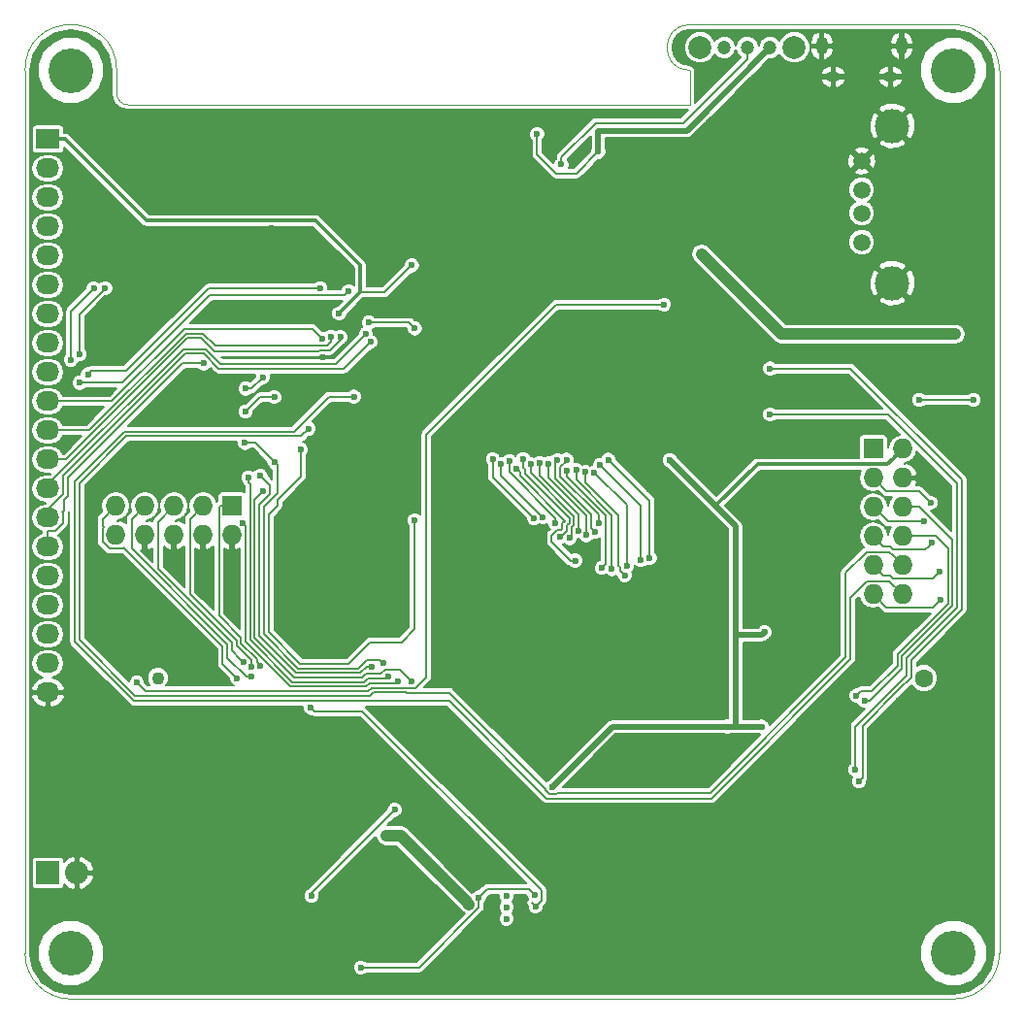
<source format=gbl>
G04 #@! TF.FileFunction,Copper,L2,Bot,Signal*
%FSLAX46Y46*%
G04 Gerber Fmt 4.6, Leading zero omitted, Abs format (unit mm)*
G04 Created by KiCad (PCBNEW 4.0.3-stable) date 08/27/16 14:07:06*
%MOMM*%
%LPD*%
G01*
G04 APERTURE LIST*
%ADD10C,0.100000*%
%ADD11C,1.600000*%
%ADD12C,1.100000*%
%ADD13C,0.600000*%
%ADD14O,1.250000X0.950000*%
%ADD15O,1.000000X1.550000*%
%ADD16R,2.032000X2.032000*%
%ADD17O,2.032000X2.032000*%
%ADD18R,1.727200X1.727200*%
%ADD19O,1.727200X1.727200*%
%ADD20C,1.501140*%
%ADD21C,2.999740*%
%ADD22C,1.200000*%
%ADD23C,2.000000*%
%ADD24R,2.032000X1.727200*%
%ADD25O,2.032000X1.727200*%
%ADD26C,3.900000*%
%ADD27C,0.500000*%
%ADD28C,0.200000*%
%ADD29C,0.300000*%
%ADD30C,1.000000*%
G04 APERTURE END LIST*
D10*
X73000000Y-189000000D02*
X73000000Y-112000000D01*
X73000000Y-189000000D02*
G75*
G03X77000000Y-193000000I4000000J0D01*
G01*
X154000000Y-193000000D02*
X77000000Y-193000000D01*
X154000000Y-193000000D02*
G75*
G03X158000000Y-189000000I0J4000000D01*
G01*
X158000000Y-112000000D02*
X158000000Y-189000000D01*
X158000000Y-112000000D02*
G75*
G03X154000000Y-108000000I-4000000J0D01*
G01*
X131000000Y-108000000D02*
X154000000Y-108000000D01*
X131000000Y-115000000D02*
X131000000Y-112000000D01*
X131000000Y-108000000D02*
G75*
G03X131000000Y-112000000I0J-2000000D01*
G01*
X82000000Y-115000000D02*
X131000000Y-115000000D01*
X81000000Y-114000000D02*
G75*
G03X82000000Y-115000000I1000000J0D01*
G01*
X81000000Y-112000000D02*
X81000000Y-114000000D01*
X81000000Y-112000000D02*
G75*
G03X73000000Y-112000000I-4000000J0D01*
G01*
D11*
X151400000Y-165000000D03*
D12*
X84600000Y-165000000D03*
D13*
X132400000Y-156000000D03*
X119800000Y-158900000D03*
X108900000Y-146300000D03*
X141200000Y-121000000D03*
X91200000Y-171600000D03*
X88400000Y-171400000D03*
X113200000Y-137000000D03*
X114800000Y-138600000D03*
X121000000Y-115800000D03*
X119000000Y-118750000D03*
X127000000Y-131750000D03*
X82250000Y-117000000D03*
X137250000Y-113500000D03*
X132250000Y-112250000D03*
X109250000Y-158500000D03*
X106000000Y-158500000D03*
X99250000Y-162750000D03*
X110750000Y-165750000D03*
X120750000Y-167250000D03*
X117250000Y-162500000D03*
X152500000Y-148000000D03*
X80000000Y-158750000D03*
X83250000Y-164000000D03*
X83500000Y-147750000D03*
X93750000Y-171000000D03*
X125000000Y-172750000D03*
X99250000Y-142000000D03*
X99000000Y-137000000D03*
X98250000Y-133000000D03*
X144000000Y-188500000D03*
X148750000Y-183500000D03*
X148400000Y-173400000D03*
X133250000Y-173250000D03*
X114250000Y-149250000D03*
X127500000Y-148500000D03*
X154000000Y-161200000D03*
X144800000Y-154400000D03*
X111750000Y-175750000D03*
X115000000Y-186000000D03*
X115000000Y-184000000D03*
X115000000Y-185000000D03*
X120000000Y-131500000D03*
X79000000Y-119000000D03*
X94500000Y-125750000D03*
X77000000Y-121750000D03*
X80500000Y-134500000D03*
X87250000Y-139000000D03*
X149250000Y-167000000D03*
X130500000Y-166750000D03*
X133400000Y-176200000D03*
X129500000Y-172250000D03*
X115000000Y-188750000D03*
X111500000Y-187500000D03*
X102000000Y-188500000D03*
X88750000Y-183250000D03*
X89000000Y-180250000D03*
X86000000Y-173000000D03*
X100000000Y-190000000D03*
X81000000Y-186000000D03*
X157000000Y-121000000D03*
X157000000Y-140000000D03*
X157000000Y-167000000D03*
X157000000Y-182000000D03*
X147000000Y-192000000D03*
X147000000Y-162500000D03*
X136500000Y-162750000D03*
X125750000Y-162750000D03*
X129400000Y-115800000D03*
X118400000Y-116600000D03*
X122000000Y-123500000D03*
X123250000Y-120250000D03*
D14*
X148500900Y-112562540D03*
X143500900Y-112562540D03*
D15*
X149500900Y-109862540D03*
X142500900Y-109862540D03*
D16*
X75000000Y-182000000D03*
D17*
X77540000Y-182000000D03*
D18*
X91080000Y-150000000D03*
D19*
X91080000Y-152540000D03*
X88540000Y-150000000D03*
X88540000Y-152540000D03*
X86000000Y-150000000D03*
X86000000Y-152540000D03*
X83460000Y-150000000D03*
X83460000Y-152540000D03*
X80920000Y-150000000D03*
X80920000Y-152540000D03*
D20*
X145997880Y-119887140D03*
X145997880Y-122427140D03*
X145997880Y-124459140D03*
X145997880Y-126999140D03*
D21*
X148664880Y-116839140D03*
X148664880Y-130555140D03*
D18*
X147000000Y-145000000D03*
D19*
X149540000Y-145000000D03*
X147000000Y-147540000D03*
X149540000Y-147540000D03*
X147000000Y-150080000D03*
X149540000Y-150080000D03*
X147000000Y-152620000D03*
X149540000Y-152620000D03*
X147000000Y-155160000D03*
X149540000Y-155160000D03*
X147000000Y-157700000D03*
X149540000Y-157700000D03*
D22*
X138000000Y-110000000D03*
X136000000Y-110000000D03*
X134000000Y-110000000D03*
D23*
X140100000Y-110000000D03*
X131900000Y-110000000D03*
D24*
X75000000Y-118000000D03*
D25*
X75000000Y-120540000D03*
X75000000Y-123080000D03*
X75000000Y-125620000D03*
X75000000Y-128160000D03*
X75000000Y-130700000D03*
X75000000Y-133240000D03*
X75000000Y-135780000D03*
X75000000Y-138320000D03*
X75000000Y-140860000D03*
X75000000Y-143400000D03*
X75000000Y-145940000D03*
X75000000Y-148480000D03*
X75000000Y-151020000D03*
X75000000Y-153560000D03*
X75000000Y-156100000D03*
X75000000Y-158640000D03*
X75000000Y-161180000D03*
X75000000Y-163720000D03*
X75000000Y-166260000D03*
D13*
X120750000Y-120250000D03*
D26*
X154000000Y-112000000D03*
X77000000Y-189000000D03*
X154000000Y-189000000D03*
X77000000Y-112000000D03*
D13*
X129250000Y-146000000D03*
X119020371Y-174479633D03*
X106750000Y-129000000D03*
X100400000Y-133209793D03*
X137250000Y-169250000D03*
X134250000Y-169250000D03*
X137500000Y-161000000D03*
X135000000Y-161250000D03*
X111750000Y-184750000D03*
X104500000Y-178750000D03*
X117684313Y-117565687D03*
X123000000Y-119100000D03*
X154150021Y-135000000D03*
X132000000Y-128000000D03*
X155750000Y-140750000D03*
X151000000Y-140750000D03*
X103000000Y-134000006D03*
X107000000Y-134500000D03*
X128751485Y-132421760D03*
X82750000Y-165399990D03*
X103244163Y-164009095D03*
X93537923Y-147361447D03*
X105500000Y-165250000D03*
X92000000Y-151500000D03*
X104725691Y-164852968D03*
X92500000Y-147500000D03*
X93750000Y-138750000D03*
X92250000Y-139750000D03*
X106750000Y-165296043D03*
X93795653Y-148666593D03*
X94750000Y-140500000D03*
X92250000Y-141750000D03*
X97750000Y-143250000D03*
X97076435Y-145076435D03*
X107000000Y-151250000D03*
X101701435Y-140451435D03*
X104228632Y-163692801D03*
X92193791Y-144500021D03*
X94760799Y-146140657D03*
X121000000Y-154750000D03*
X115899061Y-146738495D03*
X113815277Y-145914175D03*
X117375352Y-151051692D03*
X114500024Y-146327865D03*
X118173692Y-151000076D03*
X119282570Y-151499446D03*
X115256149Y-146066532D03*
X123044920Y-151513727D03*
X120242191Y-145961409D03*
X122709889Y-152240207D03*
X119440824Y-146020456D03*
X121968298Y-152540309D03*
X118685730Y-146284750D03*
X117887487Y-146231584D03*
X121282528Y-152128333D03*
X117098096Y-146361510D03*
X120510424Y-152791824D03*
X116456157Y-145884086D03*
X119665410Y-152700012D03*
X127499998Y-154550098D03*
X123881317Y-145949935D03*
X126708942Y-154669472D03*
X123159859Y-146428711D03*
X125489465Y-155211647D03*
X122676815Y-147066431D03*
X125314106Y-156041569D03*
X121878156Y-147019923D03*
X124200004Y-155500000D03*
X121092628Y-146868379D03*
X123307008Y-155402102D03*
X120293508Y-146906140D03*
X151981667Y-149713334D03*
X151420767Y-151335607D03*
X152109411Y-153220010D03*
X152750000Y-155750000D03*
X152903647Y-158157519D03*
X97954953Y-167601898D03*
X117540242Y-184919516D03*
X146250002Y-167000000D03*
X145539320Y-166525649D03*
X138000000Y-142000000D03*
X145449989Y-172994951D03*
X138000000Y-138000000D03*
X145750000Y-174000000D03*
X93518524Y-163937084D03*
X92728484Y-164056488D03*
X92715831Y-164868044D03*
X92062484Y-163615054D03*
X91500000Y-164999979D03*
X119800000Y-120200002D03*
X117440740Y-183899010D03*
X112584963Y-184149010D03*
X102300000Y-190250000D03*
X98000000Y-183999962D03*
X105249994Y-176500000D03*
X101250000Y-131250000D03*
X77750000Y-139250000D03*
X98750000Y-131000000D03*
X78500000Y-138500000D03*
X79000000Y-131000000D03*
X77000000Y-137250000D03*
X80000000Y-131000000D03*
X77750000Y-136750000D03*
X88597197Y-137557736D03*
X98914455Y-135399978D03*
X99699988Y-135248511D03*
X100500010Y-135250000D03*
X102724969Y-135001250D03*
X103146377Y-135681275D03*
D27*
X133250000Y-150000000D02*
X129250000Y-146000000D01*
X119320370Y-174179634D02*
X119020371Y-174479633D01*
X124250004Y-169250000D02*
X119320370Y-174179634D01*
X135000000Y-169250000D02*
X124250004Y-169250000D01*
D28*
X102250000Y-131359793D02*
X104390207Y-131359793D01*
X104390207Y-131359793D02*
X106750000Y-129000000D01*
D29*
X83599999Y-125099999D02*
X76500000Y-118000000D01*
X76500000Y-118000000D02*
X75000000Y-118000000D01*
X102250000Y-129000000D02*
X98349999Y-125099999D01*
X98349999Y-125099999D02*
X83599999Y-125099999D01*
X102250000Y-131359793D02*
X102250000Y-129000000D01*
X100400000Y-133209793D02*
X102250000Y-131359793D01*
D27*
X135000000Y-151750000D02*
X133250000Y-150000000D01*
D29*
X133250000Y-150000000D02*
X136923601Y-146326399D01*
X136923601Y-146326399D02*
X148213601Y-146326399D01*
X148213601Y-146326399D02*
X148676401Y-145863599D01*
X148676401Y-145863599D02*
X149540000Y-145000000D01*
D27*
X135000000Y-161250000D02*
X135000000Y-151750000D01*
X135000000Y-169250000D02*
X137250000Y-169250000D01*
X135000000Y-169250000D02*
X135000000Y-161250000D01*
X135000000Y-169250000D02*
X134250000Y-169250000D01*
X135000000Y-161250000D02*
X137250000Y-161250000D01*
X137250000Y-161250000D02*
X137500000Y-161000000D01*
X123000000Y-119100000D02*
X123000000Y-117250000D01*
X123000000Y-117250000D02*
X130750000Y-117250000D01*
X130750000Y-117250000D02*
X138000000Y-110000000D01*
D28*
X117684313Y-117989951D02*
X117684313Y-117565687D01*
X117684313Y-119320837D02*
X117684313Y-117989951D01*
X121100000Y-121000000D02*
X119363476Y-121000000D01*
X119363476Y-121000000D02*
X117684313Y-119320837D01*
X123000000Y-119100000D02*
X121100000Y-121000000D01*
D30*
X111450001Y-184450001D02*
X111750000Y-184750000D01*
X104500000Y-178750000D02*
X105750000Y-178750000D01*
X105750000Y-178750000D02*
X111450001Y-184450001D01*
X153725757Y-135000000D02*
X154150021Y-135000000D01*
X139000000Y-135000000D02*
X153725757Y-135000000D01*
X132000000Y-128000000D02*
X139000000Y-135000000D01*
D28*
X151000000Y-140750000D02*
X155750000Y-140750000D01*
X106500006Y-134000006D02*
X103424264Y-134000006D01*
X107000000Y-134500000D02*
X106500006Y-134000006D01*
X103424264Y-134000006D02*
X103000000Y-134000006D01*
X108000000Y-143750000D02*
X119328240Y-132421760D01*
X108000000Y-164932567D02*
X108000000Y-143750000D01*
X107037522Y-165895045D02*
X108000000Y-164932567D01*
X103220441Y-165850989D02*
X106418422Y-165850989D01*
X106462478Y-165895045D02*
X107037522Y-165895045D01*
X119328240Y-132421760D02*
X128327221Y-132421760D01*
X102927370Y-166144060D02*
X103220441Y-165850989D01*
X128327221Y-132421760D02*
X128751485Y-132421760D01*
X83494070Y-166144060D02*
X102927370Y-166144060D01*
X82750000Y-165399990D02*
X83494070Y-166144060D01*
X106418422Y-165850989D02*
X106462478Y-165895045D01*
X93537923Y-147361447D02*
X94395655Y-148219179D01*
X94395655Y-148954595D02*
X93443634Y-149906616D01*
X102805191Y-164009095D02*
X102819899Y-164009095D01*
X94395655Y-148219179D02*
X94395655Y-148954595D01*
X96669451Y-164548021D02*
X102266265Y-164548021D01*
X93443634Y-161322206D02*
X96669451Y-164548021D01*
X102819899Y-164009095D02*
X103244163Y-164009095D01*
X93443634Y-149906616D02*
X93443634Y-161322206D01*
X102266265Y-164548021D02*
X102805191Y-164009095D01*
X103055166Y-165451978D02*
X105298022Y-165451978D01*
X92246604Y-161818035D02*
X96173629Y-165745051D01*
X102762093Y-165745051D02*
X103055166Y-165451978D01*
X92246603Y-161439461D02*
X92246604Y-161818035D01*
X92000000Y-151500000D02*
X92243601Y-151743601D01*
X105298022Y-165451978D02*
X105500000Y-165250000D01*
X92243601Y-161436459D02*
X92246603Y-161439461D01*
X96173629Y-165745051D02*
X102762093Y-165745051D01*
X92243601Y-151743601D02*
X92243601Y-161436459D01*
X102596817Y-165346041D02*
X102892891Y-165049967D01*
X92645614Y-161652758D02*
X96338903Y-165346041D01*
X92643612Y-148067876D02*
X92643612Y-161272184D01*
X92500000Y-147500000D02*
X92500000Y-147924264D01*
X102892891Y-165049967D02*
X104528692Y-165049967D01*
X92643612Y-161272184D02*
X92645614Y-161274186D01*
X96338903Y-165346041D02*
X102596817Y-165346041D01*
X104528692Y-165049967D02*
X104725691Y-164852968D01*
X92500000Y-147924264D02*
X92643612Y-148067876D01*
X92645614Y-161274186D02*
X92645614Y-161652758D01*
X92250000Y-139750000D02*
X92750000Y-139750000D01*
X92750000Y-139750000D02*
X93750000Y-138750000D01*
X102728616Y-164649956D02*
X104042179Y-164649956D01*
X96504177Y-164947031D02*
X102431541Y-164947031D01*
X93795653Y-148666593D02*
X93044623Y-149417623D01*
X106450001Y-164996044D02*
X106750000Y-165296043D01*
X93044624Y-161487482D02*
X96504177Y-164947031D01*
X93044623Y-149417623D02*
X93044624Y-161487482D01*
X102431541Y-164947031D02*
X102728616Y-164649956D01*
X104042179Y-164649956D02*
X104438169Y-164253966D01*
X105707923Y-164253966D02*
X106450001Y-164996044D01*
X104438169Y-164253966D02*
X105707923Y-164253966D01*
X92250000Y-141750000D02*
X93500000Y-140500000D01*
X93500000Y-140500000D02*
X94750000Y-140500000D01*
X148676401Y-154296401D02*
X149540000Y-155160000D01*
X144599989Y-155837881D02*
X146441471Y-153996399D01*
X144599989Y-163196309D02*
X144599989Y-155837881D01*
X119307893Y-175078635D02*
X119386528Y-175000000D01*
X106253147Y-166250000D02*
X106297203Y-166294056D01*
X147562130Y-154000000D02*
X148380000Y-154000000D01*
X103385716Y-166250000D02*
X106253147Y-166250000D01*
X119386528Y-175000000D02*
X132796298Y-175000000D01*
X118421369Y-174671369D02*
X118421369Y-174767155D01*
X77750000Y-161684300D02*
X82608771Y-166543071D01*
X118421369Y-174767155D02*
X118732849Y-175078635D01*
X106297203Y-166294056D02*
X110044056Y-166294056D01*
X81849989Y-143900011D02*
X77750000Y-148000000D01*
X146441471Y-153996399D02*
X147558529Y-153996399D01*
X82608771Y-166543071D02*
X103092645Y-166543071D01*
X147558529Y-153996399D02*
X147562130Y-154000000D01*
X97750000Y-143250000D02*
X97099989Y-143900011D01*
X118732849Y-175078635D02*
X119307893Y-175078635D01*
X110044056Y-166294056D02*
X118421369Y-174671369D01*
X77750000Y-148000000D02*
X77750000Y-161684300D01*
X97099989Y-143900011D02*
X81849989Y-143900011D01*
X148380000Y-154000000D02*
X148676401Y-154296401D01*
X132796298Y-175000000D02*
X144599989Y-163196309D01*
X103092645Y-166543071D02*
X103385716Y-166250000D01*
X97076435Y-147423564D02*
X97076435Y-145500699D01*
X95006843Y-149493156D02*
X97076435Y-147423564D01*
X97076435Y-145500699D02*
X97076435Y-145076435D01*
X94243656Y-150756344D02*
X94243656Y-154756344D01*
X101250000Y-163750000D02*
X103100004Y-161899996D01*
X94243656Y-154756344D02*
X94250000Y-154762688D01*
X107000000Y-160750000D02*
X107000000Y-151674264D01*
X95006843Y-149493156D02*
X95006843Y-149993157D01*
X107000000Y-151674264D02*
X107000000Y-151250000D01*
X95006843Y-149993157D02*
X94243656Y-150756344D01*
X94250000Y-154762688D02*
X94250000Y-161000000D01*
X94250000Y-161000000D02*
X97000000Y-163750000D01*
X97000000Y-163750000D02*
X101250000Y-163750000D01*
X103100004Y-161899996D02*
X105850004Y-161899996D01*
X105850004Y-161899996D02*
X107000000Y-160750000D01*
X95006843Y-149493156D02*
X94999999Y-149500000D01*
X96450002Y-143500000D02*
X99498567Y-140451435D01*
X77349989Y-147834311D02*
X81684300Y-143500000D01*
X77349989Y-161849989D02*
X77349989Y-147834311D01*
X105765094Y-167000000D02*
X82500000Y-167000000D01*
X105765107Y-166999987D02*
X105765094Y-167000000D01*
X145000000Y-157977870D02*
X145000000Y-163361998D01*
X146441471Y-156536399D02*
X145000000Y-157977870D01*
X148376399Y-156536399D02*
X146441471Y-156536399D01*
X149540000Y-157700000D02*
X148376399Y-156536399D01*
X101277171Y-140451435D02*
X101701435Y-140451435D01*
X132861998Y-175500000D02*
X118500000Y-175500000D01*
X109999987Y-166999987D02*
X105765107Y-166999987D01*
X118500000Y-175500000D02*
X109999987Y-166999987D01*
X81684300Y-143500000D02*
X96450002Y-143500000D01*
X82500000Y-167000000D02*
X77349989Y-161849989D01*
X99498567Y-140451435D02*
X101277171Y-140451435D01*
X145000000Y-163361998D02*
X132861998Y-175500000D01*
X93843645Y-150072305D02*
X93843645Y-161157931D01*
X103928633Y-163392802D02*
X104228632Y-163692801D01*
X102100989Y-164149011D02*
X102857198Y-163392802D01*
X95060798Y-148855152D02*
X93843645Y-150072305D01*
X95060798Y-146440656D02*
X95060798Y-148855152D01*
X102857198Y-163392802D02*
X103928633Y-163392802D01*
X93843645Y-161157931D02*
X96834725Y-164149011D01*
X94760799Y-146140657D02*
X95060798Y-146440656D01*
X96834725Y-164149011D02*
X102100989Y-164149011D01*
X92618055Y-144500021D02*
X92193791Y-144500021D01*
X93120163Y-144500021D02*
X92618055Y-144500021D01*
X94760799Y-146140657D02*
X93120163Y-144500021D01*
X120575736Y-154750000D02*
X118950001Y-153124265D01*
X121000000Y-154750000D02*
X120575736Y-154750000D01*
X118950001Y-152549999D02*
X119399998Y-152100002D01*
X118950001Y-153124265D02*
X118950001Y-152549999D01*
X119399998Y-152100002D02*
X119788002Y-152100002D01*
X119788002Y-152100002D02*
X119882505Y-152005499D01*
X119882505Y-152005499D02*
X119882505Y-151508954D01*
X120100002Y-151278774D02*
X116199060Y-147377832D01*
X120100002Y-151291457D02*
X120100002Y-151278774D01*
X119882505Y-151508954D02*
X120100002Y-151291457D01*
X116199060Y-147377832D02*
X116199060Y-147038494D01*
X116199060Y-147038494D02*
X115899061Y-146738495D01*
X113815277Y-147491617D02*
X113815277Y-146338439D01*
X113815277Y-146338439D02*
X113815277Y-145914175D01*
X117375352Y-151051692D02*
X113815277Y-147491617D01*
X114500024Y-147326408D02*
X114500024Y-146752129D01*
X114500024Y-146752129D02*
X114500024Y-146327865D01*
X118173692Y-151000076D02*
X114500024Y-147326408D01*
X115256149Y-147025105D02*
X119282570Y-151051526D01*
X115256149Y-146066532D02*
X115256149Y-147025105D01*
X119282570Y-151075182D02*
X119282570Y-151499446D01*
X119282570Y-151051526D02*
X119282570Y-151075182D01*
X123044920Y-151513727D02*
X123044920Y-150762716D01*
X119693498Y-146617132D02*
X120242191Y-146068439D01*
X119693498Y-147411294D02*
X119693498Y-146617132D01*
X120242191Y-146068439D02*
X120242191Y-145961409D01*
X123044920Y-150762716D02*
X119693498Y-147411294D01*
X122409890Y-150693386D02*
X122409890Y-151940208D01*
X119292045Y-147575541D02*
X122409890Y-150693386D01*
X119440824Y-146020456D02*
X119292045Y-146169235D01*
X119292045Y-146169235D02*
X119292045Y-147575541D01*
X122409890Y-151940208D02*
X122709889Y-152240207D01*
X118685730Y-147534926D02*
X121968298Y-150817494D01*
X121968298Y-152116045D02*
X121968298Y-152540309D01*
X121968298Y-150817494D02*
X121968298Y-152116045D01*
X118685730Y-146284750D02*
X118685730Y-147534926D01*
X121300035Y-152110826D02*
X121282528Y-152128333D01*
X121300035Y-150714931D02*
X121300035Y-152110826D01*
X117887487Y-146231584D02*
X117887487Y-147302383D01*
X117887487Y-147302383D02*
X121300035Y-150714931D01*
X117098096Y-146785774D02*
X117098096Y-146361510D01*
X120900024Y-150880620D02*
X117098096Y-147078692D01*
X117098096Y-147078692D02*
X117098096Y-146785774D01*
X120510424Y-152791824D02*
X120682527Y-152619721D01*
X120682527Y-151840332D02*
X120900024Y-151622835D01*
X120900024Y-151622835D02*
X120900024Y-150880620D01*
X120682527Y-152619721D02*
X120682527Y-151840332D01*
X116456157Y-146308350D02*
X116456157Y-145884086D01*
X120282516Y-152171188D02*
X120282516Y-151674643D01*
X116491702Y-146343895D02*
X116456157Y-146308350D01*
X116631753Y-147178049D02*
X116631753Y-146784792D01*
X116491702Y-146644741D02*
X116491702Y-146343895D01*
X119665410Y-152700012D02*
X119753692Y-152700012D01*
X116631753Y-146784792D02*
X116491702Y-146644741D01*
X119753692Y-152700012D02*
X120282516Y-152171188D01*
X120500013Y-151457146D02*
X120500013Y-151046309D01*
X120500013Y-151046309D02*
X116631753Y-147178049D01*
X120282516Y-151674643D02*
X120500013Y-151457146D01*
X127499998Y-154125834D02*
X127499998Y-154550098D01*
X123881317Y-145949935D02*
X127499998Y-149568616D01*
X127499998Y-149568616D02*
X127499998Y-154125834D01*
X123159859Y-146428711D02*
X126708942Y-149977794D01*
X126708942Y-154245208D02*
X126708942Y-154669472D01*
X126708942Y-149977794D02*
X126708942Y-154245208D01*
X125489465Y-149879081D02*
X125489465Y-154787383D01*
X125489465Y-154787383D02*
X125489465Y-155211647D01*
X122676815Y-147066431D02*
X125489465Y-149879081D01*
X121878156Y-147898852D02*
X124779692Y-150800388D01*
X124899002Y-155312478D02*
X124899002Y-155626465D01*
X124779692Y-155193168D02*
X124899002Y-155312478D01*
X125014107Y-155741570D02*
X125314106Y-156041569D01*
X124779692Y-150800388D02*
X124779692Y-155193168D01*
X124899002Y-155626465D02*
X125014107Y-155741570D01*
X121878156Y-147019923D02*
X121878156Y-147898852D01*
X121092628Y-147679024D02*
X124200004Y-150786400D01*
X121092628Y-146868379D02*
X121092628Y-147679024D01*
X124200004Y-150786400D02*
X124200004Y-155075736D01*
X124200004Y-155075736D02*
X124200004Y-155500000D01*
X123644922Y-155064188D02*
X123607007Y-155102103D01*
X120293508Y-147445604D02*
X123644922Y-150797018D01*
X123607007Y-155102103D02*
X123307008Y-155402102D01*
X123644922Y-150797018D02*
X123644922Y-155064188D01*
X120293508Y-146906140D02*
X120293508Y-147445604D01*
X150971934Y-148703601D02*
X151681668Y-149413335D01*
X148163601Y-148703601D02*
X150971934Y-148703601D01*
X151681668Y-149413335D02*
X151981667Y-149713334D01*
X147000000Y-147540000D02*
X148163601Y-148703601D01*
X150996503Y-151335607D02*
X151420767Y-151335607D01*
X148255607Y-151335607D02*
X150996503Y-151335607D01*
X147000000Y-150080000D02*
X148255607Y-151335607D01*
X151809412Y-153520009D02*
X152109411Y-153220010D01*
X148729301Y-153783601D02*
X151545820Y-153783601D01*
X151545820Y-153783601D02*
X151809412Y-153520009D01*
X148429299Y-153483599D02*
X148729301Y-153783601D01*
X147863599Y-153483599D02*
X148429299Y-153483599D01*
X147000000Y-152620000D02*
X147863599Y-153483599D01*
X147863599Y-156023599D02*
X147000000Y-155160000D01*
X148429299Y-156023599D02*
X147863599Y-156023599D01*
X152176399Y-156323601D02*
X148729301Y-156323601D01*
X152750000Y-155750000D02*
X152176399Y-156323601D01*
X148729301Y-156323601D02*
X148429299Y-156023599D01*
X148163601Y-158863601D02*
X152197565Y-158863601D01*
X152603648Y-158457518D02*
X152903647Y-158157519D01*
X152197565Y-158863601D02*
X152603648Y-158457518D01*
X147000000Y-157700000D02*
X148163601Y-158863601D01*
X98254952Y-167901897D02*
X100500000Y-167901897D01*
X100500000Y-167901897D02*
X100522623Y-167901897D01*
X117540242Y-184919516D02*
X118039748Y-184420010D01*
X118039748Y-184420010D02*
X118039748Y-183521732D01*
X118039748Y-183521732D02*
X102419913Y-167901897D01*
X102419913Y-167901897D02*
X100500000Y-167901897D01*
X97954953Y-167601898D02*
X98254952Y-167901897D01*
X117240243Y-184619517D02*
X117540242Y-184919516D01*
X149540000Y-150080000D02*
X151013696Y-150080000D01*
X151013696Y-150080000D02*
X153903668Y-152969972D01*
X146674266Y-167000000D02*
X146250002Y-167000000D01*
X149499977Y-163118623D02*
X149499977Y-164174289D01*
X153903668Y-158714932D02*
X149499977Y-163118623D01*
X149499977Y-164174289D02*
X146674266Y-167000000D01*
X153903668Y-152969972D02*
X153903668Y-158714932D01*
X153503657Y-153686292D02*
X153503657Y-158549243D01*
X145839319Y-166225650D02*
X145539320Y-166525649D01*
X152437365Y-152620000D02*
X153503657Y-153686292D01*
X153503657Y-158549243D02*
X149099966Y-162952934D01*
X146850001Y-166149999D02*
X145914970Y-166149999D01*
X149540000Y-152620000D02*
X152437365Y-152620000D01*
X145914970Y-166149999D02*
X145839319Y-166225650D01*
X149099966Y-162952934D02*
X149099966Y-163900034D01*
X149099966Y-163900034D02*
X146850001Y-166149999D01*
X138424264Y-142000000D02*
X138000000Y-142000000D01*
X154303679Y-148041549D02*
X148262130Y-142000000D01*
X154303679Y-158880621D02*
X154303679Y-148041549D01*
X149899988Y-163284312D02*
X154303679Y-158880621D01*
X149899988Y-164784312D02*
X149899988Y-163284312D01*
X148262130Y-142000000D02*
X138424264Y-142000000D01*
X145449989Y-169234311D02*
X149899988Y-164784312D01*
X145449989Y-172994951D02*
X145449989Y-169234311D01*
X138000000Y-138000000D02*
X140000000Y-138000000D01*
X154703690Y-147703690D02*
X145000000Y-138000000D01*
X145000000Y-138000000D02*
X140000000Y-138000000D01*
X150299999Y-163450001D02*
X154703690Y-159046310D01*
X154703690Y-159046310D02*
X154703690Y-147703690D01*
X149250000Y-166000000D02*
X150299999Y-164950001D01*
X150299999Y-164950001D02*
X150299999Y-163450001D01*
X146049999Y-169200001D02*
X149250000Y-166000000D01*
X145750000Y-174000000D02*
X146049999Y-173700001D01*
X146049999Y-173700001D02*
X146049999Y-169200001D01*
X89916399Y-150100001D02*
X89916399Y-159560599D01*
X91847594Y-161491794D02*
X91847594Y-161983310D01*
X93218525Y-163637085D02*
X93518524Y-163937084D01*
X90016400Y-150000000D02*
X89916399Y-150100001D01*
X93218525Y-163354241D02*
X93218525Y-163637085D01*
X91847594Y-161983310D02*
X93218525Y-163354241D01*
X89916399Y-159560599D02*
X91847594Y-161491794D01*
X91080000Y-150000000D02*
X90016400Y-150000000D01*
X88540000Y-150000000D02*
X87376399Y-151163601D01*
X91448584Y-162148586D02*
X92728484Y-163428486D01*
X91448584Y-161751484D02*
X91448584Y-162148586D01*
X87376399Y-157679299D02*
X91448584Y-161751484D01*
X92728484Y-163428486D02*
X92728484Y-163632224D01*
X92728484Y-163632224D02*
X92728484Y-164056488D01*
X87376399Y-151163601D02*
X87376399Y-157679299D01*
X92291567Y-164868044D02*
X92715831Y-164868044D01*
X90650563Y-163227040D02*
X92291567Y-164868044D01*
X83460000Y-150000000D02*
X82296399Y-151163601D01*
X82296399Y-153730699D02*
X90650563Y-162084863D01*
X90650563Y-162084863D02*
X90650563Y-163227040D01*
X82296399Y-151163601D02*
X82296399Y-153730699D01*
X91762485Y-163315055D02*
X92062484Y-163615054D01*
X84623601Y-155492201D02*
X91049574Y-161918174D01*
X91049574Y-161918174D02*
X91049574Y-162602144D01*
X91049574Y-162602144D02*
X91762485Y-163315055D01*
X86000000Y-150000000D02*
X84623601Y-151376399D01*
X84623601Y-151376399D02*
X84623601Y-155492201D01*
X80920000Y-150000000D02*
X79756399Y-151163601D01*
X79756399Y-151981471D02*
X79756399Y-153098529D01*
X79756399Y-151756399D02*
X79868935Y-151868935D01*
X80361471Y-153703601D02*
X81478529Y-153703601D01*
X79756399Y-153098529D02*
X80361471Y-153703601D01*
X81478529Y-153703601D02*
X81591065Y-153591065D01*
X81591065Y-153591065D02*
X90251554Y-162251554D01*
X79756399Y-151163601D02*
X79756399Y-151756399D01*
X90251554Y-162251554D02*
X90251554Y-163751533D01*
X79868935Y-151868935D02*
X79756399Y-151981471D01*
X90251554Y-163751533D02*
X91500000Y-164999979D01*
X136000000Y-110000000D02*
X136000000Y-111000000D01*
X136000000Y-111000000D02*
X130400000Y-116600000D01*
X130400000Y-116600000D02*
X122775736Y-116600000D01*
X122775736Y-116600000D02*
X119800000Y-119575736D01*
X119800000Y-119575736D02*
X119800000Y-119775738D01*
X119800000Y-119775738D02*
X119800000Y-120200002D01*
X112584963Y-184149010D02*
X113332974Y-183400999D01*
X116942729Y-183400999D02*
X117140741Y-183599011D01*
X117140741Y-183599011D02*
X117440740Y-183899010D01*
X113332974Y-183400999D02*
X116942729Y-183400999D01*
X112584963Y-184573274D02*
X112584963Y-184149010D01*
X112584963Y-185045007D02*
X112584963Y-184573274D01*
X107379970Y-190250000D02*
X112584963Y-185045007D01*
X102300000Y-190250000D02*
X107379970Y-190250000D01*
X98000000Y-183749994D02*
X98000000Y-183999962D01*
X105249994Y-176500000D02*
X98000000Y-183749994D01*
X100950001Y-131549999D02*
X101250000Y-131250000D01*
X100899998Y-131600002D02*
X100950001Y-131549999D01*
X89149998Y-131600002D02*
X100899998Y-131600002D01*
X81500000Y-139250000D02*
X89149998Y-131600002D01*
X77750000Y-139250000D02*
X81500000Y-139250000D01*
X81799999Y-138200001D02*
X89000000Y-131000000D01*
X89000000Y-131000000D02*
X98750000Y-131000000D01*
X78500000Y-138500000D02*
X78799999Y-138200001D01*
X78799999Y-138200001D02*
X81799999Y-138200001D01*
X77000000Y-137250000D02*
X77000000Y-133000000D01*
X77000000Y-133000000D02*
X78700001Y-131299999D01*
X78700001Y-131299999D02*
X79000000Y-131000000D01*
X79700001Y-131299999D02*
X80000000Y-131000000D01*
X77750000Y-133250000D02*
X79700001Y-131299999D01*
X77750000Y-136750000D02*
X77750000Y-133250000D01*
X75000000Y-153560000D02*
X75000000Y-152183610D01*
X75000000Y-152183610D02*
X75634383Y-152183610D01*
X75634383Y-152183610D02*
X76316010Y-151501983D01*
X76316010Y-151501983D02*
X76316010Y-150538017D01*
X76381688Y-150356410D02*
X76381688Y-149462005D01*
X76316010Y-150538017D02*
X76258046Y-150480052D01*
X76258046Y-150480052D02*
X76381688Y-150356410D01*
X76381688Y-149462005D02*
X76716021Y-149127672D01*
X76716021Y-149127672D02*
X76716021Y-147533979D01*
X86750000Y-137500000D02*
X88597197Y-137500000D01*
X76716021Y-147533979D02*
X86750000Y-137500000D01*
X88597197Y-137500000D02*
X88597197Y-137557736D01*
X98614456Y-135099979D02*
X98914455Y-135399978D01*
X80561496Y-140860000D02*
X86871542Y-134549954D01*
X75000000Y-140860000D02*
X80561496Y-140860000D01*
X98064431Y-134549954D02*
X98614456Y-135099979D01*
X86871542Y-134549954D02*
X98064431Y-134549954D01*
X75000000Y-143400000D02*
X78587196Y-143400000D01*
X78587196Y-143400000D02*
X87037231Y-134949965D01*
X99372775Y-135999988D02*
X99699988Y-135672775D01*
X87037231Y-134949965D02*
X88535069Y-134949965D01*
X88535069Y-134949965D02*
X89585092Y-135999988D01*
X89585092Y-135999988D02*
X99372775Y-135999988D01*
X99699988Y-135672775D02*
X99699988Y-135248511D01*
X75000000Y-145940000D02*
X76612896Y-145940000D01*
X76612896Y-145940000D02*
X87202920Y-135349976D01*
X87202920Y-135349976D02*
X88369380Y-135349976D01*
X88369380Y-135349976D02*
X89519404Y-136500000D01*
X100500010Y-135499990D02*
X100500010Y-135250000D01*
X89519404Y-136500000D02*
X98611998Y-136500000D01*
X98611998Y-136500000D02*
X98711999Y-136399999D01*
X98711999Y-136399999D02*
X99600001Y-136399999D01*
X99600001Y-136399999D02*
X100500010Y-135499990D01*
X100126218Y-137600001D02*
X102424970Y-135301249D01*
X75000000Y-148118600D02*
X86806614Y-136311986D01*
X102424970Y-135301249D02*
X102724969Y-135001250D01*
X88765690Y-136311986D02*
X90053705Y-137600001D01*
X75000000Y-148480000D02*
X75000000Y-148118600D01*
X86806614Y-136311986D02*
X88765690Y-136311986D01*
X90053705Y-137600001D02*
X100126218Y-137600001D01*
X76316010Y-147368290D02*
X86972303Y-136711997D01*
X75000000Y-150277993D02*
X76316010Y-148961983D01*
X102846378Y-135981274D02*
X103146377Y-135681275D01*
X100827640Y-138000012D02*
X102846378Y-135981274D01*
X86972303Y-136711997D02*
X88600001Y-136711997D01*
X89888016Y-138000012D02*
X100827640Y-138000012D01*
X76316010Y-148961983D02*
X76316010Y-147368290D01*
X88600001Y-136711997D02*
X89888016Y-138000012D01*
X75000000Y-151020000D02*
X75000000Y-150277993D01*
G36*
X155355152Y-108728372D02*
X156503995Y-109496005D01*
X157271627Y-110644847D01*
X157550000Y-112044320D01*
X157550000Y-188955680D01*
X157271627Y-190355153D01*
X156503995Y-191503995D01*
X155355152Y-192271628D01*
X153955680Y-192550000D01*
X77044320Y-192550000D01*
X75644847Y-192271627D01*
X74496005Y-191503995D01*
X73728372Y-190355152D01*
X73573055Y-189574315D01*
X74099498Y-189574315D01*
X74540066Y-190640572D01*
X75355137Y-191457067D01*
X76420624Y-191899495D01*
X77574315Y-191900502D01*
X78640572Y-191459934D01*
X79457067Y-190644863D01*
X79899495Y-189579376D01*
X79900502Y-188425685D01*
X79459934Y-187359428D01*
X78644863Y-186542933D01*
X77579376Y-186100505D01*
X76425685Y-186099498D01*
X75359428Y-186540066D01*
X74542933Y-187355137D01*
X74100505Y-188420624D01*
X74099498Y-189574315D01*
X73573055Y-189574315D01*
X73450000Y-188955680D01*
X73450000Y-180984000D01*
X73576164Y-180984000D01*
X73576164Y-183016000D01*
X73604056Y-183164231D01*
X73691660Y-183300372D01*
X73825329Y-183391704D01*
X73984000Y-183423836D01*
X76016000Y-183423836D01*
X76164231Y-183395944D01*
X76300372Y-183308340D01*
X76391704Y-183174671D01*
X76423836Y-183016000D01*
X76423836Y-182998104D01*
X76778109Y-183310654D01*
X77151968Y-183465499D01*
X77386000Y-183382449D01*
X77386000Y-182154000D01*
X77694000Y-182154000D01*
X77694000Y-183382449D01*
X77928032Y-183465499D01*
X78301891Y-183310654D01*
X78745461Y-182919323D01*
X79005510Y-182388034D01*
X78923169Y-182154000D01*
X77694000Y-182154000D01*
X77386000Y-182154000D01*
X77366000Y-182154000D01*
X77366000Y-181846000D01*
X77386000Y-181846000D01*
X77386000Y-180617551D01*
X77694000Y-180617551D01*
X77694000Y-181846000D01*
X78923169Y-181846000D01*
X79005510Y-181611966D01*
X78745461Y-181080677D01*
X78301891Y-180689346D01*
X77928032Y-180534501D01*
X77694000Y-180617551D01*
X77386000Y-180617551D01*
X77151968Y-180534501D01*
X76778109Y-180689346D01*
X76423836Y-181001896D01*
X76423836Y-180984000D01*
X76395944Y-180835769D01*
X76308340Y-180699628D01*
X76174671Y-180608296D01*
X76016000Y-180576164D01*
X73984000Y-180576164D01*
X73835769Y-180604056D01*
X73699628Y-180691660D01*
X73608296Y-180825329D01*
X73576164Y-180984000D01*
X73450000Y-180984000D01*
X73450000Y-166624053D01*
X73533496Y-166624053D01*
X73743557Y-167060157D01*
X74133804Y-167421748D01*
X74632720Y-167606473D01*
X74846000Y-167498510D01*
X74846000Y-166414000D01*
X75154000Y-166414000D01*
X75154000Y-167498510D01*
X75367280Y-167606473D01*
X75866196Y-167421748D01*
X76256443Y-167060157D01*
X76466504Y-166624053D01*
X76381389Y-166414000D01*
X75154000Y-166414000D01*
X74846000Y-166414000D01*
X73618611Y-166414000D01*
X73533496Y-166624053D01*
X73450000Y-166624053D01*
X73450000Y-165895947D01*
X73533496Y-165895947D01*
X73618611Y-166106000D01*
X74846000Y-166106000D01*
X74846000Y-166086000D01*
X75154000Y-166086000D01*
X75154000Y-166106000D01*
X76381389Y-166106000D01*
X76466504Y-165895947D01*
X76256443Y-165459843D01*
X75866196Y-165098252D01*
X75424994Y-164934896D01*
X75663700Y-164887414D01*
X76073641Y-164613500D01*
X76347555Y-164203559D01*
X76443741Y-163720000D01*
X76347555Y-163236441D01*
X76073641Y-162826500D01*
X75663700Y-162552586D01*
X75180141Y-162456400D01*
X74819859Y-162456400D01*
X74336300Y-162552586D01*
X73926359Y-162826500D01*
X73652445Y-163236441D01*
X73556259Y-163720000D01*
X73652445Y-164203559D01*
X73926359Y-164613500D01*
X74336300Y-164887414D01*
X74575006Y-164934896D01*
X74133804Y-165098252D01*
X73743557Y-165459843D01*
X73533496Y-165895947D01*
X73450000Y-165895947D01*
X73450000Y-161180000D01*
X73556259Y-161180000D01*
X73652445Y-161663559D01*
X73926359Y-162073500D01*
X74336300Y-162347414D01*
X74819859Y-162443600D01*
X75180141Y-162443600D01*
X75663700Y-162347414D01*
X76073641Y-162073500D01*
X76347555Y-161663559D01*
X76443741Y-161180000D01*
X76347555Y-160696441D01*
X76073641Y-160286500D01*
X75663700Y-160012586D01*
X75180141Y-159916400D01*
X74819859Y-159916400D01*
X74336300Y-160012586D01*
X73926359Y-160286500D01*
X73652445Y-160696441D01*
X73556259Y-161180000D01*
X73450000Y-161180000D01*
X73450000Y-158640000D01*
X73556259Y-158640000D01*
X73652445Y-159123559D01*
X73926359Y-159533500D01*
X74336300Y-159807414D01*
X74819859Y-159903600D01*
X75180141Y-159903600D01*
X75663700Y-159807414D01*
X76073641Y-159533500D01*
X76347555Y-159123559D01*
X76443741Y-158640000D01*
X76347555Y-158156441D01*
X76073641Y-157746500D01*
X75663700Y-157472586D01*
X75180141Y-157376400D01*
X74819859Y-157376400D01*
X74336300Y-157472586D01*
X73926359Y-157746500D01*
X73652445Y-158156441D01*
X73556259Y-158640000D01*
X73450000Y-158640000D01*
X73450000Y-156100000D01*
X73556259Y-156100000D01*
X73652445Y-156583559D01*
X73926359Y-156993500D01*
X74336300Y-157267414D01*
X74819859Y-157363600D01*
X75180141Y-157363600D01*
X75663700Y-157267414D01*
X76073641Y-156993500D01*
X76347555Y-156583559D01*
X76443741Y-156100000D01*
X76347555Y-155616441D01*
X76073641Y-155206500D01*
X75663700Y-154932586D01*
X75180141Y-154836400D01*
X74819859Y-154836400D01*
X74336300Y-154932586D01*
X73926359Y-155206500D01*
X73652445Y-155616441D01*
X73556259Y-156100000D01*
X73450000Y-156100000D01*
X73450000Y-140860000D01*
X73556259Y-140860000D01*
X73652445Y-141343559D01*
X73926359Y-141753500D01*
X74336300Y-142027414D01*
X74819859Y-142123600D01*
X75180141Y-142123600D01*
X75663700Y-142027414D01*
X76073641Y-141753500D01*
X76336569Y-141360000D01*
X79920090Y-141360000D01*
X78380090Y-142900000D01*
X76336569Y-142900000D01*
X76073641Y-142506500D01*
X75663700Y-142232586D01*
X75180141Y-142136400D01*
X74819859Y-142136400D01*
X74336300Y-142232586D01*
X73926359Y-142506500D01*
X73652445Y-142916441D01*
X73556259Y-143400000D01*
X73652445Y-143883559D01*
X73926359Y-144293500D01*
X74336300Y-144567414D01*
X74819859Y-144663600D01*
X75180141Y-144663600D01*
X75663700Y-144567414D01*
X76073641Y-144293500D01*
X76336569Y-143900000D01*
X77945790Y-143900000D01*
X76405790Y-145440000D01*
X76336569Y-145440000D01*
X76073641Y-145046500D01*
X75663700Y-144772586D01*
X75180141Y-144676400D01*
X74819859Y-144676400D01*
X74336300Y-144772586D01*
X73926359Y-145046500D01*
X73652445Y-145456441D01*
X73556259Y-145940000D01*
X73652445Y-146423559D01*
X73926359Y-146833500D01*
X74336300Y-147107414D01*
X74819859Y-147203600D01*
X75180141Y-147203600D01*
X75214785Y-147196709D01*
X75192613Y-147218881D01*
X75180141Y-147216400D01*
X74819859Y-147216400D01*
X74336300Y-147312586D01*
X73926359Y-147586500D01*
X73652445Y-147996441D01*
X73556259Y-148480000D01*
X73652445Y-148963559D01*
X73926359Y-149373500D01*
X74336300Y-149647414D01*
X74819859Y-149743600D01*
X74827287Y-149743600D01*
X74813153Y-149757734D01*
X74336300Y-149852586D01*
X73926359Y-150126500D01*
X73652445Y-150536441D01*
X73556259Y-151020000D01*
X73652445Y-151503559D01*
X73926359Y-151913500D01*
X74336300Y-152187414D01*
X74500000Y-152219976D01*
X74500000Y-152360024D01*
X74336300Y-152392586D01*
X73926359Y-152666500D01*
X73652445Y-153076441D01*
X73556259Y-153560000D01*
X73652445Y-154043559D01*
X73926359Y-154453500D01*
X74336300Y-154727414D01*
X74819859Y-154823600D01*
X75180141Y-154823600D01*
X75663700Y-154727414D01*
X76073641Y-154453500D01*
X76347555Y-154043559D01*
X76443741Y-153560000D01*
X76347555Y-153076441D01*
X76073641Y-152666500D01*
X75934006Y-152573199D01*
X75987936Y-152537163D01*
X76669563Y-151855536D01*
X76777950Y-151693325D01*
X76782353Y-151671189D01*
X76816010Y-151501983D01*
X76816010Y-150589085D01*
X76843628Y-150547752D01*
X76848434Y-150523589D01*
X76849989Y-150515773D01*
X76849989Y-161849989D01*
X76881693Y-162009376D01*
X76888049Y-162041331D01*
X76996436Y-162203542D01*
X82146446Y-167353553D01*
X82231757Y-167410556D01*
X82308658Y-167461940D01*
X82500000Y-167500000D01*
X97255042Y-167500000D01*
X97254832Y-167740526D01*
X97361176Y-167997898D01*
X97557917Y-168194983D01*
X97815103Y-168301776D01*
X97970933Y-168301912D01*
X97998638Y-168320423D01*
X98063610Y-168363837D01*
X98254952Y-168401897D01*
X102212807Y-168401897D01*
X116711908Y-182900999D01*
X113332974Y-182900999D01*
X113141632Y-182939059D01*
X112979420Y-183047446D01*
X112577863Y-183449004D01*
X112446335Y-183448889D01*
X112188963Y-183555233D01*
X112008336Y-183735544D01*
X106386396Y-178113604D01*
X106094415Y-177918508D01*
X105750000Y-177850000D01*
X104607101Y-177850000D01*
X105257095Y-177200006D01*
X105388622Y-177200121D01*
X105645994Y-177093777D01*
X105843079Y-176897036D01*
X105949872Y-176639850D01*
X105950115Y-176361372D01*
X105843771Y-176104000D01*
X105647030Y-175906915D01*
X105389844Y-175800122D01*
X105111366Y-175799879D01*
X104853994Y-175906223D01*
X104656909Y-176102964D01*
X104550116Y-176360150D01*
X104550000Y-176492887D01*
X97659730Y-183383158D01*
X97604000Y-183406185D01*
X97406915Y-183602926D01*
X97300122Y-183860112D01*
X97299879Y-184138590D01*
X97406223Y-184395962D01*
X97602964Y-184593047D01*
X97860150Y-184699840D01*
X98138628Y-184700083D01*
X98396000Y-184593739D01*
X98593085Y-184396998D01*
X98699878Y-184139812D01*
X98700121Y-183861334D01*
X98669609Y-183787491D01*
X103617769Y-178839332D01*
X103668508Y-179094415D01*
X103863604Y-179386396D01*
X104155585Y-179581492D01*
X104500000Y-179650000D01*
X105377208Y-179650000D01*
X111113604Y-185386396D01*
X111367092Y-185555772D01*
X107172864Y-189750000D01*
X102789959Y-189750000D01*
X102697036Y-189656915D01*
X102439850Y-189550122D01*
X102161372Y-189549879D01*
X101904000Y-189656223D01*
X101706915Y-189852964D01*
X101600122Y-190110150D01*
X101599879Y-190388628D01*
X101706223Y-190646000D01*
X101902964Y-190843085D01*
X102160150Y-190949878D01*
X102438628Y-190950121D01*
X102696000Y-190843777D01*
X102789941Y-190750000D01*
X107379970Y-190750000D01*
X107571312Y-190711940D01*
X107733523Y-190603553D01*
X108762761Y-189574315D01*
X151099498Y-189574315D01*
X151540066Y-190640572D01*
X152355137Y-191457067D01*
X153420624Y-191899495D01*
X154574315Y-191900502D01*
X155640572Y-191459934D01*
X156457067Y-190644863D01*
X156899495Y-189579376D01*
X156900502Y-188425685D01*
X156459934Y-187359428D01*
X155644863Y-186542933D01*
X154579376Y-186100505D01*
X153425685Y-186099498D01*
X152359428Y-186540066D01*
X151542933Y-187355137D01*
X151100505Y-188420624D01*
X151099498Y-189574315D01*
X108762761Y-189574315D01*
X112938517Y-185398560D01*
X113016738Y-185281493D01*
X113046903Y-185236349D01*
X113084963Y-185045007D01*
X113084963Y-184638969D01*
X113178048Y-184546046D01*
X113284841Y-184288860D01*
X113284957Y-184156123D01*
X113540081Y-183900999D01*
X114300086Y-183900999D01*
X114299879Y-184138628D01*
X114406223Y-184396000D01*
X114510050Y-184500009D01*
X114406915Y-184602964D01*
X114300122Y-184860150D01*
X114299879Y-185138628D01*
X114406223Y-185396000D01*
X114510050Y-185500009D01*
X114406915Y-185602964D01*
X114300122Y-185860150D01*
X114299879Y-186138628D01*
X114406223Y-186396000D01*
X114602964Y-186593085D01*
X114860150Y-186699878D01*
X115138628Y-186700121D01*
X115396000Y-186593777D01*
X115593085Y-186397036D01*
X115699878Y-186139850D01*
X115700121Y-185861372D01*
X115593777Y-185604000D01*
X115489950Y-185499991D01*
X115593085Y-185397036D01*
X115699878Y-185139850D01*
X115700121Y-184861372D01*
X115593777Y-184604000D01*
X115489950Y-184499991D01*
X115593085Y-184397036D01*
X115699878Y-184139850D01*
X115700086Y-183900999D01*
X116735622Y-183900999D01*
X116740734Y-183906111D01*
X116740619Y-184037638D01*
X116846963Y-184295010D01*
X116859135Y-184307203D01*
X116778303Y-184428175D01*
X116740244Y-184619517D01*
X116778303Y-184810859D01*
X116840256Y-184903577D01*
X116840121Y-185058144D01*
X116946465Y-185315516D01*
X117143206Y-185512601D01*
X117400392Y-185619394D01*
X117678870Y-185619637D01*
X117936242Y-185513293D01*
X118133327Y-185316552D01*
X118240120Y-185059366D01*
X118240236Y-184926629D01*
X118393301Y-184773564D01*
X118501688Y-184611352D01*
X118505191Y-184593739D01*
X118539748Y-184420010D01*
X118539748Y-183521732D01*
X118501688Y-183330390D01*
X118485341Y-183305925D01*
X118393301Y-183168178D01*
X102773466Y-167548344D01*
X102701115Y-167500000D01*
X105765094Y-167500000D01*
X105765159Y-167499987D01*
X109792881Y-167499987D01*
X118146447Y-175853554D01*
X118225272Y-175906223D01*
X118308658Y-175961940D01*
X118500000Y-176000000D01*
X132861998Y-176000000D01*
X133053340Y-175961940D01*
X133215551Y-175853553D01*
X145353553Y-163715551D01*
X145461940Y-163553340D01*
X145464584Y-163540048D01*
X145500000Y-163361998D01*
X145500000Y-158184976D01*
X145756994Y-157927983D01*
X145807831Y-158183559D01*
X146081745Y-158593500D01*
X146491686Y-158867414D01*
X146975245Y-158963600D01*
X147024755Y-158963600D01*
X147468272Y-158875379D01*
X147810047Y-159217154D01*
X147972259Y-159325541D01*
X148163601Y-159363601D01*
X151982192Y-159363601D01*
X148746413Y-162599381D01*
X148638026Y-162761592D01*
X148599966Y-162952934D01*
X148599966Y-163692928D01*
X146642895Y-165649999D01*
X145914970Y-165649999D01*
X145723628Y-165688059D01*
X145700214Y-165703704D01*
X145561417Y-165796445D01*
X145532220Y-165825643D01*
X145400692Y-165825528D01*
X145143320Y-165931872D01*
X144946235Y-166128613D01*
X144839442Y-166385799D01*
X144839199Y-166664277D01*
X144945543Y-166921649D01*
X145142284Y-167118734D01*
X145399470Y-167225527D01*
X145585854Y-167225690D01*
X145656225Y-167396000D01*
X145852966Y-167593085D01*
X146110152Y-167699878D01*
X146277170Y-167700024D01*
X145096436Y-168880758D01*
X144988049Y-169042969D01*
X144949989Y-169234311D01*
X144949989Y-172504992D01*
X144856904Y-172597915D01*
X144750111Y-172855101D01*
X144749868Y-173133579D01*
X144856212Y-173390951D01*
X145052953Y-173588036D01*
X145146913Y-173627052D01*
X145050122Y-173860150D01*
X145049879Y-174138628D01*
X145156223Y-174396000D01*
X145352964Y-174593085D01*
X145610150Y-174699878D01*
X145888628Y-174700121D01*
X146146000Y-174593777D01*
X146343085Y-174397036D01*
X146449878Y-174139850D01*
X146450014Y-173984020D01*
X146485515Y-173930889D01*
X146511939Y-173891343D01*
X146549999Y-173700001D01*
X146549999Y-169407107D01*
X149603554Y-166353553D01*
X149603556Y-166353550D01*
X150351734Y-165605373D01*
X150382097Y-165678857D01*
X150719367Y-166016717D01*
X151160258Y-166199791D01*
X151637647Y-166200207D01*
X152078857Y-166017903D01*
X152416717Y-165680633D01*
X152599791Y-165239742D01*
X152600207Y-164762353D01*
X152417903Y-164321143D01*
X152080633Y-163983283D01*
X151639742Y-163800209D01*
X151162353Y-163799793D01*
X150799999Y-163949514D01*
X150799999Y-163657107D01*
X155057244Y-159399863D01*
X155122216Y-159302624D01*
X155165630Y-159237652D01*
X155203690Y-159046310D01*
X155203690Y-147703690D01*
X155165630Y-147512348D01*
X155057243Y-147350137D01*
X148595734Y-140888628D01*
X150299879Y-140888628D01*
X150406223Y-141146000D01*
X150602964Y-141343085D01*
X150860150Y-141449878D01*
X151138628Y-141450121D01*
X151396000Y-141343777D01*
X151489941Y-141250000D01*
X155260041Y-141250000D01*
X155352964Y-141343085D01*
X155610150Y-141449878D01*
X155888628Y-141450121D01*
X156146000Y-141343777D01*
X156343085Y-141147036D01*
X156449878Y-140889850D01*
X156450121Y-140611372D01*
X156343777Y-140354000D01*
X156147036Y-140156915D01*
X155889850Y-140050122D01*
X155611372Y-140049879D01*
X155354000Y-140156223D01*
X155260059Y-140250000D01*
X151489959Y-140250000D01*
X151397036Y-140156915D01*
X151139850Y-140050122D01*
X150861372Y-140049879D01*
X150604000Y-140156223D01*
X150406915Y-140352964D01*
X150300122Y-140610150D01*
X150299879Y-140888628D01*
X148595734Y-140888628D01*
X145353553Y-137646447D01*
X145191342Y-137538060D01*
X145000000Y-137500000D01*
X138489959Y-137500000D01*
X138397036Y-137406915D01*
X138139850Y-137300122D01*
X137861372Y-137299879D01*
X137604000Y-137406223D01*
X137406915Y-137602964D01*
X137300122Y-137860150D01*
X137299879Y-138138628D01*
X137406223Y-138396000D01*
X137602964Y-138593085D01*
X137860150Y-138699878D01*
X138138628Y-138700121D01*
X138396000Y-138593777D01*
X138489941Y-138500000D01*
X144792894Y-138500000D01*
X147792894Y-141500000D01*
X138489959Y-141500000D01*
X138397036Y-141406915D01*
X138139850Y-141300122D01*
X137861372Y-141299879D01*
X137604000Y-141406223D01*
X137406915Y-141602964D01*
X137300122Y-141860150D01*
X137299879Y-142138628D01*
X137406223Y-142396000D01*
X137602964Y-142593085D01*
X137860150Y-142699878D01*
X138138628Y-142700121D01*
X138396000Y-142593777D01*
X138489941Y-142500000D01*
X148055024Y-142500000D01*
X149328558Y-143773534D01*
X149031686Y-143832586D01*
X148621745Y-144106500D01*
X148347831Y-144516441D01*
X148271436Y-144900504D01*
X148271436Y-144136400D01*
X148243544Y-143988169D01*
X148155940Y-143852028D01*
X148022271Y-143760696D01*
X147863600Y-143728564D01*
X146136400Y-143728564D01*
X145988169Y-143756456D01*
X145852028Y-143844060D01*
X145760696Y-143977729D01*
X145728564Y-144136400D01*
X145728564Y-145776399D01*
X136923601Y-145776399D01*
X136713125Y-145818265D01*
X136534692Y-145937490D01*
X136534690Y-145937493D01*
X133320711Y-149151472D01*
X129893446Y-145724208D01*
X129843777Y-145604000D01*
X129647036Y-145406915D01*
X129389850Y-145300122D01*
X129111372Y-145299879D01*
X128854000Y-145406223D01*
X128656915Y-145602964D01*
X128550122Y-145860150D01*
X128549879Y-146138628D01*
X128656223Y-146396000D01*
X128852964Y-146593085D01*
X128974180Y-146643418D01*
X132790380Y-150459619D01*
X132790383Y-150459621D01*
X134350000Y-152019239D01*
X134350000Y-160990030D01*
X134300122Y-161110150D01*
X134299879Y-161388628D01*
X134350000Y-161509930D01*
X134350000Y-168550087D01*
X134111372Y-168549879D01*
X133990070Y-168600000D01*
X124250004Y-168600000D01*
X124042528Y-168641269D01*
X124001259Y-168649478D01*
X123790384Y-168790381D01*
X118860754Y-173720012D01*
X118860751Y-173720014D01*
X118744578Y-173836187D01*
X118624371Y-173885856D01*
X118483544Y-174026437D01*
X110397609Y-165940503D01*
X110235398Y-165832116D01*
X110044056Y-165794056D01*
X107845617Y-165794056D01*
X108353553Y-165286121D01*
X108461940Y-165123909D01*
X108500000Y-164932567D01*
X108500000Y-146052803D01*
X113115156Y-146052803D01*
X113221500Y-146310175D01*
X113315277Y-146404116D01*
X113315277Y-147491617D01*
X113347962Y-147655936D01*
X113353337Y-147682959D01*
X113461724Y-147845170D01*
X116675346Y-151058793D01*
X116675231Y-151190320D01*
X116781575Y-151447692D01*
X116978316Y-151644777D01*
X117235502Y-151751570D01*
X117513980Y-151751813D01*
X117771352Y-151645469D01*
X117809916Y-151606972D01*
X118033842Y-151699954D01*
X118312320Y-151700197D01*
X118569692Y-151593853D01*
X118582499Y-151581069D01*
X118582449Y-151638074D01*
X118688793Y-151895446D01*
X118793029Y-151999865D01*
X118596448Y-152196446D01*
X118488061Y-152358657D01*
X118450001Y-152549999D01*
X118450001Y-153124265D01*
X118483584Y-153293097D01*
X118488061Y-153315607D01*
X118596448Y-153477818D01*
X120222182Y-155103553D01*
X120382628Y-155210760D01*
X120384394Y-155211940D01*
X120493765Y-155233695D01*
X120602964Y-155343085D01*
X120860150Y-155449878D01*
X121138628Y-155450121D01*
X121396000Y-155343777D01*
X121593085Y-155147036D01*
X121699878Y-154889850D01*
X121700121Y-154611372D01*
X121593777Y-154354000D01*
X121397036Y-154156915D01*
X121139850Y-154050122D01*
X120861372Y-154049879D01*
X120664194Y-154131351D01*
X119895276Y-153362434D01*
X120033811Y-153305193D01*
X120113388Y-153384909D01*
X120370574Y-153491702D01*
X120649052Y-153491945D01*
X120906424Y-153385601D01*
X121103509Y-153188860D01*
X121210302Y-152931674D01*
X121210392Y-152828270D01*
X121329923Y-152828374D01*
X121374521Y-152936309D01*
X121571262Y-153133394D01*
X121828448Y-153240187D01*
X122106926Y-153240430D01*
X122364298Y-153134086D01*
X122561383Y-152937345D01*
X122561686Y-152936616D01*
X122570039Y-152940085D01*
X122848517Y-152940328D01*
X123105889Y-152833984D01*
X123144922Y-152795019D01*
X123144922Y-154711674D01*
X122911008Y-154808325D01*
X122713923Y-155005066D01*
X122607130Y-155262252D01*
X122606887Y-155540730D01*
X122713231Y-155798102D01*
X122909972Y-155995187D01*
X123167158Y-156101980D01*
X123445636Y-156102223D01*
X123703008Y-155995879D01*
X123704472Y-155994417D01*
X123802968Y-156093085D01*
X124060154Y-156199878D01*
X124338632Y-156200121D01*
X124596004Y-156093777D01*
X124614076Y-156075736D01*
X124613985Y-156180197D01*
X124720329Y-156437569D01*
X124917070Y-156634654D01*
X125174256Y-156741447D01*
X125452734Y-156741690D01*
X125710106Y-156635346D01*
X125907191Y-156438605D01*
X126013984Y-156181419D01*
X126014227Y-155902941D01*
X125948099Y-155742899D01*
X126082550Y-155608683D01*
X126189343Y-155351497D01*
X126189528Y-155139965D01*
X126311906Y-155262557D01*
X126569092Y-155369350D01*
X126847570Y-155369593D01*
X127104942Y-155263249D01*
X127189303Y-155179035D01*
X127360148Y-155249976D01*
X127638626Y-155250219D01*
X127895998Y-155143875D01*
X128093083Y-154947134D01*
X128199876Y-154689948D01*
X128200119Y-154411470D01*
X128093775Y-154154098D01*
X127999998Y-154060157D01*
X127999998Y-149568616D01*
X127961938Y-149377274D01*
X127954720Y-149366471D01*
X127853552Y-149215063D01*
X124581323Y-145942835D01*
X124581438Y-145811307D01*
X124475094Y-145553935D01*
X124278353Y-145356850D01*
X124021167Y-145250057D01*
X123742689Y-145249814D01*
X123485317Y-145356158D01*
X123288232Y-145552899D01*
X123215208Y-145728759D01*
X123021231Y-145728590D01*
X122763859Y-145834934D01*
X122566774Y-146031675D01*
X122459981Y-146288861D01*
X122459885Y-146398664D01*
X122309214Y-146460920D01*
X122275192Y-146426838D01*
X122018006Y-146320045D01*
X121739528Y-146319802D01*
X121594085Y-146379898D01*
X121489664Y-146275294D01*
X121232478Y-146168501D01*
X120954000Y-146168258D01*
X120906016Y-146188085D01*
X120942069Y-146101259D01*
X120942312Y-145822781D01*
X120835968Y-145565409D01*
X120639227Y-145368324D01*
X120382041Y-145261531D01*
X120103563Y-145261288D01*
X119846191Y-145367632D01*
X119801480Y-145412265D01*
X119580674Y-145320578D01*
X119302196Y-145320335D01*
X119044824Y-145426679D01*
X118868501Y-145602694D01*
X118825580Y-145584872D01*
X118547102Y-145584629D01*
X118323129Y-145677173D01*
X118284523Y-145638499D01*
X118027337Y-145531706D01*
X117748859Y-145531463D01*
X117491487Y-145637807D01*
X117400150Y-145728985D01*
X117237946Y-145661632D01*
X117121600Y-145661530D01*
X117049934Y-145488086D01*
X116853193Y-145291001D01*
X116596007Y-145184208D01*
X116317529Y-145183965D01*
X116060157Y-145290309D01*
X115863072Y-145487050D01*
X115805403Y-145625931D01*
X115653185Y-145473447D01*
X115395999Y-145366654D01*
X115117521Y-145366411D01*
X114860149Y-145472755D01*
X114685618Y-145646982D01*
X114639874Y-145627987D01*
X114454361Y-145627825D01*
X114409054Y-145518175D01*
X114212313Y-145321090D01*
X113955127Y-145214297D01*
X113676649Y-145214054D01*
X113419277Y-145320398D01*
X113222192Y-145517139D01*
X113115399Y-145774325D01*
X113115156Y-146052803D01*
X108500000Y-146052803D01*
X108500000Y-143957106D01*
X119535347Y-132921760D01*
X128261526Y-132921760D01*
X128354449Y-133014845D01*
X128611635Y-133121638D01*
X128890113Y-133121881D01*
X129147485Y-133015537D01*
X129344570Y-132818796D01*
X129451363Y-132561610D01*
X129451606Y-132283132D01*
X129345262Y-132025760D01*
X129148521Y-131828675D01*
X128891335Y-131721882D01*
X128612857Y-131721639D01*
X128355485Y-131827983D01*
X128261544Y-131921760D01*
X119328240Y-131921760D01*
X119136898Y-131959820D01*
X119112085Y-131976400D01*
X118974687Y-132068206D01*
X107646447Y-143396447D01*
X107538060Y-143558658D01*
X107500000Y-143750000D01*
X107500000Y-150760059D01*
X107397036Y-150656915D01*
X107139850Y-150550122D01*
X106861372Y-150549879D01*
X106604000Y-150656223D01*
X106406915Y-150852964D01*
X106300122Y-151110150D01*
X106299879Y-151388628D01*
X106406223Y-151646000D01*
X106500000Y-151739941D01*
X106500000Y-160542894D01*
X105642898Y-161399996D01*
X103100004Y-161399996D01*
X102908662Y-161438056D01*
X102746451Y-161546442D01*
X101042894Y-163250000D01*
X97207107Y-163250000D01*
X94750000Y-160792894D01*
X94750000Y-154762688D01*
X94743656Y-154730794D01*
X94743656Y-150963450D01*
X95360396Y-150346711D01*
X95468783Y-150184499D01*
X95480319Y-150126502D01*
X95506843Y-149993157D01*
X95506843Y-149700262D01*
X97429988Y-147777117D01*
X97538375Y-147614906D01*
X97547166Y-147570711D01*
X97576435Y-147423564D01*
X97576435Y-145566394D01*
X97669520Y-145473471D01*
X97776313Y-145216285D01*
X97776556Y-144937807D01*
X97670212Y-144680435D01*
X97473471Y-144483350D01*
X97216808Y-144376774D01*
X97291331Y-144361951D01*
X97453542Y-144253564D01*
X97757100Y-143950006D01*
X97888628Y-143950121D01*
X98146000Y-143843777D01*
X98343085Y-143647036D01*
X98449878Y-143389850D01*
X98450121Y-143111372D01*
X98343777Y-142854000D01*
X98147036Y-142656915D01*
X98043277Y-142613831D01*
X99705673Y-140951435D01*
X101211476Y-140951435D01*
X101304399Y-141044520D01*
X101561585Y-141151313D01*
X101840063Y-141151556D01*
X102097435Y-141045212D01*
X102294520Y-140848471D01*
X102401313Y-140591285D01*
X102401556Y-140312807D01*
X102295212Y-140055435D01*
X102098471Y-139858350D01*
X101841285Y-139751557D01*
X101562807Y-139751314D01*
X101305435Y-139857658D01*
X101211494Y-139951435D01*
X99498567Y-139951435D01*
X99307225Y-139989495D01*
X99145014Y-140097882D01*
X96242896Y-143000000D01*
X81957106Y-143000000D01*
X83068478Y-141888628D01*
X91549879Y-141888628D01*
X91656223Y-142146000D01*
X91852964Y-142343085D01*
X92110150Y-142449878D01*
X92388628Y-142450121D01*
X92646000Y-142343777D01*
X92843085Y-142147036D01*
X92949878Y-141889850D01*
X92949994Y-141757112D01*
X93707106Y-141000000D01*
X94260041Y-141000000D01*
X94352964Y-141093085D01*
X94610150Y-141199878D01*
X94888628Y-141200121D01*
X95146000Y-141093777D01*
X95343085Y-140897036D01*
X95449878Y-140639850D01*
X95450121Y-140361372D01*
X95343777Y-140104000D01*
X95147036Y-139906915D01*
X94889850Y-139800122D01*
X94611372Y-139799879D01*
X94354000Y-139906223D01*
X94260059Y-140000000D01*
X93500000Y-140000000D01*
X93308658Y-140038060D01*
X93146447Y-140146447D01*
X92242900Y-141049994D01*
X92111372Y-141049879D01*
X91854000Y-141156223D01*
X91656915Y-141352964D01*
X91550122Y-141610150D01*
X91549879Y-141888628D01*
X83068478Y-141888628D01*
X86957107Y-138000000D01*
X88049603Y-138000000D01*
X88200161Y-138150821D01*
X88457347Y-138257614D01*
X88735825Y-138257857D01*
X88993197Y-138151513D01*
X89162952Y-137982055D01*
X89534462Y-138353565D01*
X89598638Y-138396446D01*
X89696674Y-138461952D01*
X89888016Y-138500012D01*
X93095855Y-138500012D01*
X93050122Y-138610150D01*
X93050006Y-138742887D01*
X92639223Y-139153671D01*
X92389850Y-139050122D01*
X92111372Y-139049879D01*
X91854000Y-139156223D01*
X91656915Y-139352964D01*
X91550122Y-139610150D01*
X91549879Y-139888628D01*
X91656223Y-140146000D01*
X91852964Y-140343085D01*
X92110150Y-140449878D01*
X92388628Y-140450121D01*
X92646000Y-140343777D01*
X92739941Y-140250000D01*
X92750000Y-140250000D01*
X92941342Y-140211940D01*
X93103553Y-140103553D01*
X93757100Y-139450006D01*
X93888628Y-139450121D01*
X94146000Y-139343777D01*
X94343085Y-139147036D01*
X94449878Y-138889850D01*
X94450121Y-138611372D01*
X94404108Y-138500012D01*
X100827640Y-138500012D01*
X101018982Y-138461952D01*
X101181193Y-138353565D01*
X103153478Y-136381281D01*
X103285005Y-136381396D01*
X103542377Y-136275052D01*
X103739462Y-136078311D01*
X103846255Y-135821125D01*
X103846498Y-135542647D01*
X103740154Y-135285275D01*
X103543413Y-135088190D01*
X103424936Y-135038994D01*
X103425090Y-134862622D01*
X103325965Y-134622721D01*
X103396000Y-134593783D01*
X103489941Y-134500006D01*
X106292900Y-134500006D01*
X106299994Y-134507100D01*
X106299879Y-134638628D01*
X106406223Y-134896000D01*
X106602964Y-135093085D01*
X106860150Y-135199878D01*
X107138628Y-135200121D01*
X107396000Y-135093777D01*
X107593085Y-134897036D01*
X107699878Y-134639850D01*
X107700121Y-134361372D01*
X107593777Y-134104000D01*
X107397036Y-133906915D01*
X107139850Y-133800122D01*
X107007112Y-133800006D01*
X106853559Y-133646453D01*
X106691348Y-133538066D01*
X106500006Y-133500006D01*
X103489959Y-133500006D01*
X103397036Y-133406921D01*
X103139850Y-133300128D01*
X102861372Y-133299885D01*
X102604000Y-133406229D01*
X102406915Y-133602970D01*
X102300122Y-133860156D01*
X102299879Y-134138634D01*
X102399004Y-134378535D01*
X102328969Y-134407473D01*
X102131884Y-134604214D01*
X102025091Y-134861400D01*
X102024975Y-134994137D01*
X99919112Y-137100001D01*
X90260812Y-137100001D01*
X90160811Y-137000000D01*
X98611998Y-137000000D01*
X98803340Y-136961940D01*
X98896040Y-136899999D01*
X99600001Y-136899999D01*
X99791343Y-136861939D01*
X99953554Y-136753552D01*
X100840317Y-135866789D01*
X100896010Y-135843777D01*
X101093095Y-135647036D01*
X101199888Y-135389850D01*
X101200131Y-135111372D01*
X101093787Y-134854000D01*
X100897046Y-134656915D01*
X100639860Y-134550122D01*
X100361382Y-134549879D01*
X100104010Y-134656223D01*
X100100909Y-134659318D01*
X100097024Y-134655426D01*
X99839838Y-134548633D01*
X99561360Y-134548390D01*
X99303988Y-134654734D01*
X99198544Y-134759993D01*
X99054305Y-134700100D01*
X98921568Y-134699984D01*
X98417984Y-134196401D01*
X98255773Y-134088014D01*
X98064431Y-134049954D01*
X87407152Y-134049954D01*
X89357104Y-132100002D01*
X100731973Y-132100002D01*
X100322250Y-132509725D01*
X100261372Y-132509672D01*
X100004000Y-132616016D01*
X99806915Y-132812757D01*
X99700122Y-133069943D01*
X99699879Y-133348421D01*
X99806223Y-133605793D01*
X100002964Y-133802878D01*
X100260150Y-133909671D01*
X100538628Y-133909914D01*
X100796000Y-133803570D01*
X100993085Y-133606829D01*
X101099878Y-133349643D01*
X101099932Y-133287679D01*
X102527818Y-131859793D01*
X104390207Y-131859793D01*
X104581549Y-131821733D01*
X104743760Y-131713346D01*
X106757101Y-129700006D01*
X106888628Y-129700121D01*
X107146000Y-129593777D01*
X107343085Y-129397036D01*
X107449878Y-129139850D01*
X107450121Y-128861372D01*
X107343777Y-128604000D01*
X107147036Y-128406915D01*
X106889850Y-128300122D01*
X106611372Y-128299879D01*
X106354000Y-128406223D01*
X106156915Y-128602964D01*
X106050122Y-128860150D01*
X106050006Y-128992887D01*
X104183101Y-130859793D01*
X102800000Y-130859793D01*
X102800000Y-129000000D01*
X102758134Y-128789524D01*
X102638909Y-128611091D01*
X102027818Y-128000000D01*
X131100000Y-128000000D01*
X131168508Y-128344415D01*
X131363604Y-128636396D01*
X138363604Y-135636396D01*
X138655585Y-135831492D01*
X139000000Y-135900000D01*
X154150021Y-135900000D01*
X154494436Y-135831492D01*
X154786417Y-135636396D01*
X154981513Y-135344415D01*
X155050021Y-135000000D01*
X154981513Y-134655585D01*
X154786417Y-134363604D01*
X154494436Y-134168508D01*
X154150021Y-134100000D01*
X139372792Y-134100000D01*
X137285877Y-132013085D01*
X147424724Y-132013085D01*
X147594368Y-132290574D01*
X148339978Y-132568139D01*
X149135051Y-132539243D01*
X149735392Y-132290574D01*
X149905036Y-132013085D01*
X148664880Y-130772929D01*
X147424724Y-132013085D01*
X137285877Y-132013085D01*
X135503030Y-130230238D01*
X146651881Y-130230238D01*
X146680777Y-131025311D01*
X146929446Y-131625652D01*
X147206935Y-131795296D01*
X148447091Y-130555140D01*
X148882669Y-130555140D01*
X150122825Y-131795296D01*
X150400314Y-131625652D01*
X150677879Y-130880042D01*
X150648983Y-130084969D01*
X150400314Y-129484628D01*
X150122825Y-129314984D01*
X148882669Y-130555140D01*
X148447091Y-130555140D01*
X147206935Y-129314984D01*
X146929446Y-129484628D01*
X146651881Y-130230238D01*
X135503030Y-130230238D01*
X134369987Y-129097195D01*
X147424724Y-129097195D01*
X148664880Y-130337351D01*
X149905036Y-129097195D01*
X149735392Y-128819706D01*
X148989782Y-128542141D01*
X148194709Y-128571037D01*
X147594368Y-128819706D01*
X147424724Y-129097195D01*
X134369987Y-129097195D01*
X132636396Y-127363604D01*
X132431952Y-127226998D01*
X144847111Y-127226998D01*
X145021905Y-127650034D01*
X145345283Y-127973977D01*
X145768013Y-128149510D01*
X146225738Y-128149909D01*
X146648774Y-127975115D01*
X146972717Y-127651737D01*
X147148250Y-127229007D01*
X147148649Y-126771282D01*
X146973855Y-126348246D01*
X146650477Y-126024303D01*
X146227747Y-125848770D01*
X145770022Y-125848371D01*
X145346986Y-126023165D01*
X145023043Y-126346543D01*
X144847510Y-126769273D01*
X144847111Y-127226998D01*
X132431952Y-127226998D01*
X132344415Y-127168508D01*
X132000000Y-127100000D01*
X131655585Y-127168508D01*
X131363604Y-127363604D01*
X131168508Y-127655585D01*
X131100000Y-128000000D01*
X102027818Y-128000000D01*
X98738908Y-124711090D01*
X98560475Y-124591865D01*
X98349999Y-124549999D01*
X83827817Y-124549999D01*
X81932816Y-122654998D01*
X144847111Y-122654998D01*
X145021905Y-123078034D01*
X145345283Y-123401977D01*
X145444135Y-123443024D01*
X145346986Y-123483165D01*
X145023043Y-123806543D01*
X144847510Y-124229273D01*
X144847111Y-124686998D01*
X145021905Y-125110034D01*
X145345283Y-125433977D01*
X145768013Y-125609510D01*
X146225738Y-125609909D01*
X146648774Y-125435115D01*
X146972717Y-125111737D01*
X147148250Y-124689007D01*
X147148649Y-124231282D01*
X146973855Y-123808246D01*
X146650477Y-123484303D01*
X146551625Y-123443256D01*
X146648774Y-123403115D01*
X146972717Y-123079737D01*
X147148250Y-122657007D01*
X147148649Y-122199282D01*
X146973855Y-121776246D01*
X146650477Y-121452303D01*
X146227747Y-121276770D01*
X145770022Y-121276371D01*
X145346986Y-121451165D01*
X145023043Y-121774543D01*
X144847510Y-122197273D01*
X144847111Y-122654998D01*
X81932816Y-122654998D01*
X76888909Y-117611091D01*
X76710476Y-117491866D01*
X76500000Y-117450000D01*
X76423836Y-117450000D01*
X76423836Y-117136400D01*
X76395944Y-116988169D01*
X76308340Y-116852028D01*
X76174671Y-116760696D01*
X76016000Y-116728564D01*
X73984000Y-116728564D01*
X73835769Y-116756456D01*
X73699628Y-116844060D01*
X73608296Y-116977729D01*
X73576164Y-117136400D01*
X73576164Y-118863600D01*
X73604056Y-119011831D01*
X73691660Y-119147972D01*
X73825329Y-119239304D01*
X73984000Y-119271436D01*
X76016000Y-119271436D01*
X76164231Y-119243544D01*
X76300372Y-119155940D01*
X76391704Y-119022271D01*
X76423836Y-118863600D01*
X76423836Y-118701654D01*
X83211090Y-125488908D01*
X83389523Y-125608133D01*
X83599999Y-125649999D01*
X98122181Y-125649999D01*
X101700000Y-129227818D01*
X101700000Y-130709972D01*
X101647036Y-130656915D01*
X101389850Y-130550122D01*
X101111372Y-130549879D01*
X100854000Y-130656223D01*
X100656915Y-130852964D01*
X100554336Y-131100002D01*
X99449913Y-131100002D01*
X99450121Y-130861372D01*
X99343777Y-130604000D01*
X99147036Y-130406915D01*
X98889850Y-130300122D01*
X98611372Y-130299879D01*
X98354000Y-130406223D01*
X98260059Y-130500000D01*
X89000000Y-130500000D01*
X88808658Y-130538060D01*
X88646447Y-130646447D01*
X81592893Y-137700001D01*
X78799999Y-137700001D01*
X78608657Y-137738061D01*
X78543685Y-137781475D01*
X78515938Y-137800014D01*
X78361372Y-137799879D01*
X78104000Y-137906223D01*
X77906915Y-138102964D01*
X77800122Y-138360150D01*
X77799956Y-138550044D01*
X77611372Y-138549879D01*
X77354000Y-138656223D01*
X77156915Y-138852964D01*
X77050122Y-139110150D01*
X77049879Y-139388628D01*
X77156223Y-139646000D01*
X77352964Y-139843085D01*
X77610150Y-139949878D01*
X77888628Y-139950121D01*
X78146000Y-139843777D01*
X78239941Y-139750000D01*
X80964390Y-139750000D01*
X80354390Y-140360000D01*
X76336569Y-140360000D01*
X76073641Y-139966500D01*
X75663700Y-139692586D01*
X75180141Y-139596400D01*
X74819859Y-139596400D01*
X74336300Y-139692586D01*
X73926359Y-139966500D01*
X73652445Y-140376441D01*
X73556259Y-140860000D01*
X73450000Y-140860000D01*
X73450000Y-138320000D01*
X73556259Y-138320000D01*
X73652445Y-138803559D01*
X73926359Y-139213500D01*
X74336300Y-139487414D01*
X74819859Y-139583600D01*
X75180141Y-139583600D01*
X75663700Y-139487414D01*
X76073641Y-139213500D01*
X76347555Y-138803559D01*
X76443741Y-138320000D01*
X76347555Y-137836441D01*
X76073641Y-137426500D01*
X76016962Y-137388628D01*
X76299879Y-137388628D01*
X76406223Y-137646000D01*
X76602964Y-137843085D01*
X76860150Y-137949878D01*
X77138628Y-137950121D01*
X77396000Y-137843777D01*
X77593085Y-137647036D01*
X77674929Y-137449935D01*
X77888628Y-137450121D01*
X78146000Y-137343777D01*
X78343085Y-137147036D01*
X78449878Y-136889850D01*
X78450121Y-136611372D01*
X78343777Y-136354000D01*
X78250000Y-136260059D01*
X78250000Y-133457106D01*
X80007100Y-131700006D01*
X80138628Y-131700121D01*
X80396000Y-131593777D01*
X80593085Y-131397036D01*
X80699878Y-131139850D01*
X80700121Y-130861372D01*
X80593777Y-130604000D01*
X80397036Y-130406915D01*
X80139850Y-130300122D01*
X79861372Y-130299879D01*
X79604000Y-130406223D01*
X79499991Y-130510050D01*
X79397036Y-130406915D01*
X79139850Y-130300122D01*
X78861372Y-130299879D01*
X78604000Y-130406223D01*
X78406915Y-130602964D01*
X78300122Y-130860150D01*
X78300006Y-130992887D01*
X76646447Y-132646447D01*
X76538060Y-132808658D01*
X76500000Y-133000000D01*
X76500000Y-136760041D01*
X76406915Y-136852964D01*
X76300122Y-137110150D01*
X76299879Y-137388628D01*
X76016962Y-137388628D01*
X75663700Y-137152586D01*
X75180141Y-137056400D01*
X74819859Y-137056400D01*
X74336300Y-137152586D01*
X73926359Y-137426500D01*
X73652445Y-137836441D01*
X73556259Y-138320000D01*
X73450000Y-138320000D01*
X73450000Y-135780000D01*
X73556259Y-135780000D01*
X73652445Y-136263559D01*
X73926359Y-136673500D01*
X74336300Y-136947414D01*
X74819859Y-137043600D01*
X75180141Y-137043600D01*
X75663700Y-136947414D01*
X76073641Y-136673500D01*
X76347555Y-136263559D01*
X76443741Y-135780000D01*
X76347555Y-135296441D01*
X76073641Y-134886500D01*
X75663700Y-134612586D01*
X75180141Y-134516400D01*
X74819859Y-134516400D01*
X74336300Y-134612586D01*
X73926359Y-134886500D01*
X73652445Y-135296441D01*
X73556259Y-135780000D01*
X73450000Y-135780000D01*
X73450000Y-133240000D01*
X73556259Y-133240000D01*
X73652445Y-133723559D01*
X73926359Y-134133500D01*
X74336300Y-134407414D01*
X74819859Y-134503600D01*
X75180141Y-134503600D01*
X75663700Y-134407414D01*
X76073641Y-134133500D01*
X76347555Y-133723559D01*
X76443741Y-133240000D01*
X76347555Y-132756441D01*
X76073641Y-132346500D01*
X75663700Y-132072586D01*
X75180141Y-131976400D01*
X74819859Y-131976400D01*
X74336300Y-132072586D01*
X73926359Y-132346500D01*
X73652445Y-132756441D01*
X73556259Y-133240000D01*
X73450000Y-133240000D01*
X73450000Y-130700000D01*
X73556259Y-130700000D01*
X73652445Y-131183559D01*
X73926359Y-131593500D01*
X74336300Y-131867414D01*
X74819859Y-131963600D01*
X75180141Y-131963600D01*
X75663700Y-131867414D01*
X76073641Y-131593500D01*
X76347555Y-131183559D01*
X76443741Y-130700000D01*
X76347555Y-130216441D01*
X76073641Y-129806500D01*
X75663700Y-129532586D01*
X75180141Y-129436400D01*
X74819859Y-129436400D01*
X74336300Y-129532586D01*
X73926359Y-129806500D01*
X73652445Y-130216441D01*
X73556259Y-130700000D01*
X73450000Y-130700000D01*
X73450000Y-128160000D01*
X73556259Y-128160000D01*
X73652445Y-128643559D01*
X73926359Y-129053500D01*
X74336300Y-129327414D01*
X74819859Y-129423600D01*
X75180141Y-129423600D01*
X75663700Y-129327414D01*
X76073641Y-129053500D01*
X76347555Y-128643559D01*
X76443741Y-128160000D01*
X76347555Y-127676441D01*
X76073641Y-127266500D01*
X75663700Y-126992586D01*
X75180141Y-126896400D01*
X74819859Y-126896400D01*
X74336300Y-126992586D01*
X73926359Y-127266500D01*
X73652445Y-127676441D01*
X73556259Y-128160000D01*
X73450000Y-128160000D01*
X73450000Y-125620000D01*
X73556259Y-125620000D01*
X73652445Y-126103559D01*
X73926359Y-126513500D01*
X74336300Y-126787414D01*
X74819859Y-126883600D01*
X75180141Y-126883600D01*
X75663700Y-126787414D01*
X76073641Y-126513500D01*
X76347555Y-126103559D01*
X76443741Y-125620000D01*
X76347555Y-125136441D01*
X76073641Y-124726500D01*
X75663700Y-124452586D01*
X75180141Y-124356400D01*
X74819859Y-124356400D01*
X74336300Y-124452586D01*
X73926359Y-124726500D01*
X73652445Y-125136441D01*
X73556259Y-125620000D01*
X73450000Y-125620000D01*
X73450000Y-123080000D01*
X73556259Y-123080000D01*
X73652445Y-123563559D01*
X73926359Y-123973500D01*
X74336300Y-124247414D01*
X74819859Y-124343600D01*
X75180141Y-124343600D01*
X75663700Y-124247414D01*
X76073641Y-123973500D01*
X76347555Y-123563559D01*
X76443741Y-123080000D01*
X76347555Y-122596441D01*
X76073641Y-122186500D01*
X75663700Y-121912586D01*
X75180141Y-121816400D01*
X74819859Y-121816400D01*
X74336300Y-121912586D01*
X73926359Y-122186500D01*
X73652445Y-122596441D01*
X73556259Y-123080000D01*
X73450000Y-123080000D01*
X73450000Y-120540000D01*
X73556259Y-120540000D01*
X73652445Y-121023559D01*
X73926359Y-121433500D01*
X74336300Y-121707414D01*
X74819859Y-121803600D01*
X75180141Y-121803600D01*
X75663700Y-121707414D01*
X76073641Y-121433500D01*
X76347555Y-121023559D01*
X76443741Y-120540000D01*
X76347555Y-120056441D01*
X76073641Y-119646500D01*
X75663700Y-119372586D01*
X75180141Y-119276400D01*
X74819859Y-119276400D01*
X74336300Y-119372586D01*
X73926359Y-119646500D01*
X73652445Y-120056441D01*
X73556259Y-120540000D01*
X73450000Y-120540000D01*
X73450000Y-112574315D01*
X74099498Y-112574315D01*
X74540066Y-113640572D01*
X75355137Y-114457067D01*
X76420624Y-114899495D01*
X77574315Y-114900502D01*
X78640572Y-114459934D01*
X79457067Y-113644863D01*
X79899495Y-112579376D01*
X79900502Y-111425685D01*
X79459934Y-110359428D01*
X78644863Y-109542933D01*
X77579376Y-109100505D01*
X76425685Y-109099498D01*
X75359428Y-109540066D01*
X74542933Y-110355137D01*
X74100505Y-111420624D01*
X74099498Y-112574315D01*
X73450000Y-112574315D01*
X73450000Y-112044320D01*
X73728372Y-110644848D01*
X74496005Y-109496005D01*
X75644847Y-108728373D01*
X77000000Y-108458816D01*
X78355152Y-108728372D01*
X79503995Y-109496005D01*
X80271627Y-110644847D01*
X80550000Y-112044320D01*
X80550000Y-114000000D01*
X80558647Y-114043471D01*
X80558647Y-114087790D01*
X80634766Y-114470468D01*
X80634766Y-114470473D01*
X80662598Y-114537665D01*
X80701958Y-114632690D01*
X80701963Y-114632695D01*
X80918730Y-114957111D01*
X80918731Y-114957114D01*
X80961618Y-115000000D01*
X81042886Y-115081268D01*
X81042889Y-115081269D01*
X81367307Y-115298039D01*
X81367310Y-115298042D01*
X81448418Y-115331637D01*
X81529527Y-115365234D01*
X81529532Y-115365234D01*
X81912210Y-115441353D01*
X81956529Y-115441353D01*
X82000000Y-115450000D01*
X130842894Y-115450000D01*
X130192894Y-116100000D01*
X122775736Y-116100000D01*
X122584394Y-116138060D01*
X122422182Y-116246447D01*
X119446447Y-119222183D01*
X119338060Y-119384394D01*
X119300000Y-119575736D01*
X119300000Y-119710043D01*
X119206915Y-119802966D01*
X119109104Y-120038522D01*
X118184313Y-119113731D01*
X118184313Y-118055646D01*
X118277398Y-117962723D01*
X118384191Y-117705537D01*
X118384434Y-117427059D01*
X118278090Y-117169687D01*
X118081349Y-116972602D01*
X117824163Y-116865809D01*
X117545685Y-116865566D01*
X117288313Y-116971910D01*
X117091228Y-117168651D01*
X116984435Y-117425837D01*
X116984192Y-117704315D01*
X117090536Y-117961687D01*
X117184313Y-118055628D01*
X117184313Y-119320837D01*
X117210712Y-119453553D01*
X117222373Y-119512179D01*
X117330760Y-119674390D01*
X119009923Y-121353553D01*
X119172134Y-121461940D01*
X119363476Y-121500000D01*
X121100000Y-121500000D01*
X121291342Y-121461940D01*
X121453553Y-121353553D01*
X122005173Y-120801933D01*
X145300876Y-120801933D01*
X145378488Y-121001661D01*
X145852145Y-121153855D01*
X146347988Y-121113202D01*
X146617272Y-121001661D01*
X146694884Y-120801933D01*
X145997880Y-120104929D01*
X145300876Y-120801933D01*
X122005173Y-120801933D01*
X123007101Y-119800006D01*
X123138628Y-119800121D01*
X123280731Y-119741405D01*
X144731165Y-119741405D01*
X144771818Y-120237248D01*
X144883359Y-120506532D01*
X145083087Y-120584144D01*
X145780091Y-119887140D01*
X146215669Y-119887140D01*
X146912673Y-120584144D01*
X147112401Y-120506532D01*
X147264595Y-120032875D01*
X147223942Y-119537032D01*
X147112401Y-119267748D01*
X146912673Y-119190136D01*
X146215669Y-119887140D01*
X145780091Y-119887140D01*
X145083087Y-119190136D01*
X144883359Y-119267748D01*
X144731165Y-119741405D01*
X123280731Y-119741405D01*
X123396000Y-119693777D01*
X123593085Y-119497036D01*
X123699878Y-119239850D01*
X123700111Y-118972347D01*
X145300876Y-118972347D01*
X145997880Y-119669351D01*
X146694884Y-118972347D01*
X146617272Y-118772619D01*
X146143615Y-118620425D01*
X145647772Y-118661078D01*
X145378488Y-118772619D01*
X145300876Y-118972347D01*
X123700111Y-118972347D01*
X123700121Y-118961372D01*
X123650000Y-118840070D01*
X123650000Y-118297085D01*
X147424724Y-118297085D01*
X147594368Y-118574574D01*
X148339978Y-118852139D01*
X149135051Y-118823243D01*
X149735392Y-118574574D01*
X149905036Y-118297085D01*
X148664880Y-117056929D01*
X147424724Y-118297085D01*
X123650000Y-118297085D01*
X123650000Y-117900000D01*
X130750000Y-117900000D01*
X130957476Y-117858731D01*
X130998745Y-117850522D01*
X131209619Y-117709619D01*
X132405000Y-116514238D01*
X146651881Y-116514238D01*
X146680777Y-117309311D01*
X146929446Y-117909652D01*
X147206935Y-118079296D01*
X148447091Y-116839140D01*
X148882669Y-116839140D01*
X150122825Y-118079296D01*
X150400314Y-117909652D01*
X150677879Y-117164042D01*
X150648983Y-116368969D01*
X150400314Y-115768628D01*
X150122825Y-115598984D01*
X148882669Y-116839140D01*
X148447091Y-116839140D01*
X147206935Y-115598984D01*
X146929446Y-115768628D01*
X146651881Y-116514238D01*
X132405000Y-116514238D01*
X133538043Y-115381195D01*
X147424724Y-115381195D01*
X148664880Y-116621351D01*
X149905036Y-115381195D01*
X149735392Y-115103706D01*
X148989782Y-114826141D01*
X148194709Y-114855037D01*
X147594368Y-115103706D01*
X147424724Y-115381195D01*
X133538043Y-115381195D01*
X136053985Y-112865253D01*
X142424083Y-112865253D01*
X142560012Y-113132209D01*
X142838218Y-113391505D01*
X143194475Y-113524599D01*
X143346900Y-113412225D01*
X143346900Y-112716540D01*
X143654900Y-112716540D01*
X143654900Y-113412225D01*
X143807325Y-113524599D01*
X144163582Y-113391505D01*
X144441788Y-113132209D01*
X144577717Y-112865253D01*
X147424083Y-112865253D01*
X147560012Y-113132209D01*
X147838218Y-113391505D01*
X148194475Y-113524599D01*
X148346900Y-113412225D01*
X148346900Y-112716540D01*
X148654900Y-112716540D01*
X148654900Y-113412225D01*
X148807325Y-113524599D01*
X149163582Y-113391505D01*
X149441788Y-113132209D01*
X149577717Y-112865253D01*
X149486833Y-112716540D01*
X148654900Y-112716540D01*
X148346900Y-112716540D01*
X147514967Y-112716540D01*
X147424083Y-112865253D01*
X144577717Y-112865253D01*
X144486833Y-112716540D01*
X143654900Y-112716540D01*
X143346900Y-112716540D01*
X142514967Y-112716540D01*
X142424083Y-112865253D01*
X136053985Y-112865253D01*
X136344923Y-112574315D01*
X151099498Y-112574315D01*
X151540066Y-113640572D01*
X152355137Y-114457067D01*
X153420624Y-114899495D01*
X154574315Y-114900502D01*
X155640572Y-114459934D01*
X156457067Y-113644863D01*
X156899495Y-112579376D01*
X156900502Y-111425685D01*
X156459934Y-110359428D01*
X155644863Y-109542933D01*
X154579376Y-109100505D01*
X153425685Y-109099498D01*
X152359428Y-109540066D01*
X151542933Y-110355137D01*
X151100505Y-111420624D01*
X151099498Y-112574315D01*
X136344923Y-112574315D01*
X136659411Y-112259827D01*
X142424083Y-112259827D01*
X142514967Y-112408540D01*
X143346900Y-112408540D01*
X143346900Y-111712855D01*
X143654900Y-111712855D01*
X143654900Y-112408540D01*
X144486833Y-112408540D01*
X144577717Y-112259827D01*
X147424083Y-112259827D01*
X147514967Y-112408540D01*
X148346900Y-112408540D01*
X148346900Y-111712855D01*
X148654900Y-111712855D01*
X148654900Y-112408540D01*
X149486833Y-112408540D01*
X149577717Y-112259827D01*
X149441788Y-111992871D01*
X149163582Y-111733575D01*
X148807325Y-111600481D01*
X148654900Y-111712855D01*
X148346900Y-111712855D01*
X148194475Y-111600481D01*
X147838218Y-111733575D01*
X147560012Y-111992871D01*
X147424083Y-112259827D01*
X144577717Y-112259827D01*
X144441788Y-111992871D01*
X144163582Y-111733575D01*
X143807325Y-111600481D01*
X143654900Y-111712855D01*
X143346900Y-111712855D01*
X143194475Y-111600481D01*
X142838218Y-111733575D01*
X142560012Y-111992871D01*
X142424083Y-112259827D01*
X136659411Y-112259827D01*
X137919309Y-110999930D01*
X138198040Y-111000173D01*
X138565714Y-110848253D01*
X138827648Y-110586776D01*
X138912445Y-110792000D01*
X139305928Y-111186170D01*
X139820301Y-111399757D01*
X140377256Y-111400243D01*
X140892000Y-111187555D01*
X141286170Y-110794072D01*
X141499757Y-110279699D01*
X141499794Y-110237377D01*
X141577141Y-110561708D01*
X141809780Y-110882927D01*
X142194228Y-111089355D01*
X142346900Y-110998881D01*
X142346900Y-110016540D01*
X142654900Y-110016540D01*
X142654900Y-110998881D01*
X142807572Y-111089355D01*
X143192020Y-110882927D01*
X143424659Y-110561708D01*
X143516664Y-110175913D01*
X148485136Y-110175913D01*
X148577141Y-110561708D01*
X148809780Y-110882927D01*
X149194228Y-111089355D01*
X149346900Y-110998881D01*
X149346900Y-110016540D01*
X149654900Y-110016540D01*
X149654900Y-110998881D01*
X149807572Y-111089355D01*
X150192020Y-110882927D01*
X150424659Y-110561708D01*
X150516664Y-110175913D01*
X150385161Y-110016540D01*
X149654900Y-110016540D01*
X149346900Y-110016540D01*
X148616639Y-110016540D01*
X148485136Y-110175913D01*
X143516664Y-110175913D01*
X143385161Y-110016540D01*
X142654900Y-110016540D01*
X142346900Y-110016540D01*
X141616639Y-110016540D01*
X141499863Y-110158065D01*
X141500243Y-109722744D01*
X141428523Y-109549167D01*
X141485136Y-109549167D01*
X141616639Y-109708540D01*
X142346900Y-109708540D01*
X142346900Y-108726199D01*
X142654900Y-108726199D01*
X142654900Y-109708540D01*
X143385161Y-109708540D01*
X143516664Y-109549167D01*
X148485136Y-109549167D01*
X148616639Y-109708540D01*
X149346900Y-109708540D01*
X149346900Y-108726199D01*
X149654900Y-108726199D01*
X149654900Y-109708540D01*
X150385161Y-109708540D01*
X150516664Y-109549167D01*
X150424659Y-109163372D01*
X150192020Y-108842153D01*
X149807572Y-108635725D01*
X149654900Y-108726199D01*
X149346900Y-108726199D01*
X149194228Y-108635725D01*
X148809780Y-108842153D01*
X148577141Y-109163372D01*
X148485136Y-109549167D01*
X143516664Y-109549167D01*
X143424659Y-109163372D01*
X143192020Y-108842153D01*
X142807572Y-108635725D01*
X142654900Y-108726199D01*
X142346900Y-108726199D01*
X142194228Y-108635725D01*
X141809780Y-108842153D01*
X141577141Y-109163372D01*
X141485136Y-109549167D01*
X141428523Y-109549167D01*
X141287555Y-109208000D01*
X140894072Y-108813830D01*
X140379699Y-108600243D01*
X139822744Y-108599757D01*
X139308000Y-108812445D01*
X138913830Y-109205928D01*
X138827599Y-109413596D01*
X138567194Y-109152736D01*
X138199785Y-109000174D01*
X137801960Y-108999827D01*
X137434286Y-109151747D01*
X137152736Y-109432806D01*
X137000174Y-109800215D01*
X137000172Y-109801959D01*
X136848253Y-109434286D01*
X136567194Y-109152736D01*
X136199785Y-109000174D01*
X135801960Y-108999827D01*
X135434286Y-109151747D01*
X135152736Y-109432806D01*
X135000174Y-109800215D01*
X135000172Y-109801959D01*
X134848253Y-109434286D01*
X134567194Y-109152736D01*
X134199785Y-109000174D01*
X133801960Y-108999827D01*
X133434286Y-109151747D01*
X133172352Y-109413224D01*
X133087555Y-109208000D01*
X132694072Y-108813830D01*
X132179699Y-108600243D01*
X131622744Y-108599757D01*
X131108000Y-108812445D01*
X130713830Y-109205928D01*
X130500243Y-109720301D01*
X130499757Y-110277256D01*
X130712445Y-110792000D01*
X131105928Y-111186170D01*
X131620301Y-111399757D01*
X132177256Y-111400243D01*
X132692000Y-111187555D01*
X133086170Y-110794072D01*
X133172401Y-110586404D01*
X133432806Y-110847264D01*
X133800215Y-110999826D01*
X134198040Y-111000173D01*
X134565714Y-110848253D01*
X134847264Y-110567194D01*
X134999826Y-110199785D01*
X134999828Y-110198041D01*
X135151747Y-110565714D01*
X135432806Y-110847264D01*
X135441867Y-110851027D01*
X131450000Y-114842894D01*
X131450000Y-112000000D01*
X131441353Y-111956528D01*
X131441353Y-111912209D01*
X131424393Y-111871264D01*
X131415746Y-111827792D01*
X131391121Y-111790939D01*
X131374161Y-111749993D01*
X131342821Y-111718653D01*
X131318198Y-111681802D01*
X131281349Y-111657180D01*
X131250007Y-111625838D01*
X131209059Y-111608877D01*
X131172208Y-111584254D01*
X131128736Y-111575607D01*
X131087790Y-111558647D01*
X130410215Y-111423869D01*
X129910218Y-111089782D01*
X129576131Y-110589785D01*
X129458816Y-110000000D01*
X129576131Y-109410215D01*
X129910218Y-108910218D01*
X130410215Y-108576131D01*
X131044319Y-108450000D01*
X153955680Y-108450000D01*
X155355152Y-108728372D01*
X155355152Y-108728372D01*
G37*
X155355152Y-108728372D02*
X156503995Y-109496005D01*
X157271627Y-110644847D01*
X157550000Y-112044320D01*
X157550000Y-188955680D01*
X157271627Y-190355153D01*
X156503995Y-191503995D01*
X155355152Y-192271628D01*
X153955680Y-192550000D01*
X77044320Y-192550000D01*
X75644847Y-192271627D01*
X74496005Y-191503995D01*
X73728372Y-190355152D01*
X73573055Y-189574315D01*
X74099498Y-189574315D01*
X74540066Y-190640572D01*
X75355137Y-191457067D01*
X76420624Y-191899495D01*
X77574315Y-191900502D01*
X78640572Y-191459934D01*
X79457067Y-190644863D01*
X79899495Y-189579376D01*
X79900502Y-188425685D01*
X79459934Y-187359428D01*
X78644863Y-186542933D01*
X77579376Y-186100505D01*
X76425685Y-186099498D01*
X75359428Y-186540066D01*
X74542933Y-187355137D01*
X74100505Y-188420624D01*
X74099498Y-189574315D01*
X73573055Y-189574315D01*
X73450000Y-188955680D01*
X73450000Y-180984000D01*
X73576164Y-180984000D01*
X73576164Y-183016000D01*
X73604056Y-183164231D01*
X73691660Y-183300372D01*
X73825329Y-183391704D01*
X73984000Y-183423836D01*
X76016000Y-183423836D01*
X76164231Y-183395944D01*
X76300372Y-183308340D01*
X76391704Y-183174671D01*
X76423836Y-183016000D01*
X76423836Y-182998104D01*
X76778109Y-183310654D01*
X77151968Y-183465499D01*
X77386000Y-183382449D01*
X77386000Y-182154000D01*
X77694000Y-182154000D01*
X77694000Y-183382449D01*
X77928032Y-183465499D01*
X78301891Y-183310654D01*
X78745461Y-182919323D01*
X79005510Y-182388034D01*
X78923169Y-182154000D01*
X77694000Y-182154000D01*
X77386000Y-182154000D01*
X77366000Y-182154000D01*
X77366000Y-181846000D01*
X77386000Y-181846000D01*
X77386000Y-180617551D01*
X77694000Y-180617551D01*
X77694000Y-181846000D01*
X78923169Y-181846000D01*
X79005510Y-181611966D01*
X78745461Y-181080677D01*
X78301891Y-180689346D01*
X77928032Y-180534501D01*
X77694000Y-180617551D01*
X77386000Y-180617551D01*
X77151968Y-180534501D01*
X76778109Y-180689346D01*
X76423836Y-181001896D01*
X76423836Y-180984000D01*
X76395944Y-180835769D01*
X76308340Y-180699628D01*
X76174671Y-180608296D01*
X76016000Y-180576164D01*
X73984000Y-180576164D01*
X73835769Y-180604056D01*
X73699628Y-180691660D01*
X73608296Y-180825329D01*
X73576164Y-180984000D01*
X73450000Y-180984000D01*
X73450000Y-166624053D01*
X73533496Y-166624053D01*
X73743557Y-167060157D01*
X74133804Y-167421748D01*
X74632720Y-167606473D01*
X74846000Y-167498510D01*
X74846000Y-166414000D01*
X75154000Y-166414000D01*
X75154000Y-167498510D01*
X75367280Y-167606473D01*
X75866196Y-167421748D01*
X76256443Y-167060157D01*
X76466504Y-166624053D01*
X76381389Y-166414000D01*
X75154000Y-166414000D01*
X74846000Y-166414000D01*
X73618611Y-166414000D01*
X73533496Y-166624053D01*
X73450000Y-166624053D01*
X73450000Y-165895947D01*
X73533496Y-165895947D01*
X73618611Y-166106000D01*
X74846000Y-166106000D01*
X74846000Y-166086000D01*
X75154000Y-166086000D01*
X75154000Y-166106000D01*
X76381389Y-166106000D01*
X76466504Y-165895947D01*
X76256443Y-165459843D01*
X75866196Y-165098252D01*
X75424994Y-164934896D01*
X75663700Y-164887414D01*
X76073641Y-164613500D01*
X76347555Y-164203559D01*
X76443741Y-163720000D01*
X76347555Y-163236441D01*
X76073641Y-162826500D01*
X75663700Y-162552586D01*
X75180141Y-162456400D01*
X74819859Y-162456400D01*
X74336300Y-162552586D01*
X73926359Y-162826500D01*
X73652445Y-163236441D01*
X73556259Y-163720000D01*
X73652445Y-164203559D01*
X73926359Y-164613500D01*
X74336300Y-164887414D01*
X74575006Y-164934896D01*
X74133804Y-165098252D01*
X73743557Y-165459843D01*
X73533496Y-165895947D01*
X73450000Y-165895947D01*
X73450000Y-161180000D01*
X73556259Y-161180000D01*
X73652445Y-161663559D01*
X73926359Y-162073500D01*
X74336300Y-162347414D01*
X74819859Y-162443600D01*
X75180141Y-162443600D01*
X75663700Y-162347414D01*
X76073641Y-162073500D01*
X76347555Y-161663559D01*
X76443741Y-161180000D01*
X76347555Y-160696441D01*
X76073641Y-160286500D01*
X75663700Y-160012586D01*
X75180141Y-159916400D01*
X74819859Y-159916400D01*
X74336300Y-160012586D01*
X73926359Y-160286500D01*
X73652445Y-160696441D01*
X73556259Y-161180000D01*
X73450000Y-161180000D01*
X73450000Y-158640000D01*
X73556259Y-158640000D01*
X73652445Y-159123559D01*
X73926359Y-159533500D01*
X74336300Y-159807414D01*
X74819859Y-159903600D01*
X75180141Y-159903600D01*
X75663700Y-159807414D01*
X76073641Y-159533500D01*
X76347555Y-159123559D01*
X76443741Y-158640000D01*
X76347555Y-158156441D01*
X76073641Y-157746500D01*
X75663700Y-157472586D01*
X75180141Y-157376400D01*
X74819859Y-157376400D01*
X74336300Y-157472586D01*
X73926359Y-157746500D01*
X73652445Y-158156441D01*
X73556259Y-158640000D01*
X73450000Y-158640000D01*
X73450000Y-156100000D01*
X73556259Y-156100000D01*
X73652445Y-156583559D01*
X73926359Y-156993500D01*
X74336300Y-157267414D01*
X74819859Y-157363600D01*
X75180141Y-157363600D01*
X75663700Y-157267414D01*
X76073641Y-156993500D01*
X76347555Y-156583559D01*
X76443741Y-156100000D01*
X76347555Y-155616441D01*
X76073641Y-155206500D01*
X75663700Y-154932586D01*
X75180141Y-154836400D01*
X74819859Y-154836400D01*
X74336300Y-154932586D01*
X73926359Y-155206500D01*
X73652445Y-155616441D01*
X73556259Y-156100000D01*
X73450000Y-156100000D01*
X73450000Y-140860000D01*
X73556259Y-140860000D01*
X73652445Y-141343559D01*
X73926359Y-141753500D01*
X74336300Y-142027414D01*
X74819859Y-142123600D01*
X75180141Y-142123600D01*
X75663700Y-142027414D01*
X76073641Y-141753500D01*
X76336569Y-141360000D01*
X79920090Y-141360000D01*
X78380090Y-142900000D01*
X76336569Y-142900000D01*
X76073641Y-142506500D01*
X75663700Y-142232586D01*
X75180141Y-142136400D01*
X74819859Y-142136400D01*
X74336300Y-142232586D01*
X73926359Y-142506500D01*
X73652445Y-142916441D01*
X73556259Y-143400000D01*
X73652445Y-143883559D01*
X73926359Y-144293500D01*
X74336300Y-144567414D01*
X74819859Y-144663600D01*
X75180141Y-144663600D01*
X75663700Y-144567414D01*
X76073641Y-144293500D01*
X76336569Y-143900000D01*
X77945790Y-143900000D01*
X76405790Y-145440000D01*
X76336569Y-145440000D01*
X76073641Y-145046500D01*
X75663700Y-144772586D01*
X75180141Y-144676400D01*
X74819859Y-144676400D01*
X74336300Y-144772586D01*
X73926359Y-145046500D01*
X73652445Y-145456441D01*
X73556259Y-145940000D01*
X73652445Y-146423559D01*
X73926359Y-146833500D01*
X74336300Y-147107414D01*
X74819859Y-147203600D01*
X75180141Y-147203600D01*
X75214785Y-147196709D01*
X75192613Y-147218881D01*
X75180141Y-147216400D01*
X74819859Y-147216400D01*
X74336300Y-147312586D01*
X73926359Y-147586500D01*
X73652445Y-147996441D01*
X73556259Y-148480000D01*
X73652445Y-148963559D01*
X73926359Y-149373500D01*
X74336300Y-149647414D01*
X74819859Y-149743600D01*
X74827287Y-149743600D01*
X74813153Y-149757734D01*
X74336300Y-149852586D01*
X73926359Y-150126500D01*
X73652445Y-150536441D01*
X73556259Y-151020000D01*
X73652445Y-151503559D01*
X73926359Y-151913500D01*
X74336300Y-152187414D01*
X74500000Y-152219976D01*
X74500000Y-152360024D01*
X74336300Y-152392586D01*
X73926359Y-152666500D01*
X73652445Y-153076441D01*
X73556259Y-153560000D01*
X73652445Y-154043559D01*
X73926359Y-154453500D01*
X74336300Y-154727414D01*
X74819859Y-154823600D01*
X75180141Y-154823600D01*
X75663700Y-154727414D01*
X76073641Y-154453500D01*
X76347555Y-154043559D01*
X76443741Y-153560000D01*
X76347555Y-153076441D01*
X76073641Y-152666500D01*
X75934006Y-152573199D01*
X75987936Y-152537163D01*
X76669563Y-151855536D01*
X76777950Y-151693325D01*
X76782353Y-151671189D01*
X76816010Y-151501983D01*
X76816010Y-150589085D01*
X76843628Y-150547752D01*
X76848434Y-150523589D01*
X76849989Y-150515773D01*
X76849989Y-161849989D01*
X76881693Y-162009376D01*
X76888049Y-162041331D01*
X76996436Y-162203542D01*
X82146446Y-167353553D01*
X82231757Y-167410556D01*
X82308658Y-167461940D01*
X82500000Y-167500000D01*
X97255042Y-167500000D01*
X97254832Y-167740526D01*
X97361176Y-167997898D01*
X97557917Y-168194983D01*
X97815103Y-168301776D01*
X97970933Y-168301912D01*
X97998638Y-168320423D01*
X98063610Y-168363837D01*
X98254952Y-168401897D01*
X102212807Y-168401897D01*
X116711908Y-182900999D01*
X113332974Y-182900999D01*
X113141632Y-182939059D01*
X112979420Y-183047446D01*
X112577863Y-183449004D01*
X112446335Y-183448889D01*
X112188963Y-183555233D01*
X112008336Y-183735544D01*
X106386396Y-178113604D01*
X106094415Y-177918508D01*
X105750000Y-177850000D01*
X104607101Y-177850000D01*
X105257095Y-177200006D01*
X105388622Y-177200121D01*
X105645994Y-177093777D01*
X105843079Y-176897036D01*
X105949872Y-176639850D01*
X105950115Y-176361372D01*
X105843771Y-176104000D01*
X105647030Y-175906915D01*
X105389844Y-175800122D01*
X105111366Y-175799879D01*
X104853994Y-175906223D01*
X104656909Y-176102964D01*
X104550116Y-176360150D01*
X104550000Y-176492887D01*
X97659730Y-183383158D01*
X97604000Y-183406185D01*
X97406915Y-183602926D01*
X97300122Y-183860112D01*
X97299879Y-184138590D01*
X97406223Y-184395962D01*
X97602964Y-184593047D01*
X97860150Y-184699840D01*
X98138628Y-184700083D01*
X98396000Y-184593739D01*
X98593085Y-184396998D01*
X98699878Y-184139812D01*
X98700121Y-183861334D01*
X98669609Y-183787491D01*
X103617769Y-178839332D01*
X103668508Y-179094415D01*
X103863604Y-179386396D01*
X104155585Y-179581492D01*
X104500000Y-179650000D01*
X105377208Y-179650000D01*
X111113604Y-185386396D01*
X111367092Y-185555772D01*
X107172864Y-189750000D01*
X102789959Y-189750000D01*
X102697036Y-189656915D01*
X102439850Y-189550122D01*
X102161372Y-189549879D01*
X101904000Y-189656223D01*
X101706915Y-189852964D01*
X101600122Y-190110150D01*
X101599879Y-190388628D01*
X101706223Y-190646000D01*
X101902964Y-190843085D01*
X102160150Y-190949878D01*
X102438628Y-190950121D01*
X102696000Y-190843777D01*
X102789941Y-190750000D01*
X107379970Y-190750000D01*
X107571312Y-190711940D01*
X107733523Y-190603553D01*
X108762761Y-189574315D01*
X151099498Y-189574315D01*
X151540066Y-190640572D01*
X152355137Y-191457067D01*
X153420624Y-191899495D01*
X154574315Y-191900502D01*
X155640572Y-191459934D01*
X156457067Y-190644863D01*
X156899495Y-189579376D01*
X156900502Y-188425685D01*
X156459934Y-187359428D01*
X155644863Y-186542933D01*
X154579376Y-186100505D01*
X153425685Y-186099498D01*
X152359428Y-186540066D01*
X151542933Y-187355137D01*
X151100505Y-188420624D01*
X151099498Y-189574315D01*
X108762761Y-189574315D01*
X112938517Y-185398560D01*
X113016738Y-185281493D01*
X113046903Y-185236349D01*
X113084963Y-185045007D01*
X113084963Y-184638969D01*
X113178048Y-184546046D01*
X113284841Y-184288860D01*
X113284957Y-184156123D01*
X113540081Y-183900999D01*
X114300086Y-183900999D01*
X114299879Y-184138628D01*
X114406223Y-184396000D01*
X114510050Y-184500009D01*
X114406915Y-184602964D01*
X114300122Y-184860150D01*
X114299879Y-185138628D01*
X114406223Y-185396000D01*
X114510050Y-185500009D01*
X114406915Y-185602964D01*
X114300122Y-185860150D01*
X114299879Y-186138628D01*
X114406223Y-186396000D01*
X114602964Y-186593085D01*
X114860150Y-186699878D01*
X115138628Y-186700121D01*
X115396000Y-186593777D01*
X115593085Y-186397036D01*
X115699878Y-186139850D01*
X115700121Y-185861372D01*
X115593777Y-185604000D01*
X115489950Y-185499991D01*
X115593085Y-185397036D01*
X115699878Y-185139850D01*
X115700121Y-184861372D01*
X115593777Y-184604000D01*
X115489950Y-184499991D01*
X115593085Y-184397036D01*
X115699878Y-184139850D01*
X115700086Y-183900999D01*
X116735622Y-183900999D01*
X116740734Y-183906111D01*
X116740619Y-184037638D01*
X116846963Y-184295010D01*
X116859135Y-184307203D01*
X116778303Y-184428175D01*
X116740244Y-184619517D01*
X116778303Y-184810859D01*
X116840256Y-184903577D01*
X116840121Y-185058144D01*
X116946465Y-185315516D01*
X117143206Y-185512601D01*
X117400392Y-185619394D01*
X117678870Y-185619637D01*
X117936242Y-185513293D01*
X118133327Y-185316552D01*
X118240120Y-185059366D01*
X118240236Y-184926629D01*
X118393301Y-184773564D01*
X118501688Y-184611352D01*
X118505191Y-184593739D01*
X118539748Y-184420010D01*
X118539748Y-183521732D01*
X118501688Y-183330390D01*
X118485341Y-183305925D01*
X118393301Y-183168178D01*
X102773466Y-167548344D01*
X102701115Y-167500000D01*
X105765094Y-167500000D01*
X105765159Y-167499987D01*
X109792881Y-167499987D01*
X118146447Y-175853554D01*
X118225272Y-175906223D01*
X118308658Y-175961940D01*
X118500000Y-176000000D01*
X132861998Y-176000000D01*
X133053340Y-175961940D01*
X133215551Y-175853553D01*
X145353553Y-163715551D01*
X145461940Y-163553340D01*
X145464584Y-163540048D01*
X145500000Y-163361998D01*
X145500000Y-158184976D01*
X145756994Y-157927983D01*
X145807831Y-158183559D01*
X146081745Y-158593500D01*
X146491686Y-158867414D01*
X146975245Y-158963600D01*
X147024755Y-158963600D01*
X147468272Y-158875379D01*
X147810047Y-159217154D01*
X147972259Y-159325541D01*
X148163601Y-159363601D01*
X151982192Y-159363601D01*
X148746413Y-162599381D01*
X148638026Y-162761592D01*
X148599966Y-162952934D01*
X148599966Y-163692928D01*
X146642895Y-165649999D01*
X145914970Y-165649999D01*
X145723628Y-165688059D01*
X145700214Y-165703704D01*
X145561417Y-165796445D01*
X145532220Y-165825643D01*
X145400692Y-165825528D01*
X145143320Y-165931872D01*
X144946235Y-166128613D01*
X144839442Y-166385799D01*
X144839199Y-166664277D01*
X144945543Y-166921649D01*
X145142284Y-167118734D01*
X145399470Y-167225527D01*
X145585854Y-167225690D01*
X145656225Y-167396000D01*
X145852966Y-167593085D01*
X146110152Y-167699878D01*
X146277170Y-167700024D01*
X145096436Y-168880758D01*
X144988049Y-169042969D01*
X144949989Y-169234311D01*
X144949989Y-172504992D01*
X144856904Y-172597915D01*
X144750111Y-172855101D01*
X144749868Y-173133579D01*
X144856212Y-173390951D01*
X145052953Y-173588036D01*
X145146913Y-173627052D01*
X145050122Y-173860150D01*
X145049879Y-174138628D01*
X145156223Y-174396000D01*
X145352964Y-174593085D01*
X145610150Y-174699878D01*
X145888628Y-174700121D01*
X146146000Y-174593777D01*
X146343085Y-174397036D01*
X146449878Y-174139850D01*
X146450014Y-173984020D01*
X146485515Y-173930889D01*
X146511939Y-173891343D01*
X146549999Y-173700001D01*
X146549999Y-169407107D01*
X149603554Y-166353553D01*
X149603556Y-166353550D01*
X150351734Y-165605373D01*
X150382097Y-165678857D01*
X150719367Y-166016717D01*
X151160258Y-166199791D01*
X151637647Y-166200207D01*
X152078857Y-166017903D01*
X152416717Y-165680633D01*
X152599791Y-165239742D01*
X152600207Y-164762353D01*
X152417903Y-164321143D01*
X152080633Y-163983283D01*
X151639742Y-163800209D01*
X151162353Y-163799793D01*
X150799999Y-163949514D01*
X150799999Y-163657107D01*
X155057244Y-159399863D01*
X155122216Y-159302624D01*
X155165630Y-159237652D01*
X155203690Y-159046310D01*
X155203690Y-147703690D01*
X155165630Y-147512348D01*
X155057243Y-147350137D01*
X148595734Y-140888628D01*
X150299879Y-140888628D01*
X150406223Y-141146000D01*
X150602964Y-141343085D01*
X150860150Y-141449878D01*
X151138628Y-141450121D01*
X151396000Y-141343777D01*
X151489941Y-141250000D01*
X155260041Y-141250000D01*
X155352964Y-141343085D01*
X155610150Y-141449878D01*
X155888628Y-141450121D01*
X156146000Y-141343777D01*
X156343085Y-141147036D01*
X156449878Y-140889850D01*
X156450121Y-140611372D01*
X156343777Y-140354000D01*
X156147036Y-140156915D01*
X155889850Y-140050122D01*
X155611372Y-140049879D01*
X155354000Y-140156223D01*
X155260059Y-140250000D01*
X151489959Y-140250000D01*
X151397036Y-140156915D01*
X151139850Y-140050122D01*
X150861372Y-140049879D01*
X150604000Y-140156223D01*
X150406915Y-140352964D01*
X150300122Y-140610150D01*
X150299879Y-140888628D01*
X148595734Y-140888628D01*
X145353553Y-137646447D01*
X145191342Y-137538060D01*
X145000000Y-137500000D01*
X138489959Y-137500000D01*
X138397036Y-137406915D01*
X138139850Y-137300122D01*
X137861372Y-137299879D01*
X137604000Y-137406223D01*
X137406915Y-137602964D01*
X137300122Y-137860150D01*
X137299879Y-138138628D01*
X137406223Y-138396000D01*
X137602964Y-138593085D01*
X137860150Y-138699878D01*
X138138628Y-138700121D01*
X138396000Y-138593777D01*
X138489941Y-138500000D01*
X144792894Y-138500000D01*
X147792894Y-141500000D01*
X138489959Y-141500000D01*
X138397036Y-141406915D01*
X138139850Y-141300122D01*
X137861372Y-141299879D01*
X137604000Y-141406223D01*
X137406915Y-141602964D01*
X137300122Y-141860150D01*
X137299879Y-142138628D01*
X137406223Y-142396000D01*
X137602964Y-142593085D01*
X137860150Y-142699878D01*
X138138628Y-142700121D01*
X138396000Y-142593777D01*
X138489941Y-142500000D01*
X148055024Y-142500000D01*
X149328558Y-143773534D01*
X149031686Y-143832586D01*
X148621745Y-144106500D01*
X148347831Y-144516441D01*
X148271436Y-144900504D01*
X148271436Y-144136400D01*
X148243544Y-143988169D01*
X148155940Y-143852028D01*
X148022271Y-143760696D01*
X147863600Y-143728564D01*
X146136400Y-143728564D01*
X145988169Y-143756456D01*
X145852028Y-143844060D01*
X145760696Y-143977729D01*
X145728564Y-144136400D01*
X145728564Y-145776399D01*
X136923601Y-145776399D01*
X136713125Y-145818265D01*
X136534692Y-145937490D01*
X136534690Y-145937493D01*
X133320711Y-149151472D01*
X129893446Y-145724208D01*
X129843777Y-145604000D01*
X129647036Y-145406915D01*
X129389850Y-145300122D01*
X129111372Y-145299879D01*
X128854000Y-145406223D01*
X128656915Y-145602964D01*
X128550122Y-145860150D01*
X128549879Y-146138628D01*
X128656223Y-146396000D01*
X128852964Y-146593085D01*
X128974180Y-146643418D01*
X132790380Y-150459619D01*
X132790383Y-150459621D01*
X134350000Y-152019239D01*
X134350000Y-160990030D01*
X134300122Y-161110150D01*
X134299879Y-161388628D01*
X134350000Y-161509930D01*
X134350000Y-168550087D01*
X134111372Y-168549879D01*
X133990070Y-168600000D01*
X124250004Y-168600000D01*
X124042528Y-168641269D01*
X124001259Y-168649478D01*
X123790384Y-168790381D01*
X118860754Y-173720012D01*
X118860751Y-173720014D01*
X118744578Y-173836187D01*
X118624371Y-173885856D01*
X118483544Y-174026437D01*
X110397609Y-165940503D01*
X110235398Y-165832116D01*
X110044056Y-165794056D01*
X107845617Y-165794056D01*
X108353553Y-165286121D01*
X108461940Y-165123909D01*
X108500000Y-164932567D01*
X108500000Y-146052803D01*
X113115156Y-146052803D01*
X113221500Y-146310175D01*
X113315277Y-146404116D01*
X113315277Y-147491617D01*
X113347962Y-147655936D01*
X113353337Y-147682959D01*
X113461724Y-147845170D01*
X116675346Y-151058793D01*
X116675231Y-151190320D01*
X116781575Y-151447692D01*
X116978316Y-151644777D01*
X117235502Y-151751570D01*
X117513980Y-151751813D01*
X117771352Y-151645469D01*
X117809916Y-151606972D01*
X118033842Y-151699954D01*
X118312320Y-151700197D01*
X118569692Y-151593853D01*
X118582499Y-151581069D01*
X118582449Y-151638074D01*
X118688793Y-151895446D01*
X118793029Y-151999865D01*
X118596448Y-152196446D01*
X118488061Y-152358657D01*
X118450001Y-152549999D01*
X118450001Y-153124265D01*
X118483584Y-153293097D01*
X118488061Y-153315607D01*
X118596448Y-153477818D01*
X120222182Y-155103553D01*
X120382628Y-155210760D01*
X120384394Y-155211940D01*
X120493765Y-155233695D01*
X120602964Y-155343085D01*
X120860150Y-155449878D01*
X121138628Y-155450121D01*
X121396000Y-155343777D01*
X121593085Y-155147036D01*
X121699878Y-154889850D01*
X121700121Y-154611372D01*
X121593777Y-154354000D01*
X121397036Y-154156915D01*
X121139850Y-154050122D01*
X120861372Y-154049879D01*
X120664194Y-154131351D01*
X119895276Y-153362434D01*
X120033811Y-153305193D01*
X120113388Y-153384909D01*
X120370574Y-153491702D01*
X120649052Y-153491945D01*
X120906424Y-153385601D01*
X121103509Y-153188860D01*
X121210302Y-152931674D01*
X121210392Y-152828270D01*
X121329923Y-152828374D01*
X121374521Y-152936309D01*
X121571262Y-153133394D01*
X121828448Y-153240187D01*
X122106926Y-153240430D01*
X122364298Y-153134086D01*
X122561383Y-152937345D01*
X122561686Y-152936616D01*
X122570039Y-152940085D01*
X122848517Y-152940328D01*
X123105889Y-152833984D01*
X123144922Y-152795019D01*
X123144922Y-154711674D01*
X122911008Y-154808325D01*
X122713923Y-155005066D01*
X122607130Y-155262252D01*
X122606887Y-155540730D01*
X122713231Y-155798102D01*
X122909972Y-155995187D01*
X123167158Y-156101980D01*
X123445636Y-156102223D01*
X123703008Y-155995879D01*
X123704472Y-155994417D01*
X123802968Y-156093085D01*
X124060154Y-156199878D01*
X124338632Y-156200121D01*
X124596004Y-156093777D01*
X124614076Y-156075736D01*
X124613985Y-156180197D01*
X124720329Y-156437569D01*
X124917070Y-156634654D01*
X125174256Y-156741447D01*
X125452734Y-156741690D01*
X125710106Y-156635346D01*
X125907191Y-156438605D01*
X126013984Y-156181419D01*
X126014227Y-155902941D01*
X125948099Y-155742899D01*
X126082550Y-155608683D01*
X126189343Y-155351497D01*
X126189528Y-155139965D01*
X126311906Y-155262557D01*
X126569092Y-155369350D01*
X126847570Y-155369593D01*
X127104942Y-155263249D01*
X127189303Y-155179035D01*
X127360148Y-155249976D01*
X127638626Y-155250219D01*
X127895998Y-155143875D01*
X128093083Y-154947134D01*
X128199876Y-154689948D01*
X128200119Y-154411470D01*
X128093775Y-154154098D01*
X127999998Y-154060157D01*
X127999998Y-149568616D01*
X127961938Y-149377274D01*
X127954720Y-149366471D01*
X127853552Y-149215063D01*
X124581323Y-145942835D01*
X124581438Y-145811307D01*
X124475094Y-145553935D01*
X124278353Y-145356850D01*
X124021167Y-145250057D01*
X123742689Y-145249814D01*
X123485317Y-145356158D01*
X123288232Y-145552899D01*
X123215208Y-145728759D01*
X123021231Y-145728590D01*
X122763859Y-145834934D01*
X122566774Y-146031675D01*
X122459981Y-146288861D01*
X122459885Y-146398664D01*
X122309214Y-146460920D01*
X122275192Y-146426838D01*
X122018006Y-146320045D01*
X121739528Y-146319802D01*
X121594085Y-146379898D01*
X121489664Y-146275294D01*
X121232478Y-146168501D01*
X120954000Y-146168258D01*
X120906016Y-146188085D01*
X120942069Y-146101259D01*
X120942312Y-145822781D01*
X120835968Y-145565409D01*
X120639227Y-145368324D01*
X120382041Y-145261531D01*
X120103563Y-145261288D01*
X119846191Y-145367632D01*
X119801480Y-145412265D01*
X119580674Y-145320578D01*
X119302196Y-145320335D01*
X119044824Y-145426679D01*
X118868501Y-145602694D01*
X118825580Y-145584872D01*
X118547102Y-145584629D01*
X118323129Y-145677173D01*
X118284523Y-145638499D01*
X118027337Y-145531706D01*
X117748859Y-145531463D01*
X117491487Y-145637807D01*
X117400150Y-145728985D01*
X117237946Y-145661632D01*
X117121600Y-145661530D01*
X117049934Y-145488086D01*
X116853193Y-145291001D01*
X116596007Y-145184208D01*
X116317529Y-145183965D01*
X116060157Y-145290309D01*
X115863072Y-145487050D01*
X115805403Y-145625931D01*
X115653185Y-145473447D01*
X115395999Y-145366654D01*
X115117521Y-145366411D01*
X114860149Y-145472755D01*
X114685618Y-145646982D01*
X114639874Y-145627987D01*
X114454361Y-145627825D01*
X114409054Y-145518175D01*
X114212313Y-145321090D01*
X113955127Y-145214297D01*
X113676649Y-145214054D01*
X113419277Y-145320398D01*
X113222192Y-145517139D01*
X113115399Y-145774325D01*
X113115156Y-146052803D01*
X108500000Y-146052803D01*
X108500000Y-143957106D01*
X119535347Y-132921760D01*
X128261526Y-132921760D01*
X128354449Y-133014845D01*
X128611635Y-133121638D01*
X128890113Y-133121881D01*
X129147485Y-133015537D01*
X129344570Y-132818796D01*
X129451363Y-132561610D01*
X129451606Y-132283132D01*
X129345262Y-132025760D01*
X129148521Y-131828675D01*
X128891335Y-131721882D01*
X128612857Y-131721639D01*
X128355485Y-131827983D01*
X128261544Y-131921760D01*
X119328240Y-131921760D01*
X119136898Y-131959820D01*
X119112085Y-131976400D01*
X118974687Y-132068206D01*
X107646447Y-143396447D01*
X107538060Y-143558658D01*
X107500000Y-143750000D01*
X107500000Y-150760059D01*
X107397036Y-150656915D01*
X107139850Y-150550122D01*
X106861372Y-150549879D01*
X106604000Y-150656223D01*
X106406915Y-150852964D01*
X106300122Y-151110150D01*
X106299879Y-151388628D01*
X106406223Y-151646000D01*
X106500000Y-151739941D01*
X106500000Y-160542894D01*
X105642898Y-161399996D01*
X103100004Y-161399996D01*
X102908662Y-161438056D01*
X102746451Y-161546442D01*
X101042894Y-163250000D01*
X97207107Y-163250000D01*
X94750000Y-160792894D01*
X94750000Y-154762688D01*
X94743656Y-154730794D01*
X94743656Y-150963450D01*
X95360396Y-150346711D01*
X95468783Y-150184499D01*
X95480319Y-150126502D01*
X95506843Y-149993157D01*
X95506843Y-149700262D01*
X97429988Y-147777117D01*
X97538375Y-147614906D01*
X97547166Y-147570711D01*
X97576435Y-147423564D01*
X97576435Y-145566394D01*
X97669520Y-145473471D01*
X97776313Y-145216285D01*
X97776556Y-144937807D01*
X97670212Y-144680435D01*
X97473471Y-144483350D01*
X97216808Y-144376774D01*
X97291331Y-144361951D01*
X97453542Y-144253564D01*
X97757100Y-143950006D01*
X97888628Y-143950121D01*
X98146000Y-143843777D01*
X98343085Y-143647036D01*
X98449878Y-143389850D01*
X98450121Y-143111372D01*
X98343777Y-142854000D01*
X98147036Y-142656915D01*
X98043277Y-142613831D01*
X99705673Y-140951435D01*
X101211476Y-140951435D01*
X101304399Y-141044520D01*
X101561585Y-141151313D01*
X101840063Y-141151556D01*
X102097435Y-141045212D01*
X102294520Y-140848471D01*
X102401313Y-140591285D01*
X102401556Y-140312807D01*
X102295212Y-140055435D01*
X102098471Y-139858350D01*
X101841285Y-139751557D01*
X101562807Y-139751314D01*
X101305435Y-139857658D01*
X101211494Y-139951435D01*
X99498567Y-139951435D01*
X99307225Y-139989495D01*
X99145014Y-140097882D01*
X96242896Y-143000000D01*
X81957106Y-143000000D01*
X83068478Y-141888628D01*
X91549879Y-141888628D01*
X91656223Y-142146000D01*
X91852964Y-142343085D01*
X92110150Y-142449878D01*
X92388628Y-142450121D01*
X92646000Y-142343777D01*
X92843085Y-142147036D01*
X92949878Y-141889850D01*
X92949994Y-141757112D01*
X93707106Y-141000000D01*
X94260041Y-141000000D01*
X94352964Y-141093085D01*
X94610150Y-141199878D01*
X94888628Y-141200121D01*
X95146000Y-141093777D01*
X95343085Y-140897036D01*
X95449878Y-140639850D01*
X95450121Y-140361372D01*
X95343777Y-140104000D01*
X95147036Y-139906915D01*
X94889850Y-139800122D01*
X94611372Y-139799879D01*
X94354000Y-139906223D01*
X94260059Y-140000000D01*
X93500000Y-140000000D01*
X93308658Y-140038060D01*
X93146447Y-140146447D01*
X92242900Y-141049994D01*
X92111372Y-141049879D01*
X91854000Y-141156223D01*
X91656915Y-141352964D01*
X91550122Y-141610150D01*
X91549879Y-141888628D01*
X83068478Y-141888628D01*
X86957107Y-138000000D01*
X88049603Y-138000000D01*
X88200161Y-138150821D01*
X88457347Y-138257614D01*
X88735825Y-138257857D01*
X88993197Y-138151513D01*
X89162952Y-137982055D01*
X89534462Y-138353565D01*
X89598638Y-138396446D01*
X89696674Y-138461952D01*
X89888016Y-138500012D01*
X93095855Y-138500012D01*
X93050122Y-138610150D01*
X93050006Y-138742887D01*
X92639223Y-139153671D01*
X92389850Y-139050122D01*
X92111372Y-139049879D01*
X91854000Y-139156223D01*
X91656915Y-139352964D01*
X91550122Y-139610150D01*
X91549879Y-139888628D01*
X91656223Y-140146000D01*
X91852964Y-140343085D01*
X92110150Y-140449878D01*
X92388628Y-140450121D01*
X92646000Y-140343777D01*
X92739941Y-140250000D01*
X92750000Y-140250000D01*
X92941342Y-140211940D01*
X93103553Y-140103553D01*
X93757100Y-139450006D01*
X93888628Y-139450121D01*
X94146000Y-139343777D01*
X94343085Y-139147036D01*
X94449878Y-138889850D01*
X94450121Y-138611372D01*
X94404108Y-138500012D01*
X100827640Y-138500012D01*
X101018982Y-138461952D01*
X101181193Y-138353565D01*
X103153478Y-136381281D01*
X103285005Y-136381396D01*
X103542377Y-136275052D01*
X103739462Y-136078311D01*
X103846255Y-135821125D01*
X103846498Y-135542647D01*
X103740154Y-135285275D01*
X103543413Y-135088190D01*
X103424936Y-135038994D01*
X103425090Y-134862622D01*
X103325965Y-134622721D01*
X103396000Y-134593783D01*
X103489941Y-134500006D01*
X106292900Y-134500006D01*
X106299994Y-134507100D01*
X106299879Y-134638628D01*
X106406223Y-134896000D01*
X106602964Y-135093085D01*
X106860150Y-135199878D01*
X107138628Y-135200121D01*
X107396000Y-135093777D01*
X107593085Y-134897036D01*
X107699878Y-134639850D01*
X107700121Y-134361372D01*
X107593777Y-134104000D01*
X107397036Y-133906915D01*
X107139850Y-133800122D01*
X107007112Y-133800006D01*
X106853559Y-133646453D01*
X106691348Y-133538066D01*
X106500006Y-133500006D01*
X103489959Y-133500006D01*
X103397036Y-133406921D01*
X103139850Y-133300128D01*
X102861372Y-133299885D01*
X102604000Y-133406229D01*
X102406915Y-133602970D01*
X102300122Y-133860156D01*
X102299879Y-134138634D01*
X102399004Y-134378535D01*
X102328969Y-134407473D01*
X102131884Y-134604214D01*
X102025091Y-134861400D01*
X102024975Y-134994137D01*
X99919112Y-137100001D01*
X90260812Y-137100001D01*
X90160811Y-137000000D01*
X98611998Y-137000000D01*
X98803340Y-136961940D01*
X98896040Y-136899999D01*
X99600001Y-136899999D01*
X99791343Y-136861939D01*
X99953554Y-136753552D01*
X100840317Y-135866789D01*
X100896010Y-135843777D01*
X101093095Y-135647036D01*
X101199888Y-135389850D01*
X101200131Y-135111372D01*
X101093787Y-134854000D01*
X100897046Y-134656915D01*
X100639860Y-134550122D01*
X100361382Y-134549879D01*
X100104010Y-134656223D01*
X100100909Y-134659318D01*
X100097024Y-134655426D01*
X99839838Y-134548633D01*
X99561360Y-134548390D01*
X99303988Y-134654734D01*
X99198544Y-134759993D01*
X99054305Y-134700100D01*
X98921568Y-134699984D01*
X98417984Y-134196401D01*
X98255773Y-134088014D01*
X98064431Y-134049954D01*
X87407152Y-134049954D01*
X89357104Y-132100002D01*
X100731973Y-132100002D01*
X100322250Y-132509725D01*
X100261372Y-132509672D01*
X100004000Y-132616016D01*
X99806915Y-132812757D01*
X99700122Y-133069943D01*
X99699879Y-133348421D01*
X99806223Y-133605793D01*
X100002964Y-133802878D01*
X100260150Y-133909671D01*
X100538628Y-133909914D01*
X100796000Y-133803570D01*
X100993085Y-133606829D01*
X101099878Y-133349643D01*
X101099932Y-133287679D01*
X102527818Y-131859793D01*
X104390207Y-131859793D01*
X104581549Y-131821733D01*
X104743760Y-131713346D01*
X106757101Y-129700006D01*
X106888628Y-129700121D01*
X107146000Y-129593777D01*
X107343085Y-129397036D01*
X107449878Y-129139850D01*
X107450121Y-128861372D01*
X107343777Y-128604000D01*
X107147036Y-128406915D01*
X106889850Y-128300122D01*
X106611372Y-128299879D01*
X106354000Y-128406223D01*
X106156915Y-128602964D01*
X106050122Y-128860150D01*
X106050006Y-128992887D01*
X104183101Y-130859793D01*
X102800000Y-130859793D01*
X102800000Y-129000000D01*
X102758134Y-128789524D01*
X102638909Y-128611091D01*
X102027818Y-128000000D01*
X131100000Y-128000000D01*
X131168508Y-128344415D01*
X131363604Y-128636396D01*
X138363604Y-135636396D01*
X138655585Y-135831492D01*
X139000000Y-135900000D01*
X154150021Y-135900000D01*
X154494436Y-135831492D01*
X154786417Y-135636396D01*
X154981513Y-135344415D01*
X155050021Y-135000000D01*
X154981513Y-134655585D01*
X154786417Y-134363604D01*
X154494436Y-134168508D01*
X154150021Y-134100000D01*
X139372792Y-134100000D01*
X137285877Y-132013085D01*
X147424724Y-132013085D01*
X147594368Y-132290574D01*
X148339978Y-132568139D01*
X149135051Y-132539243D01*
X149735392Y-132290574D01*
X149905036Y-132013085D01*
X148664880Y-130772929D01*
X147424724Y-132013085D01*
X137285877Y-132013085D01*
X135503030Y-130230238D01*
X146651881Y-130230238D01*
X146680777Y-131025311D01*
X146929446Y-131625652D01*
X147206935Y-131795296D01*
X148447091Y-130555140D01*
X148882669Y-130555140D01*
X150122825Y-131795296D01*
X150400314Y-131625652D01*
X150677879Y-130880042D01*
X150648983Y-130084969D01*
X150400314Y-129484628D01*
X150122825Y-129314984D01*
X148882669Y-130555140D01*
X148447091Y-130555140D01*
X147206935Y-129314984D01*
X146929446Y-129484628D01*
X146651881Y-130230238D01*
X135503030Y-130230238D01*
X134369987Y-129097195D01*
X147424724Y-129097195D01*
X148664880Y-130337351D01*
X149905036Y-129097195D01*
X149735392Y-128819706D01*
X148989782Y-128542141D01*
X148194709Y-128571037D01*
X147594368Y-128819706D01*
X147424724Y-129097195D01*
X134369987Y-129097195D01*
X132636396Y-127363604D01*
X132431952Y-127226998D01*
X144847111Y-127226998D01*
X145021905Y-127650034D01*
X145345283Y-127973977D01*
X145768013Y-128149510D01*
X146225738Y-128149909D01*
X146648774Y-127975115D01*
X146972717Y-127651737D01*
X147148250Y-127229007D01*
X147148649Y-126771282D01*
X146973855Y-126348246D01*
X146650477Y-126024303D01*
X146227747Y-125848770D01*
X145770022Y-125848371D01*
X145346986Y-126023165D01*
X145023043Y-126346543D01*
X144847510Y-126769273D01*
X144847111Y-127226998D01*
X132431952Y-127226998D01*
X132344415Y-127168508D01*
X132000000Y-127100000D01*
X131655585Y-127168508D01*
X131363604Y-127363604D01*
X131168508Y-127655585D01*
X131100000Y-128000000D01*
X102027818Y-128000000D01*
X98738908Y-124711090D01*
X98560475Y-124591865D01*
X98349999Y-124549999D01*
X83827817Y-124549999D01*
X81932816Y-122654998D01*
X144847111Y-122654998D01*
X145021905Y-123078034D01*
X145345283Y-123401977D01*
X145444135Y-123443024D01*
X145346986Y-123483165D01*
X145023043Y-123806543D01*
X144847510Y-124229273D01*
X144847111Y-124686998D01*
X145021905Y-125110034D01*
X145345283Y-125433977D01*
X145768013Y-125609510D01*
X146225738Y-125609909D01*
X146648774Y-125435115D01*
X146972717Y-125111737D01*
X147148250Y-124689007D01*
X147148649Y-124231282D01*
X146973855Y-123808246D01*
X146650477Y-123484303D01*
X146551625Y-123443256D01*
X146648774Y-123403115D01*
X146972717Y-123079737D01*
X147148250Y-122657007D01*
X147148649Y-122199282D01*
X146973855Y-121776246D01*
X146650477Y-121452303D01*
X146227747Y-121276770D01*
X145770022Y-121276371D01*
X145346986Y-121451165D01*
X145023043Y-121774543D01*
X144847510Y-122197273D01*
X144847111Y-122654998D01*
X81932816Y-122654998D01*
X76888909Y-117611091D01*
X76710476Y-117491866D01*
X76500000Y-117450000D01*
X76423836Y-117450000D01*
X76423836Y-117136400D01*
X76395944Y-116988169D01*
X76308340Y-116852028D01*
X76174671Y-116760696D01*
X76016000Y-116728564D01*
X73984000Y-116728564D01*
X73835769Y-116756456D01*
X73699628Y-116844060D01*
X73608296Y-116977729D01*
X73576164Y-117136400D01*
X73576164Y-118863600D01*
X73604056Y-119011831D01*
X73691660Y-119147972D01*
X73825329Y-119239304D01*
X73984000Y-119271436D01*
X76016000Y-119271436D01*
X76164231Y-119243544D01*
X76300372Y-119155940D01*
X76391704Y-119022271D01*
X76423836Y-118863600D01*
X76423836Y-118701654D01*
X83211090Y-125488908D01*
X83389523Y-125608133D01*
X83599999Y-125649999D01*
X98122181Y-125649999D01*
X101700000Y-129227818D01*
X101700000Y-130709972D01*
X101647036Y-130656915D01*
X101389850Y-130550122D01*
X101111372Y-130549879D01*
X100854000Y-130656223D01*
X100656915Y-130852964D01*
X100554336Y-131100002D01*
X99449913Y-131100002D01*
X99450121Y-130861372D01*
X99343777Y-130604000D01*
X99147036Y-130406915D01*
X98889850Y-130300122D01*
X98611372Y-130299879D01*
X98354000Y-130406223D01*
X98260059Y-130500000D01*
X89000000Y-130500000D01*
X88808658Y-130538060D01*
X88646447Y-130646447D01*
X81592893Y-137700001D01*
X78799999Y-137700001D01*
X78608657Y-137738061D01*
X78543685Y-137781475D01*
X78515938Y-137800014D01*
X78361372Y-137799879D01*
X78104000Y-137906223D01*
X77906915Y-138102964D01*
X77800122Y-138360150D01*
X77799956Y-138550044D01*
X77611372Y-138549879D01*
X77354000Y-138656223D01*
X77156915Y-138852964D01*
X77050122Y-139110150D01*
X77049879Y-139388628D01*
X77156223Y-139646000D01*
X77352964Y-139843085D01*
X77610150Y-139949878D01*
X77888628Y-139950121D01*
X78146000Y-139843777D01*
X78239941Y-139750000D01*
X80964390Y-139750000D01*
X80354390Y-140360000D01*
X76336569Y-140360000D01*
X76073641Y-139966500D01*
X75663700Y-139692586D01*
X75180141Y-139596400D01*
X74819859Y-139596400D01*
X74336300Y-139692586D01*
X73926359Y-139966500D01*
X73652445Y-140376441D01*
X73556259Y-140860000D01*
X73450000Y-140860000D01*
X73450000Y-138320000D01*
X73556259Y-138320000D01*
X73652445Y-138803559D01*
X73926359Y-139213500D01*
X74336300Y-139487414D01*
X74819859Y-139583600D01*
X75180141Y-139583600D01*
X75663700Y-139487414D01*
X76073641Y-139213500D01*
X76347555Y-138803559D01*
X76443741Y-138320000D01*
X76347555Y-137836441D01*
X76073641Y-137426500D01*
X76016962Y-137388628D01*
X76299879Y-137388628D01*
X76406223Y-137646000D01*
X76602964Y-137843085D01*
X76860150Y-137949878D01*
X77138628Y-137950121D01*
X77396000Y-137843777D01*
X77593085Y-137647036D01*
X77674929Y-137449935D01*
X77888628Y-137450121D01*
X78146000Y-137343777D01*
X78343085Y-137147036D01*
X78449878Y-136889850D01*
X78450121Y-136611372D01*
X78343777Y-136354000D01*
X78250000Y-136260059D01*
X78250000Y-133457106D01*
X80007100Y-131700006D01*
X80138628Y-131700121D01*
X80396000Y-131593777D01*
X80593085Y-131397036D01*
X80699878Y-131139850D01*
X80700121Y-130861372D01*
X80593777Y-130604000D01*
X80397036Y-130406915D01*
X80139850Y-130300122D01*
X79861372Y-130299879D01*
X79604000Y-130406223D01*
X79499991Y-130510050D01*
X79397036Y-130406915D01*
X79139850Y-130300122D01*
X78861372Y-130299879D01*
X78604000Y-130406223D01*
X78406915Y-130602964D01*
X78300122Y-130860150D01*
X78300006Y-130992887D01*
X76646447Y-132646447D01*
X76538060Y-132808658D01*
X76500000Y-133000000D01*
X76500000Y-136760041D01*
X76406915Y-136852964D01*
X76300122Y-137110150D01*
X76299879Y-137388628D01*
X76016962Y-137388628D01*
X75663700Y-137152586D01*
X75180141Y-137056400D01*
X74819859Y-137056400D01*
X74336300Y-137152586D01*
X73926359Y-137426500D01*
X73652445Y-137836441D01*
X73556259Y-138320000D01*
X73450000Y-138320000D01*
X73450000Y-135780000D01*
X73556259Y-135780000D01*
X73652445Y-136263559D01*
X73926359Y-136673500D01*
X74336300Y-136947414D01*
X74819859Y-137043600D01*
X75180141Y-137043600D01*
X75663700Y-136947414D01*
X76073641Y-136673500D01*
X76347555Y-136263559D01*
X76443741Y-135780000D01*
X76347555Y-135296441D01*
X76073641Y-134886500D01*
X75663700Y-134612586D01*
X75180141Y-134516400D01*
X74819859Y-134516400D01*
X74336300Y-134612586D01*
X73926359Y-134886500D01*
X73652445Y-135296441D01*
X73556259Y-135780000D01*
X73450000Y-135780000D01*
X73450000Y-133240000D01*
X73556259Y-133240000D01*
X73652445Y-133723559D01*
X73926359Y-134133500D01*
X74336300Y-134407414D01*
X74819859Y-134503600D01*
X75180141Y-134503600D01*
X75663700Y-134407414D01*
X76073641Y-134133500D01*
X76347555Y-133723559D01*
X76443741Y-133240000D01*
X76347555Y-132756441D01*
X76073641Y-132346500D01*
X75663700Y-132072586D01*
X75180141Y-131976400D01*
X74819859Y-131976400D01*
X74336300Y-132072586D01*
X73926359Y-132346500D01*
X73652445Y-132756441D01*
X73556259Y-133240000D01*
X73450000Y-133240000D01*
X73450000Y-130700000D01*
X73556259Y-130700000D01*
X73652445Y-131183559D01*
X73926359Y-131593500D01*
X74336300Y-131867414D01*
X74819859Y-131963600D01*
X75180141Y-131963600D01*
X75663700Y-131867414D01*
X76073641Y-131593500D01*
X76347555Y-131183559D01*
X76443741Y-130700000D01*
X76347555Y-130216441D01*
X76073641Y-129806500D01*
X75663700Y-129532586D01*
X75180141Y-129436400D01*
X74819859Y-129436400D01*
X74336300Y-129532586D01*
X73926359Y-129806500D01*
X73652445Y-130216441D01*
X73556259Y-130700000D01*
X73450000Y-130700000D01*
X73450000Y-128160000D01*
X73556259Y-128160000D01*
X73652445Y-128643559D01*
X73926359Y-129053500D01*
X74336300Y-129327414D01*
X74819859Y-129423600D01*
X75180141Y-129423600D01*
X75663700Y-129327414D01*
X76073641Y-129053500D01*
X76347555Y-128643559D01*
X76443741Y-128160000D01*
X76347555Y-127676441D01*
X76073641Y-127266500D01*
X75663700Y-126992586D01*
X75180141Y-126896400D01*
X74819859Y-126896400D01*
X74336300Y-126992586D01*
X73926359Y-127266500D01*
X73652445Y-127676441D01*
X73556259Y-128160000D01*
X73450000Y-128160000D01*
X73450000Y-125620000D01*
X73556259Y-125620000D01*
X73652445Y-126103559D01*
X73926359Y-126513500D01*
X74336300Y-126787414D01*
X74819859Y-126883600D01*
X75180141Y-126883600D01*
X75663700Y-126787414D01*
X76073641Y-126513500D01*
X76347555Y-126103559D01*
X76443741Y-125620000D01*
X76347555Y-125136441D01*
X76073641Y-124726500D01*
X75663700Y-124452586D01*
X75180141Y-124356400D01*
X74819859Y-124356400D01*
X74336300Y-124452586D01*
X73926359Y-124726500D01*
X73652445Y-125136441D01*
X73556259Y-125620000D01*
X73450000Y-125620000D01*
X73450000Y-123080000D01*
X73556259Y-123080000D01*
X73652445Y-123563559D01*
X73926359Y-123973500D01*
X74336300Y-124247414D01*
X74819859Y-124343600D01*
X75180141Y-124343600D01*
X75663700Y-124247414D01*
X76073641Y-123973500D01*
X76347555Y-123563559D01*
X76443741Y-123080000D01*
X76347555Y-122596441D01*
X76073641Y-122186500D01*
X75663700Y-121912586D01*
X75180141Y-121816400D01*
X74819859Y-121816400D01*
X74336300Y-121912586D01*
X73926359Y-122186500D01*
X73652445Y-122596441D01*
X73556259Y-123080000D01*
X73450000Y-123080000D01*
X73450000Y-120540000D01*
X73556259Y-120540000D01*
X73652445Y-121023559D01*
X73926359Y-121433500D01*
X74336300Y-121707414D01*
X74819859Y-121803600D01*
X75180141Y-121803600D01*
X75663700Y-121707414D01*
X76073641Y-121433500D01*
X76347555Y-121023559D01*
X76443741Y-120540000D01*
X76347555Y-120056441D01*
X76073641Y-119646500D01*
X75663700Y-119372586D01*
X75180141Y-119276400D01*
X74819859Y-119276400D01*
X74336300Y-119372586D01*
X73926359Y-119646500D01*
X73652445Y-120056441D01*
X73556259Y-120540000D01*
X73450000Y-120540000D01*
X73450000Y-112574315D01*
X74099498Y-112574315D01*
X74540066Y-113640572D01*
X75355137Y-114457067D01*
X76420624Y-114899495D01*
X77574315Y-114900502D01*
X78640572Y-114459934D01*
X79457067Y-113644863D01*
X79899495Y-112579376D01*
X79900502Y-111425685D01*
X79459934Y-110359428D01*
X78644863Y-109542933D01*
X77579376Y-109100505D01*
X76425685Y-109099498D01*
X75359428Y-109540066D01*
X74542933Y-110355137D01*
X74100505Y-111420624D01*
X74099498Y-112574315D01*
X73450000Y-112574315D01*
X73450000Y-112044320D01*
X73728372Y-110644848D01*
X74496005Y-109496005D01*
X75644847Y-108728373D01*
X77000000Y-108458816D01*
X78355152Y-108728372D01*
X79503995Y-109496005D01*
X80271627Y-110644847D01*
X80550000Y-112044320D01*
X80550000Y-114000000D01*
X80558647Y-114043471D01*
X80558647Y-114087790D01*
X80634766Y-114470468D01*
X80634766Y-114470473D01*
X80662598Y-114537665D01*
X80701958Y-114632690D01*
X80701963Y-114632695D01*
X80918730Y-114957111D01*
X80918731Y-114957114D01*
X80961618Y-115000000D01*
X81042886Y-115081268D01*
X81042889Y-115081269D01*
X81367307Y-115298039D01*
X81367310Y-115298042D01*
X81448418Y-115331637D01*
X81529527Y-115365234D01*
X81529532Y-115365234D01*
X81912210Y-115441353D01*
X81956529Y-115441353D01*
X82000000Y-115450000D01*
X130842894Y-115450000D01*
X130192894Y-116100000D01*
X122775736Y-116100000D01*
X122584394Y-116138060D01*
X122422182Y-116246447D01*
X119446447Y-119222183D01*
X119338060Y-119384394D01*
X119300000Y-119575736D01*
X119300000Y-119710043D01*
X119206915Y-119802966D01*
X119109104Y-120038522D01*
X118184313Y-119113731D01*
X118184313Y-118055646D01*
X118277398Y-117962723D01*
X118384191Y-117705537D01*
X118384434Y-117427059D01*
X118278090Y-117169687D01*
X118081349Y-116972602D01*
X117824163Y-116865809D01*
X117545685Y-116865566D01*
X117288313Y-116971910D01*
X117091228Y-117168651D01*
X116984435Y-117425837D01*
X116984192Y-117704315D01*
X117090536Y-117961687D01*
X117184313Y-118055628D01*
X117184313Y-119320837D01*
X117210712Y-119453553D01*
X117222373Y-119512179D01*
X117330760Y-119674390D01*
X119009923Y-121353553D01*
X119172134Y-121461940D01*
X119363476Y-121500000D01*
X121100000Y-121500000D01*
X121291342Y-121461940D01*
X121453553Y-121353553D01*
X122005173Y-120801933D01*
X145300876Y-120801933D01*
X145378488Y-121001661D01*
X145852145Y-121153855D01*
X146347988Y-121113202D01*
X146617272Y-121001661D01*
X146694884Y-120801933D01*
X145997880Y-120104929D01*
X145300876Y-120801933D01*
X122005173Y-120801933D01*
X123007101Y-119800006D01*
X123138628Y-119800121D01*
X123280731Y-119741405D01*
X144731165Y-119741405D01*
X144771818Y-120237248D01*
X144883359Y-120506532D01*
X145083087Y-120584144D01*
X145780091Y-119887140D01*
X146215669Y-119887140D01*
X146912673Y-120584144D01*
X147112401Y-120506532D01*
X147264595Y-120032875D01*
X147223942Y-119537032D01*
X147112401Y-119267748D01*
X146912673Y-119190136D01*
X146215669Y-119887140D01*
X145780091Y-119887140D01*
X145083087Y-119190136D01*
X144883359Y-119267748D01*
X144731165Y-119741405D01*
X123280731Y-119741405D01*
X123396000Y-119693777D01*
X123593085Y-119497036D01*
X123699878Y-119239850D01*
X123700111Y-118972347D01*
X145300876Y-118972347D01*
X145997880Y-119669351D01*
X146694884Y-118972347D01*
X146617272Y-118772619D01*
X146143615Y-118620425D01*
X145647772Y-118661078D01*
X145378488Y-118772619D01*
X145300876Y-118972347D01*
X123700111Y-118972347D01*
X123700121Y-118961372D01*
X123650000Y-118840070D01*
X123650000Y-118297085D01*
X147424724Y-118297085D01*
X147594368Y-118574574D01*
X148339978Y-118852139D01*
X149135051Y-118823243D01*
X149735392Y-118574574D01*
X149905036Y-118297085D01*
X148664880Y-117056929D01*
X147424724Y-118297085D01*
X123650000Y-118297085D01*
X123650000Y-117900000D01*
X130750000Y-117900000D01*
X130957476Y-117858731D01*
X130998745Y-117850522D01*
X131209619Y-117709619D01*
X132405000Y-116514238D01*
X146651881Y-116514238D01*
X146680777Y-117309311D01*
X146929446Y-117909652D01*
X147206935Y-118079296D01*
X148447091Y-116839140D01*
X148882669Y-116839140D01*
X150122825Y-118079296D01*
X150400314Y-117909652D01*
X150677879Y-117164042D01*
X150648983Y-116368969D01*
X150400314Y-115768628D01*
X150122825Y-115598984D01*
X148882669Y-116839140D01*
X148447091Y-116839140D01*
X147206935Y-115598984D01*
X146929446Y-115768628D01*
X146651881Y-116514238D01*
X132405000Y-116514238D01*
X133538043Y-115381195D01*
X147424724Y-115381195D01*
X148664880Y-116621351D01*
X149905036Y-115381195D01*
X149735392Y-115103706D01*
X148989782Y-114826141D01*
X148194709Y-114855037D01*
X147594368Y-115103706D01*
X147424724Y-115381195D01*
X133538043Y-115381195D01*
X136053985Y-112865253D01*
X142424083Y-112865253D01*
X142560012Y-113132209D01*
X142838218Y-113391505D01*
X143194475Y-113524599D01*
X143346900Y-113412225D01*
X143346900Y-112716540D01*
X143654900Y-112716540D01*
X143654900Y-113412225D01*
X143807325Y-113524599D01*
X144163582Y-113391505D01*
X144441788Y-113132209D01*
X144577717Y-112865253D01*
X147424083Y-112865253D01*
X147560012Y-113132209D01*
X147838218Y-113391505D01*
X148194475Y-113524599D01*
X148346900Y-113412225D01*
X148346900Y-112716540D01*
X148654900Y-112716540D01*
X148654900Y-113412225D01*
X148807325Y-113524599D01*
X149163582Y-113391505D01*
X149441788Y-113132209D01*
X149577717Y-112865253D01*
X149486833Y-112716540D01*
X148654900Y-112716540D01*
X148346900Y-112716540D01*
X147514967Y-112716540D01*
X147424083Y-112865253D01*
X144577717Y-112865253D01*
X144486833Y-112716540D01*
X143654900Y-112716540D01*
X143346900Y-112716540D01*
X142514967Y-112716540D01*
X142424083Y-112865253D01*
X136053985Y-112865253D01*
X136344923Y-112574315D01*
X151099498Y-112574315D01*
X151540066Y-113640572D01*
X152355137Y-114457067D01*
X153420624Y-114899495D01*
X154574315Y-114900502D01*
X155640572Y-114459934D01*
X156457067Y-113644863D01*
X156899495Y-112579376D01*
X156900502Y-111425685D01*
X156459934Y-110359428D01*
X155644863Y-109542933D01*
X154579376Y-109100505D01*
X153425685Y-109099498D01*
X152359428Y-109540066D01*
X151542933Y-110355137D01*
X151100505Y-111420624D01*
X151099498Y-112574315D01*
X136344923Y-112574315D01*
X136659411Y-112259827D01*
X142424083Y-112259827D01*
X142514967Y-112408540D01*
X143346900Y-112408540D01*
X143346900Y-111712855D01*
X143654900Y-111712855D01*
X143654900Y-112408540D01*
X144486833Y-112408540D01*
X144577717Y-112259827D01*
X147424083Y-112259827D01*
X147514967Y-112408540D01*
X148346900Y-112408540D01*
X148346900Y-111712855D01*
X148654900Y-111712855D01*
X148654900Y-112408540D01*
X149486833Y-112408540D01*
X149577717Y-112259827D01*
X149441788Y-111992871D01*
X149163582Y-111733575D01*
X148807325Y-111600481D01*
X148654900Y-111712855D01*
X148346900Y-111712855D01*
X148194475Y-111600481D01*
X147838218Y-111733575D01*
X147560012Y-111992871D01*
X147424083Y-112259827D01*
X144577717Y-112259827D01*
X144441788Y-111992871D01*
X144163582Y-111733575D01*
X143807325Y-111600481D01*
X143654900Y-111712855D01*
X143346900Y-111712855D01*
X143194475Y-111600481D01*
X142838218Y-111733575D01*
X142560012Y-111992871D01*
X142424083Y-112259827D01*
X136659411Y-112259827D01*
X137919309Y-110999930D01*
X138198040Y-111000173D01*
X138565714Y-110848253D01*
X138827648Y-110586776D01*
X138912445Y-110792000D01*
X139305928Y-111186170D01*
X139820301Y-111399757D01*
X140377256Y-111400243D01*
X140892000Y-111187555D01*
X141286170Y-110794072D01*
X141499757Y-110279699D01*
X141499794Y-110237377D01*
X141577141Y-110561708D01*
X141809780Y-110882927D01*
X142194228Y-111089355D01*
X142346900Y-110998881D01*
X142346900Y-110016540D01*
X142654900Y-110016540D01*
X142654900Y-110998881D01*
X142807572Y-111089355D01*
X143192020Y-110882927D01*
X143424659Y-110561708D01*
X143516664Y-110175913D01*
X148485136Y-110175913D01*
X148577141Y-110561708D01*
X148809780Y-110882927D01*
X149194228Y-111089355D01*
X149346900Y-110998881D01*
X149346900Y-110016540D01*
X149654900Y-110016540D01*
X149654900Y-110998881D01*
X149807572Y-111089355D01*
X150192020Y-110882927D01*
X150424659Y-110561708D01*
X150516664Y-110175913D01*
X150385161Y-110016540D01*
X149654900Y-110016540D01*
X149346900Y-110016540D01*
X148616639Y-110016540D01*
X148485136Y-110175913D01*
X143516664Y-110175913D01*
X143385161Y-110016540D01*
X142654900Y-110016540D01*
X142346900Y-110016540D01*
X141616639Y-110016540D01*
X141499863Y-110158065D01*
X141500243Y-109722744D01*
X141428523Y-109549167D01*
X141485136Y-109549167D01*
X141616639Y-109708540D01*
X142346900Y-109708540D01*
X142346900Y-108726199D01*
X142654900Y-108726199D01*
X142654900Y-109708540D01*
X143385161Y-109708540D01*
X143516664Y-109549167D01*
X148485136Y-109549167D01*
X148616639Y-109708540D01*
X149346900Y-109708540D01*
X149346900Y-108726199D01*
X149654900Y-108726199D01*
X149654900Y-109708540D01*
X150385161Y-109708540D01*
X150516664Y-109549167D01*
X150424659Y-109163372D01*
X150192020Y-108842153D01*
X149807572Y-108635725D01*
X149654900Y-108726199D01*
X149346900Y-108726199D01*
X149194228Y-108635725D01*
X148809780Y-108842153D01*
X148577141Y-109163372D01*
X148485136Y-109549167D01*
X143516664Y-109549167D01*
X143424659Y-109163372D01*
X143192020Y-108842153D01*
X142807572Y-108635725D01*
X142654900Y-108726199D01*
X142346900Y-108726199D01*
X142194228Y-108635725D01*
X141809780Y-108842153D01*
X141577141Y-109163372D01*
X141485136Y-109549167D01*
X141428523Y-109549167D01*
X141287555Y-109208000D01*
X140894072Y-108813830D01*
X140379699Y-108600243D01*
X139822744Y-108599757D01*
X139308000Y-108812445D01*
X138913830Y-109205928D01*
X138827599Y-109413596D01*
X138567194Y-109152736D01*
X138199785Y-109000174D01*
X137801960Y-108999827D01*
X137434286Y-109151747D01*
X137152736Y-109432806D01*
X137000174Y-109800215D01*
X137000172Y-109801959D01*
X136848253Y-109434286D01*
X136567194Y-109152736D01*
X136199785Y-109000174D01*
X135801960Y-108999827D01*
X135434286Y-109151747D01*
X135152736Y-109432806D01*
X135000174Y-109800215D01*
X135000172Y-109801959D01*
X134848253Y-109434286D01*
X134567194Y-109152736D01*
X134199785Y-109000174D01*
X133801960Y-108999827D01*
X133434286Y-109151747D01*
X133172352Y-109413224D01*
X133087555Y-109208000D01*
X132694072Y-108813830D01*
X132179699Y-108600243D01*
X131622744Y-108599757D01*
X131108000Y-108812445D01*
X130713830Y-109205928D01*
X130500243Y-109720301D01*
X130499757Y-110277256D01*
X130712445Y-110792000D01*
X131105928Y-111186170D01*
X131620301Y-111399757D01*
X132177256Y-111400243D01*
X132692000Y-111187555D01*
X133086170Y-110794072D01*
X133172401Y-110586404D01*
X133432806Y-110847264D01*
X133800215Y-110999826D01*
X134198040Y-111000173D01*
X134565714Y-110848253D01*
X134847264Y-110567194D01*
X134999826Y-110199785D01*
X134999828Y-110198041D01*
X135151747Y-110565714D01*
X135432806Y-110847264D01*
X135441867Y-110851027D01*
X131450000Y-114842894D01*
X131450000Y-112000000D01*
X131441353Y-111956528D01*
X131441353Y-111912209D01*
X131424393Y-111871264D01*
X131415746Y-111827792D01*
X131391121Y-111790939D01*
X131374161Y-111749993D01*
X131342821Y-111718653D01*
X131318198Y-111681802D01*
X131281349Y-111657180D01*
X131250007Y-111625838D01*
X131209059Y-111608877D01*
X131172208Y-111584254D01*
X131128736Y-111575607D01*
X131087790Y-111558647D01*
X130410215Y-111423869D01*
X129910218Y-111089782D01*
X129576131Y-110589785D01*
X129458816Y-110000000D01*
X129576131Y-109410215D01*
X129910218Y-108910218D01*
X130410215Y-108576131D01*
X131044319Y-108450000D01*
X153955680Y-108450000D01*
X155355152Y-108728372D01*
G36*
X134110150Y-169949878D02*
X134388628Y-169950121D01*
X134509930Y-169900000D01*
X136990030Y-169900000D01*
X137110150Y-169949878D01*
X137139289Y-169949903D01*
X132589192Y-174500000D01*
X119919242Y-174500000D01*
X124519243Y-169900000D01*
X133990030Y-169900000D01*
X134110150Y-169949878D01*
X134110150Y-169949878D01*
G37*
X134110150Y-169949878D02*
X134388628Y-169950121D01*
X134509930Y-169900000D01*
X136990030Y-169900000D01*
X137110150Y-169949878D01*
X137139289Y-169949903D01*
X132589192Y-174500000D01*
X119919242Y-174500000D01*
X124519243Y-169900000D01*
X133990030Y-169900000D01*
X134110150Y-169949878D01*
G36*
X145807831Y-147056441D02*
X145711645Y-147540000D01*
X145807831Y-148023559D01*
X146081745Y-148433500D01*
X146491686Y-148707414D01*
X146975245Y-148803600D01*
X147024755Y-148803600D01*
X147468272Y-148715379D01*
X147810047Y-149057154D01*
X147928647Y-149136400D01*
X147972259Y-149165541D01*
X148163601Y-149203601D01*
X148610318Y-149203601D01*
X148347831Y-149596441D01*
X148270000Y-149987723D01*
X148192169Y-149596441D01*
X147918255Y-149186500D01*
X147508314Y-148912586D01*
X147024755Y-148816400D01*
X146975245Y-148816400D01*
X146491686Y-148912586D01*
X146081745Y-149186500D01*
X145807831Y-149596441D01*
X145711645Y-150080000D01*
X145807831Y-150563559D01*
X146081745Y-150973500D01*
X146491686Y-151247414D01*
X146975245Y-151343600D01*
X147024755Y-151343600D01*
X147468272Y-151255379D01*
X147902053Y-151689160D01*
X148011802Y-151762492D01*
X148064265Y-151797547D01*
X148255607Y-151835607D01*
X148548842Y-151835607D01*
X148347831Y-152136441D01*
X148270000Y-152527723D01*
X148192169Y-152136441D01*
X147918255Y-151726500D01*
X147508314Y-151452586D01*
X147024755Y-151356400D01*
X146975245Y-151356400D01*
X146491686Y-151452586D01*
X146081745Y-151726500D01*
X145807831Y-152136441D01*
X145711645Y-152620000D01*
X145807831Y-153103559D01*
X146081745Y-153513500D01*
X146181621Y-153580235D01*
X146087918Y-153642845D01*
X144246436Y-155484328D01*
X144138049Y-155646539D01*
X144099989Y-155837881D01*
X144099989Y-162989203D01*
X137950097Y-169139095D01*
X137950121Y-169111372D01*
X137843777Y-168854000D01*
X137647036Y-168656915D01*
X137389850Y-168550122D01*
X137111372Y-168549879D01*
X136990070Y-168600000D01*
X135650000Y-168600000D01*
X135650000Y-161900000D01*
X137250000Y-161900000D01*
X137457476Y-161858731D01*
X137498745Y-161850522D01*
X137709619Y-161709619D01*
X137775793Y-161643446D01*
X137896000Y-161593777D01*
X138093085Y-161397036D01*
X138199878Y-161139850D01*
X138200121Y-160861372D01*
X138093777Y-160604000D01*
X137897036Y-160406915D01*
X137639850Y-160300122D01*
X137361372Y-160299879D01*
X137104000Y-160406223D01*
X136909884Y-160600000D01*
X135650000Y-160600000D01*
X135650000Y-151750000D01*
X135600522Y-151501256D01*
X135574303Y-151462016D01*
X135459620Y-151290381D01*
X134098528Y-149929290D01*
X137151418Y-146876399D01*
X145928131Y-146876399D01*
X145807831Y-147056441D01*
X145807831Y-147056441D01*
G37*
X145807831Y-147056441D02*
X145711645Y-147540000D01*
X145807831Y-148023559D01*
X146081745Y-148433500D01*
X146491686Y-148707414D01*
X146975245Y-148803600D01*
X147024755Y-148803600D01*
X147468272Y-148715379D01*
X147810047Y-149057154D01*
X147928647Y-149136400D01*
X147972259Y-149165541D01*
X148163601Y-149203601D01*
X148610318Y-149203601D01*
X148347831Y-149596441D01*
X148270000Y-149987723D01*
X148192169Y-149596441D01*
X147918255Y-149186500D01*
X147508314Y-148912586D01*
X147024755Y-148816400D01*
X146975245Y-148816400D01*
X146491686Y-148912586D01*
X146081745Y-149186500D01*
X145807831Y-149596441D01*
X145711645Y-150080000D01*
X145807831Y-150563559D01*
X146081745Y-150973500D01*
X146491686Y-151247414D01*
X146975245Y-151343600D01*
X147024755Y-151343600D01*
X147468272Y-151255379D01*
X147902053Y-151689160D01*
X148011802Y-151762492D01*
X148064265Y-151797547D01*
X148255607Y-151835607D01*
X148548842Y-151835607D01*
X148347831Y-152136441D01*
X148270000Y-152527723D01*
X148192169Y-152136441D01*
X147918255Y-151726500D01*
X147508314Y-151452586D01*
X147024755Y-151356400D01*
X146975245Y-151356400D01*
X146491686Y-151452586D01*
X146081745Y-151726500D01*
X145807831Y-152136441D01*
X145711645Y-152620000D01*
X145807831Y-153103559D01*
X146081745Y-153513500D01*
X146181621Y-153580235D01*
X146087918Y-153642845D01*
X144246436Y-155484328D01*
X144138049Y-155646539D01*
X144099989Y-155837881D01*
X144099989Y-162989203D01*
X137950097Y-169139095D01*
X137950121Y-169111372D01*
X137843777Y-168854000D01*
X137647036Y-168656915D01*
X137389850Y-168550122D01*
X137111372Y-168549879D01*
X136990070Y-168600000D01*
X135650000Y-168600000D01*
X135650000Y-161900000D01*
X137250000Y-161900000D01*
X137457476Y-161858731D01*
X137498745Y-161850522D01*
X137709619Y-161709619D01*
X137775793Y-161643446D01*
X137896000Y-161593777D01*
X138093085Y-161397036D01*
X138199878Y-161139850D01*
X138200121Y-160861372D01*
X138093777Y-160604000D01*
X137897036Y-160406915D01*
X137639850Y-160300122D01*
X137361372Y-160299879D01*
X137104000Y-160406223D01*
X136909884Y-160600000D01*
X135650000Y-160600000D01*
X135650000Y-151750000D01*
X135600522Y-151501256D01*
X135574303Y-151462016D01*
X135459620Y-151290381D01*
X134098528Y-149929290D01*
X137151418Y-146876399D01*
X145928131Y-146876399D01*
X145807831Y-147056441D01*
G36*
X91493670Y-144638649D02*
X91600014Y-144896021D01*
X91796755Y-145093106D01*
X92053941Y-145199899D01*
X92332419Y-145200142D01*
X92589791Y-145093798D01*
X92683732Y-145000021D01*
X92913057Y-145000021D01*
X94060793Y-146147758D01*
X94060678Y-146279285D01*
X94167022Y-146536657D01*
X94363763Y-146733742D01*
X94560798Y-146815558D01*
X94560798Y-147677215D01*
X94237929Y-147354347D01*
X94238044Y-147222819D01*
X94131700Y-146965447D01*
X93934959Y-146768362D01*
X93677773Y-146661569D01*
X93399295Y-146661326D01*
X93141923Y-146767670D01*
X92949643Y-146959614D01*
X92897036Y-146906915D01*
X92639850Y-146800122D01*
X92361372Y-146799879D01*
X92104000Y-146906223D01*
X91906915Y-147102964D01*
X91800122Y-147360150D01*
X91799879Y-147638628D01*
X91906223Y-147896000D01*
X92016315Y-148006284D01*
X92028566Y-148067876D01*
X92038060Y-148115606D01*
X92143612Y-148273574D01*
X92143612Y-148788943D01*
X92102271Y-148760696D01*
X91943600Y-148728564D01*
X90216400Y-148728564D01*
X90068169Y-148756456D01*
X89932028Y-148844060D01*
X89840696Y-148977729D01*
X89808564Y-149136400D01*
X89808564Y-149549081D01*
X89729358Y-149602005D01*
X89707414Y-149491686D01*
X89433500Y-149081745D01*
X89023559Y-148807831D01*
X88540000Y-148711645D01*
X88056441Y-148807831D01*
X87646500Y-149081745D01*
X87372586Y-149491686D01*
X87276400Y-149975245D01*
X87276400Y-150024755D01*
X87364621Y-150468272D01*
X87022846Y-150810048D01*
X86914459Y-150972259D01*
X86876399Y-151163601D01*
X86876399Y-151529747D01*
X86671795Y-151353353D01*
X86364053Y-151225896D01*
X86154002Y-151311010D01*
X86154002Y-151257722D01*
X86483559Y-151192169D01*
X86893500Y-150918255D01*
X87167414Y-150508314D01*
X87263600Y-150024755D01*
X87263600Y-149975245D01*
X87167414Y-149491686D01*
X86893500Y-149081745D01*
X86483559Y-148807831D01*
X86000000Y-148711645D01*
X85516441Y-148807831D01*
X85106500Y-149081745D01*
X84832586Y-149491686D01*
X84736400Y-149975245D01*
X84736400Y-150024755D01*
X84824621Y-150468273D01*
X84270048Y-151022846D01*
X84161661Y-151185057D01*
X84128460Y-151351972D01*
X83824053Y-151225896D01*
X83614002Y-151311010D01*
X83614002Y-151257722D01*
X83943559Y-151192169D01*
X84353500Y-150918255D01*
X84627414Y-150508314D01*
X84723600Y-150024755D01*
X84723600Y-149975245D01*
X84627414Y-149491686D01*
X84353500Y-149081745D01*
X83943559Y-148807831D01*
X83460000Y-148711645D01*
X82976441Y-148807831D01*
X82566500Y-149081745D01*
X82292586Y-149491686D01*
X82196400Y-149975245D01*
X82196400Y-150024755D01*
X82284621Y-150468272D01*
X81942846Y-150810048D01*
X81834459Y-150972259D01*
X81796399Y-151163601D01*
X81796399Y-151529747D01*
X81591795Y-151353353D01*
X81284053Y-151225896D01*
X81074002Y-151311010D01*
X81074002Y-151257722D01*
X81403559Y-151192169D01*
X81813500Y-150918255D01*
X82087414Y-150508314D01*
X82183600Y-150024755D01*
X82183600Y-149975245D01*
X82087414Y-149491686D01*
X81813500Y-149081745D01*
X81403559Y-148807831D01*
X80920000Y-148711645D01*
X80436441Y-148807831D01*
X80026500Y-149081745D01*
X79752586Y-149491686D01*
X79656400Y-149975245D01*
X79656400Y-150024755D01*
X79744621Y-150468272D01*
X79402846Y-150810048D01*
X79294459Y-150972259D01*
X79256399Y-151163601D01*
X79256399Y-151756399D01*
X79278784Y-151868935D01*
X79256399Y-151981471D01*
X79256399Y-153098529D01*
X79284625Y-153240430D01*
X79294459Y-153289871D01*
X79402846Y-153452082D01*
X80007918Y-154057154D01*
X80170129Y-154165541D01*
X80361471Y-154203601D01*
X81478529Y-154203601D01*
X81493514Y-154200620D01*
X89751554Y-162458660D01*
X89751554Y-163751533D01*
X89781168Y-163900413D01*
X89789614Y-163942875D01*
X89898001Y-164105086D01*
X90799994Y-165007079D01*
X90799879Y-165138607D01*
X90906223Y-165395979D01*
X91102964Y-165593064D01*
X91225776Y-165644060D01*
X85299493Y-165644060D01*
X85404902Y-165538835D01*
X85549835Y-165189796D01*
X85550165Y-164811862D01*
X85405841Y-164462571D01*
X85138835Y-164195098D01*
X84789796Y-164050165D01*
X84411862Y-164049835D01*
X84062571Y-164194159D01*
X83795098Y-164461165D01*
X83650165Y-164810204D01*
X83649835Y-165188138D01*
X83794159Y-165537429D01*
X83900604Y-165644060D01*
X83701176Y-165644060D01*
X83450006Y-165392890D01*
X83450121Y-165261362D01*
X83343777Y-165003990D01*
X83147036Y-164806905D01*
X82889850Y-164700112D01*
X82611372Y-164699869D01*
X82354000Y-164806213D01*
X82156915Y-165002954D01*
X82050122Y-165260140D01*
X82050107Y-165277300D01*
X78250000Y-161477194D01*
X78250000Y-148207106D01*
X82057095Y-144400011D01*
X91493878Y-144400011D01*
X91493670Y-144638649D01*
X91493670Y-144638649D01*
G37*
X91493670Y-144638649D02*
X91600014Y-144896021D01*
X91796755Y-145093106D01*
X92053941Y-145199899D01*
X92332419Y-145200142D01*
X92589791Y-145093798D01*
X92683732Y-145000021D01*
X92913057Y-145000021D01*
X94060793Y-146147758D01*
X94060678Y-146279285D01*
X94167022Y-146536657D01*
X94363763Y-146733742D01*
X94560798Y-146815558D01*
X94560798Y-147677215D01*
X94237929Y-147354347D01*
X94238044Y-147222819D01*
X94131700Y-146965447D01*
X93934959Y-146768362D01*
X93677773Y-146661569D01*
X93399295Y-146661326D01*
X93141923Y-146767670D01*
X92949643Y-146959614D01*
X92897036Y-146906915D01*
X92639850Y-146800122D01*
X92361372Y-146799879D01*
X92104000Y-146906223D01*
X91906915Y-147102964D01*
X91800122Y-147360150D01*
X91799879Y-147638628D01*
X91906223Y-147896000D01*
X92016315Y-148006284D01*
X92028566Y-148067876D01*
X92038060Y-148115606D01*
X92143612Y-148273574D01*
X92143612Y-148788943D01*
X92102271Y-148760696D01*
X91943600Y-148728564D01*
X90216400Y-148728564D01*
X90068169Y-148756456D01*
X89932028Y-148844060D01*
X89840696Y-148977729D01*
X89808564Y-149136400D01*
X89808564Y-149549081D01*
X89729358Y-149602005D01*
X89707414Y-149491686D01*
X89433500Y-149081745D01*
X89023559Y-148807831D01*
X88540000Y-148711645D01*
X88056441Y-148807831D01*
X87646500Y-149081745D01*
X87372586Y-149491686D01*
X87276400Y-149975245D01*
X87276400Y-150024755D01*
X87364621Y-150468272D01*
X87022846Y-150810048D01*
X86914459Y-150972259D01*
X86876399Y-151163601D01*
X86876399Y-151529747D01*
X86671795Y-151353353D01*
X86364053Y-151225896D01*
X86154002Y-151311010D01*
X86154002Y-151257722D01*
X86483559Y-151192169D01*
X86893500Y-150918255D01*
X87167414Y-150508314D01*
X87263600Y-150024755D01*
X87263600Y-149975245D01*
X87167414Y-149491686D01*
X86893500Y-149081745D01*
X86483559Y-148807831D01*
X86000000Y-148711645D01*
X85516441Y-148807831D01*
X85106500Y-149081745D01*
X84832586Y-149491686D01*
X84736400Y-149975245D01*
X84736400Y-150024755D01*
X84824621Y-150468273D01*
X84270048Y-151022846D01*
X84161661Y-151185057D01*
X84128460Y-151351972D01*
X83824053Y-151225896D01*
X83614002Y-151311010D01*
X83614002Y-151257722D01*
X83943559Y-151192169D01*
X84353500Y-150918255D01*
X84627414Y-150508314D01*
X84723600Y-150024755D01*
X84723600Y-149975245D01*
X84627414Y-149491686D01*
X84353500Y-149081745D01*
X83943559Y-148807831D01*
X83460000Y-148711645D01*
X82976441Y-148807831D01*
X82566500Y-149081745D01*
X82292586Y-149491686D01*
X82196400Y-149975245D01*
X82196400Y-150024755D01*
X82284621Y-150468272D01*
X81942846Y-150810048D01*
X81834459Y-150972259D01*
X81796399Y-151163601D01*
X81796399Y-151529747D01*
X81591795Y-151353353D01*
X81284053Y-151225896D01*
X81074002Y-151311010D01*
X81074002Y-151257722D01*
X81403559Y-151192169D01*
X81813500Y-150918255D01*
X82087414Y-150508314D01*
X82183600Y-150024755D01*
X82183600Y-149975245D01*
X82087414Y-149491686D01*
X81813500Y-149081745D01*
X81403559Y-148807831D01*
X80920000Y-148711645D01*
X80436441Y-148807831D01*
X80026500Y-149081745D01*
X79752586Y-149491686D01*
X79656400Y-149975245D01*
X79656400Y-150024755D01*
X79744621Y-150468272D01*
X79402846Y-150810048D01*
X79294459Y-150972259D01*
X79256399Y-151163601D01*
X79256399Y-151756399D01*
X79278784Y-151868935D01*
X79256399Y-151981471D01*
X79256399Y-153098529D01*
X79284625Y-153240430D01*
X79294459Y-153289871D01*
X79402846Y-153452082D01*
X80007918Y-154057154D01*
X80170129Y-154165541D01*
X80361471Y-154203601D01*
X81478529Y-154203601D01*
X81493514Y-154200620D01*
X89751554Y-162458660D01*
X89751554Y-163751533D01*
X89781168Y-163900413D01*
X89789614Y-163942875D01*
X89898001Y-164105086D01*
X90799994Y-165007079D01*
X90799879Y-165138607D01*
X90906223Y-165395979D01*
X91102964Y-165593064D01*
X91225776Y-165644060D01*
X85299493Y-165644060D01*
X85404902Y-165538835D01*
X85549835Y-165189796D01*
X85550165Y-164811862D01*
X85405841Y-164462571D01*
X85138835Y-164195098D01*
X84789796Y-164050165D01*
X84411862Y-164049835D01*
X84062571Y-164194159D01*
X83795098Y-164461165D01*
X83650165Y-164810204D01*
X83649835Y-165188138D01*
X83794159Y-165537429D01*
X83900604Y-165644060D01*
X83701176Y-165644060D01*
X83450006Y-165392890D01*
X83450121Y-165261362D01*
X83343777Y-165003990D01*
X83147036Y-164806905D01*
X82889850Y-164700112D01*
X82611372Y-164699869D01*
X82354000Y-164806213D01*
X82156915Y-165002954D01*
X82050122Y-165260140D01*
X82050107Y-165277300D01*
X78250000Y-161477194D01*
X78250000Y-148207106D01*
X82057095Y-144400011D01*
X91493878Y-144400011D01*
X91493670Y-144638649D01*
G36*
X91234000Y-152386000D02*
X91254000Y-152386000D01*
X91254000Y-152694000D01*
X91234000Y-152694000D01*
X91234000Y-153768989D01*
X91444053Y-153854104D01*
X91743601Y-153730041D01*
X91743601Y-160680694D01*
X90416399Y-159353493D01*
X90416399Y-153730041D01*
X90715947Y-153854104D01*
X90926000Y-153768989D01*
X90926000Y-152694000D01*
X90906000Y-152694000D01*
X90906000Y-152386000D01*
X90926000Y-152386000D01*
X90926000Y-152366000D01*
X91234000Y-152366000D01*
X91234000Y-152386000D01*
X91234000Y-152386000D01*
G37*
X91234000Y-152386000D02*
X91254000Y-152386000D01*
X91254000Y-152694000D01*
X91234000Y-152694000D01*
X91234000Y-153768989D01*
X91444053Y-153854104D01*
X91743601Y-153730041D01*
X91743601Y-160680694D01*
X90416399Y-159353493D01*
X90416399Y-153730041D01*
X90715947Y-153854104D01*
X90926000Y-153768989D01*
X90926000Y-152694000D01*
X90906000Y-152694000D01*
X90906000Y-152386000D01*
X90926000Y-152386000D01*
X90926000Y-152366000D01*
X91234000Y-152366000D01*
X91234000Y-152386000D01*
G36*
X88694000Y-152386000D02*
X88714000Y-152386000D01*
X88714000Y-152694000D01*
X88694000Y-152694000D01*
X88694000Y-153768989D01*
X88904053Y-153854104D01*
X89211795Y-153726647D01*
X89416399Y-153550253D01*
X89416399Y-159012193D01*
X87876399Y-157472193D01*
X87876399Y-153730041D01*
X88175947Y-153854104D01*
X88386000Y-153768989D01*
X88386000Y-152694000D01*
X88366000Y-152694000D01*
X88366000Y-152386000D01*
X88386000Y-152386000D01*
X88386000Y-152366000D01*
X88694000Y-152366000D01*
X88694000Y-152386000D01*
X88694000Y-152386000D01*
G37*
X88694000Y-152386000D02*
X88714000Y-152386000D01*
X88714000Y-152694000D01*
X88694000Y-152694000D01*
X88694000Y-153768989D01*
X88904053Y-153854104D01*
X89211795Y-153726647D01*
X89416399Y-153550253D01*
X89416399Y-159012193D01*
X87876399Y-157472193D01*
X87876399Y-153730041D01*
X88175947Y-153854104D01*
X88386000Y-153768989D01*
X88386000Y-152694000D01*
X88366000Y-152694000D01*
X88366000Y-152386000D01*
X88386000Y-152386000D01*
X88386000Y-152366000D01*
X88694000Y-152366000D01*
X88694000Y-152386000D01*
G36*
X86154000Y-152386000D02*
X86174000Y-152386000D01*
X86174000Y-152694000D01*
X86154000Y-152694000D01*
X86154000Y-153768989D01*
X86364053Y-153854104D01*
X86671795Y-153726647D01*
X86876399Y-153550253D01*
X86876399Y-157037893D01*
X85123601Y-155285095D01*
X85123601Y-153550253D01*
X85328205Y-153726647D01*
X85635947Y-153854104D01*
X85846000Y-153768989D01*
X85846000Y-152694000D01*
X85826000Y-152694000D01*
X85826000Y-152386000D01*
X85846000Y-152386000D01*
X85846000Y-152366000D01*
X86154000Y-152366000D01*
X86154000Y-152386000D01*
X86154000Y-152386000D01*
G37*
X86154000Y-152386000D02*
X86174000Y-152386000D01*
X86174000Y-152694000D01*
X86154000Y-152694000D01*
X86154000Y-153768989D01*
X86364053Y-153854104D01*
X86671795Y-153726647D01*
X86876399Y-153550253D01*
X86876399Y-157037893D01*
X85123601Y-155285095D01*
X85123601Y-153550253D01*
X85328205Y-153726647D01*
X85635947Y-153854104D01*
X85846000Y-153768989D01*
X85846000Y-152694000D01*
X85826000Y-152694000D01*
X85826000Y-152386000D01*
X85846000Y-152386000D01*
X85846000Y-152366000D01*
X86154000Y-152366000D01*
X86154000Y-152386000D01*
G36*
X83614000Y-152386000D02*
X83634000Y-152386000D01*
X83634000Y-152694000D01*
X83614000Y-152694000D01*
X83614000Y-153768989D01*
X83824053Y-153854104D01*
X84123601Y-153730041D01*
X84123601Y-154850795D01*
X83117981Y-153845175D01*
X83306000Y-153768989D01*
X83306000Y-152694000D01*
X83286000Y-152694000D01*
X83286000Y-152386000D01*
X83306000Y-152386000D01*
X83306000Y-152366000D01*
X83614000Y-152366000D01*
X83614000Y-152386000D01*
X83614000Y-152386000D01*
G37*
X83614000Y-152386000D02*
X83634000Y-152386000D01*
X83634000Y-152694000D01*
X83614000Y-152694000D01*
X83614000Y-153768989D01*
X83824053Y-153854104D01*
X84123601Y-153730041D01*
X84123601Y-154850795D01*
X83117981Y-153845175D01*
X83306000Y-153768989D01*
X83306000Y-152694000D01*
X83286000Y-152694000D01*
X83286000Y-152386000D01*
X83306000Y-152386000D01*
X83306000Y-152366000D01*
X83614000Y-152366000D01*
X83614000Y-152386000D01*
G36*
X81074000Y-152386000D02*
X81094000Y-152386000D01*
X81094000Y-152694000D01*
X81074000Y-152694000D01*
X81074000Y-152714000D01*
X80766000Y-152714000D01*
X80766000Y-152694000D01*
X80746000Y-152694000D01*
X80746000Y-152386000D01*
X80766000Y-152386000D01*
X80766000Y-152366000D01*
X81074000Y-152366000D01*
X81074000Y-152386000D01*
X81074000Y-152386000D01*
G37*
X81074000Y-152386000D02*
X81094000Y-152386000D01*
X81094000Y-152694000D01*
X81074000Y-152694000D01*
X81074000Y-152714000D01*
X80766000Y-152714000D01*
X80766000Y-152694000D01*
X80746000Y-152694000D01*
X80746000Y-152386000D01*
X80766000Y-152386000D01*
X80766000Y-152366000D01*
X81074000Y-152366000D01*
X81074000Y-152386000D01*
G36*
X153803679Y-148248656D02*
X153803679Y-152162876D01*
X152054200Y-150413397D01*
X152120295Y-150413455D01*
X152377667Y-150307111D01*
X152574752Y-150110370D01*
X152681545Y-149853184D01*
X152681788Y-149574706D01*
X152575444Y-149317334D01*
X152378703Y-149120249D01*
X152121517Y-149013456D01*
X151988780Y-149013340D01*
X151325487Y-148350048D01*
X151163276Y-148241661D01*
X150971934Y-148203601D01*
X150730041Y-148203601D01*
X150854104Y-147904053D01*
X150768989Y-147694000D01*
X149694000Y-147694000D01*
X149694000Y-147714000D01*
X149386000Y-147714000D01*
X149386000Y-147694000D01*
X149366000Y-147694000D01*
X149366000Y-147386000D01*
X149386000Y-147386000D01*
X149386000Y-147366000D01*
X149694000Y-147366000D01*
X149694000Y-147386000D01*
X150768989Y-147386000D01*
X150854104Y-147175947D01*
X150726647Y-146868205D01*
X150379234Y-146465232D01*
X149904055Y-146225883D01*
X149694002Y-146310110D01*
X149694002Y-146237891D01*
X150048314Y-146167414D01*
X150458255Y-145893500D01*
X150732169Y-145483559D01*
X150783006Y-145227983D01*
X153803679Y-148248656D01*
X153803679Y-148248656D01*
G37*
X153803679Y-148248656D02*
X153803679Y-152162876D01*
X152054200Y-150413397D01*
X152120295Y-150413455D01*
X152377667Y-150307111D01*
X152574752Y-150110370D01*
X152681545Y-149853184D01*
X152681788Y-149574706D01*
X152575444Y-149317334D01*
X152378703Y-149120249D01*
X152121517Y-149013456D01*
X151988780Y-149013340D01*
X151325487Y-148350048D01*
X151163276Y-148241661D01*
X150971934Y-148203601D01*
X150730041Y-148203601D01*
X150854104Y-147904053D01*
X150768989Y-147694000D01*
X149694000Y-147694000D01*
X149694000Y-147714000D01*
X149386000Y-147714000D01*
X149386000Y-147694000D01*
X149366000Y-147694000D01*
X149366000Y-147386000D01*
X149386000Y-147386000D01*
X149386000Y-147366000D01*
X149694000Y-147366000D01*
X149694000Y-147386000D01*
X150768989Y-147386000D01*
X150854104Y-147175947D01*
X150726647Y-146868205D01*
X150379234Y-146465232D01*
X149904055Y-146225883D01*
X149694002Y-146310110D01*
X149694002Y-146237891D01*
X150048314Y-146167414D01*
X150458255Y-145893500D01*
X150732169Y-145483559D01*
X150783006Y-145227983D01*
X153803679Y-148248656D01*
G36*
X122350000Y-118840030D02*
X122300122Y-118960150D01*
X122300006Y-119092887D01*
X120892894Y-120500000D01*
X120433379Y-120500000D01*
X120499878Y-120339852D01*
X120500121Y-120061374D01*
X120393777Y-119804002D01*
X120336359Y-119746483D01*
X122350000Y-117732843D01*
X122350000Y-118840030D01*
X122350000Y-118840030D01*
G37*
X122350000Y-118840030D02*
X122300122Y-118960150D01*
X122300006Y-119092887D01*
X120892894Y-120500000D01*
X120433379Y-120500000D01*
X120499878Y-120339852D01*
X120500121Y-120061374D01*
X120393777Y-119804002D01*
X120336359Y-119746483D01*
X122350000Y-117732843D01*
X122350000Y-118840030D01*
M02*

</source>
